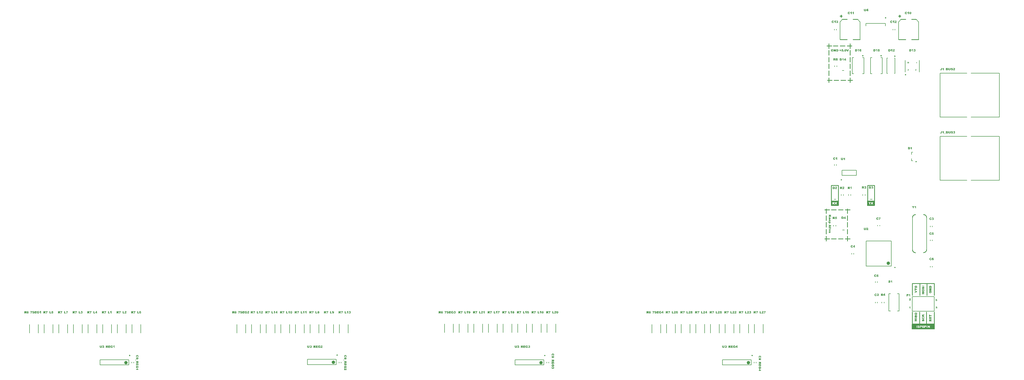
<source format=gto>
%FSLAX24Y24*%
%MOIN*%
G70*
G01*
G75*
G04 Layer_Color=65535*
%ADD10R,0.1299X0.0787*%
%ADD11R,0.0866X0.0925*%
%ADD12R,0.0610X0.0925*%
%ADD13R,0.0335X0.0335*%
%ADD14R,0.0394X0.0394*%
%ADD15O,0.0236X0.0866*%
%ADD16O,0.0236X0.0866*%
%ADD17R,0.0787X0.2362*%
%ADD18R,0.0354X0.0354*%
%ADD19R,0.0630X0.1181*%
%ADD20C,0.0394*%
%ADD21R,0.0335X0.0669*%
%ADD22R,0.0472X0.1378*%
%ADD23R,0.2185X0.2559*%
%ADD24R,0.0492X0.1201*%
%ADD25O,0.0689X0.0217*%
%ADD26O,0.0217X0.0689*%
%ADD27R,0.0630X0.0236*%
%ADD28R,0.0630X0.0236*%
%ADD29C,0.0150*%
%ADD30C,0.0250*%
%ADD31C,0.0500*%
%ADD32C,0.0100*%
%ADD33C,0.0300*%
%ADD34C,0.2500*%
%ADD35C,0.0472*%
%ADD36R,0.0591X0.0591*%
%ADD37C,0.0591*%
%ADD38C,0.0472*%
%ADD39C,0.0591*%
%ADD40R,0.0591X0.0591*%
%ADD41C,0.0630*%
%ADD42C,0.1161*%
%ADD43C,0.0500*%
%ADD44C,0.0098*%
%ADD45C,0.0236*%
%ADD46C,0.0079*%
G36*
X111569Y53775D02*
X111715D01*
Y53700D01*
X111475D01*
Y54004D01*
X111569D01*
Y53775D01*
D02*
G37*
G36*
X111214Y53947D02*
X111213Y53946D01*
X111213Y53946D01*
X111211Y53944D01*
X111209Y53942D01*
X111203Y53936D01*
X111195Y53928D01*
X111186Y53919D01*
X111178Y53908D01*
X111169Y53896D01*
X111160Y53884D01*
Y53883D01*
X111159Y53882D01*
X111158Y53880D01*
X111156Y53877D01*
X111154Y53873D01*
X111151Y53868D01*
X111148Y53863D01*
X111145Y53857D01*
X111142Y53850D01*
X111138Y53843D01*
X111131Y53828D01*
X111125Y53811D01*
X111119Y53792D01*
Y53792D01*
X111118Y53791D01*
X111117Y53788D01*
X111117Y53785D01*
X111116Y53782D01*
X111114Y53777D01*
X111113Y53772D01*
X111112Y53766D01*
X111111Y53760D01*
X111110Y53753D01*
X111107Y53737D01*
X111105Y53719D01*
X111103Y53700D01*
X111019D01*
Y53701D01*
X111019Y53704D01*
X111020Y53707D01*
X111020Y53712D01*
X111021Y53719D01*
X111023Y53726D01*
X111024Y53735D01*
X111026Y53743D01*
X111028Y53753D01*
X111030Y53763D01*
X111036Y53784D01*
X111042Y53805D01*
X111050Y53825D01*
Y53825D01*
X111051Y53827D01*
X111052Y53830D01*
X111054Y53833D01*
X111056Y53838D01*
X111059Y53843D01*
X111062Y53850D01*
X111066Y53857D01*
X111071Y53865D01*
X111076Y53873D01*
X111088Y53891D01*
X111101Y53912D01*
X111117Y53933D01*
X110967D01*
Y54004D01*
X111214D01*
Y53947D01*
D02*
G37*
G36*
X110822Y54004D02*
X110831Y54003D01*
X110842Y54002D01*
X110853Y54001D01*
X110864Y53999D01*
X110873Y53997D01*
X110874Y53996D01*
X110877Y53995D01*
X110881Y53993D01*
X110886Y53990D01*
X110892Y53987D01*
X110899Y53981D01*
X110904Y53976D01*
X110910Y53969D01*
X110911Y53967D01*
X110913Y53965D01*
X110915Y53961D01*
X110918Y53955D01*
X110920Y53948D01*
X110923Y53939D01*
X110924Y53930D01*
X110925Y53919D01*
Y53918D01*
Y53915D01*
X110924Y53911D01*
X110924Y53905D01*
X110922Y53898D01*
X110920Y53890D01*
X110917Y53883D01*
X110914Y53875D01*
X110913Y53875D01*
X110912Y53873D01*
X110909Y53869D01*
X110906Y53865D01*
X110902Y53860D01*
X110897Y53855D01*
X110890Y53850D01*
X110884Y53846D01*
X110883D01*
X110882Y53844D01*
X110879Y53843D01*
X110875Y53842D01*
X110871Y53840D01*
X110865Y53838D01*
X110858Y53836D01*
X110851Y53834D01*
X110851D01*
X110854Y53833D01*
X110857Y53832D01*
X110860Y53830D01*
X110868Y53827D01*
X110872Y53825D01*
X110875Y53823D01*
X110876Y53822D01*
X110879Y53819D01*
X110881Y53817D01*
X110883Y53814D01*
X110886Y53811D01*
X110890Y53806D01*
X110890Y53806D01*
X110892Y53805D01*
X110893Y53802D01*
X110895Y53799D01*
X110900Y53794D01*
X110902Y53791D01*
X110903Y53788D01*
X110950Y53700D01*
X110843D01*
X110792Y53792D01*
X110792Y53793D01*
X110790Y53795D01*
X110789Y53798D01*
X110786Y53802D01*
X110781Y53810D01*
X110778Y53813D01*
X110775Y53816D01*
X110775Y53816D01*
X110773Y53817D01*
X110771Y53818D01*
X110769Y53820D01*
X110765Y53821D01*
X110761Y53822D01*
X110757Y53823D01*
X110752Y53823D01*
X110744D01*
Y53700D01*
X110650D01*
Y54004D01*
X110817D01*
X110822Y54004D01*
D02*
G37*
G36*
X106822D02*
X106831Y54003D01*
X106842Y54002D01*
X106853Y54001D01*
X106864Y53999D01*
X106873Y53997D01*
X106874Y53996D01*
X106877Y53995D01*
X106881Y53993D01*
X106886Y53990D01*
X106892Y53987D01*
X106899Y53981D01*
X106904Y53976D01*
X106910Y53969D01*
X106911Y53967D01*
X106913Y53965D01*
X106915Y53961D01*
X106918Y53955D01*
X106920Y53948D01*
X106923Y53939D01*
X106924Y53930D01*
X106925Y53919D01*
Y53918D01*
Y53915D01*
X106924Y53911D01*
X106924Y53905D01*
X106922Y53898D01*
X106920Y53890D01*
X106917Y53883D01*
X106914Y53875D01*
X106913Y53875D01*
X106912Y53873D01*
X106909Y53869D01*
X106906Y53865D01*
X106902Y53860D01*
X106897Y53855D01*
X106890Y53850D01*
X106884Y53846D01*
X106883D01*
X106882Y53844D01*
X106879Y53843D01*
X106875Y53842D01*
X106871Y53840D01*
X106865Y53838D01*
X106858Y53836D01*
X106851Y53834D01*
X106851D01*
X106854Y53833D01*
X106856Y53832D01*
X106860Y53830D01*
X106868Y53827D01*
X106872Y53825D01*
X106875Y53823D01*
X106876Y53822D01*
X106879Y53819D01*
X106881Y53817D01*
X106883Y53814D01*
X106886Y53811D01*
X106890Y53806D01*
X106890Y53806D01*
X106892Y53805D01*
X106893Y53802D01*
X106895Y53799D01*
X106900Y53794D01*
X106902Y53791D01*
X106903Y53788D01*
X106950Y53700D01*
X106843D01*
X106792Y53792D01*
X106792Y53793D01*
X106790Y53795D01*
X106789Y53798D01*
X106786Y53802D01*
X106781Y53810D01*
X106778Y53813D01*
X106775Y53816D01*
X106775Y53816D01*
X106773Y53817D01*
X106771Y53818D01*
X106769Y53820D01*
X106765Y53821D01*
X106761Y53822D01*
X106757Y53823D01*
X106752Y53823D01*
X106744D01*
Y53700D01*
X106650D01*
Y54004D01*
X106817D01*
X106822Y54004D01*
D02*
G37*
G36*
X108164Y54009D02*
X108171Y54008D01*
X108179Y54008D01*
X108187Y54007D01*
X108196Y54004D01*
X108204Y54002D01*
X108205Y54001D01*
X108207Y54001D01*
X108211Y53999D01*
X108215Y53997D01*
X108226Y53990D01*
X108231Y53987D01*
X108236Y53982D01*
X108237Y53981D01*
X108238Y53980D01*
X108240Y53977D01*
X108243Y53974D01*
X108246Y53970D01*
X108249Y53966D01*
X108255Y53956D01*
X108256Y53956D01*
X108256Y53954D01*
X108258Y53951D01*
X108259Y53947D01*
X108262Y53943D01*
X108263Y53938D01*
X108265Y53932D01*
X108267Y53925D01*
Y53925D01*
X108268Y53923D01*
Y53922D01*
X108268Y53919D01*
X108269Y53916D01*
X108270Y53912D01*
X108272Y53904D01*
X108273Y53893D01*
X108275Y53881D01*
X108275Y53868D01*
X108276Y53854D01*
Y53853D01*
Y53850D01*
Y53846D01*
X108275Y53840D01*
Y53833D01*
X108275Y53826D01*
X108273Y53817D01*
X108272Y53808D01*
X108269Y53788D01*
X108264Y53768D01*
X108260Y53759D01*
X108257Y53749D01*
X108252Y53740D01*
X108248Y53733D01*
X108247Y53732D01*
X108246Y53731D01*
X108245Y53729D01*
X108242Y53727D01*
X108239Y53724D01*
X108235Y53720D01*
X108231Y53718D01*
X108225Y53714D01*
X108219Y53710D01*
X108212Y53707D01*
X108204Y53704D01*
X108195Y53701D01*
X108186Y53698D01*
X108175Y53696D01*
X108163Y53695D01*
X108151Y53695D01*
X108145D01*
X108142Y53695D01*
X108138D01*
X108129Y53696D01*
X108120Y53698D01*
X108109Y53699D01*
X108098Y53702D01*
X108089Y53706D01*
X108088Y53707D01*
X108085Y53709D01*
X108081Y53712D01*
X108076Y53716D01*
X108069Y53720D01*
X108063Y53727D01*
X108056Y53735D01*
X108050Y53743D01*
X108050Y53743D01*
X108049Y53746D01*
X108046Y53750D01*
X108044Y53755D01*
X108042Y53761D01*
X108039Y53769D01*
X108036Y53778D01*
X108034Y53788D01*
Y53789D01*
Y53790D01*
X108033Y53791D01*
X108032Y53794D01*
X108032Y53799D01*
X108031Y53808D01*
X108029Y53817D01*
X108029Y53828D01*
X108028Y53840D01*
Y53853D01*
Y53854D01*
Y53857D01*
Y53861D01*
X108028Y53867D01*
X108029Y53874D01*
X108029Y53883D01*
X108030Y53891D01*
X108032Y53901D01*
X108035Y53921D01*
X108041Y53941D01*
X108044Y53950D01*
X108049Y53959D01*
X108053Y53967D01*
X108059Y53974D01*
X108059Y53975D01*
X108060Y53976D01*
X108062Y53978D01*
X108065Y53980D01*
X108068Y53983D01*
X108072Y53985D01*
X108077Y53988D01*
X108082Y53992D01*
X108089Y53995D01*
X108096Y53998D01*
X108103Y54001D01*
X108112Y54004D01*
X108121Y54006D01*
X108131Y54008D01*
X108142Y54009D01*
X108153Y54009D01*
X108159D01*
X108164Y54009D01*
D02*
G37*
G36*
X107446Y53647D02*
X107229D01*
Y53668D01*
X107446D01*
Y53647D01*
D02*
G37*
G36*
X111873Y54009D02*
X111878D01*
X111884Y54008D01*
X111891Y54008D01*
X111897Y54007D01*
X111912Y54004D01*
X111927Y54000D01*
X111941Y53994D01*
X111948Y53990D01*
X111953Y53986D01*
X111954D01*
X111955Y53985D01*
X111958Y53982D01*
X111963Y53977D01*
X111968Y53970D01*
X111973Y53962D01*
X111978Y53952D01*
X111981Y53940D01*
X111982Y53934D01*
X111983Y53928D01*
Y53926D01*
Y53924D01*
X111982Y53920D01*
X111981Y53915D01*
X111980Y53909D01*
X111978Y53902D01*
X111975Y53896D01*
X111971Y53889D01*
X111970Y53888D01*
X111969Y53887D01*
X111967Y53884D01*
X111965Y53881D01*
X111960Y53877D01*
X111956Y53873D01*
X111950Y53868D01*
X111943Y53863D01*
X111945Y53863D01*
X111948Y53861D01*
X111952Y53859D01*
X111957Y53855D01*
X111963Y53850D01*
X111969Y53845D01*
X111975Y53839D01*
X111980Y53832D01*
X111981Y53831D01*
X111982Y53828D01*
X111984Y53824D01*
X111987Y53819D01*
X111988Y53813D01*
X111991Y53805D01*
X111992Y53798D01*
X111993Y53789D01*
Y53788D01*
Y53785D01*
X111992Y53781D01*
X111991Y53775D01*
X111990Y53768D01*
X111988Y53761D01*
X111986Y53754D01*
X111982Y53746D01*
X111981Y53746D01*
X111980Y53743D01*
X111978Y53739D01*
X111975Y53735D01*
X111971Y53730D01*
X111967Y53725D01*
X111962Y53720D01*
X111956Y53715D01*
X111956Y53715D01*
X111953Y53713D01*
X111950Y53712D01*
X111946Y53709D01*
X111941Y53707D01*
X111934Y53704D01*
X111926Y53702D01*
X111918Y53700D01*
X111917D01*
X111914Y53699D01*
X111910Y53698D01*
X111904Y53698D01*
X111897Y53696D01*
X111888Y53695D01*
X111879Y53695D01*
X111862D01*
X111858Y53695D01*
X111853D01*
X111843Y53696D01*
X111831Y53698D01*
X111818Y53699D01*
X111807Y53702D01*
X111796Y53706D01*
X111795Y53706D01*
X111792Y53708D01*
X111787Y53711D01*
X111782Y53715D01*
X111776Y53719D01*
X111769Y53725D01*
X111763Y53732D01*
X111757Y53740D01*
X111757Y53741D01*
X111756Y53744D01*
X111753Y53749D01*
X111751Y53754D01*
X111749Y53761D01*
X111746Y53770D01*
X111745Y53780D01*
X111745Y53790D01*
Y53790D01*
Y53791D01*
Y53794D01*
X111745Y53799D01*
X111746Y53805D01*
X111747Y53812D01*
X111750Y53820D01*
X111753Y53828D01*
X111757Y53835D01*
X111757Y53835D01*
X111759Y53837D01*
X111762Y53841D01*
X111766Y53845D01*
X111771Y53850D01*
X111778Y53854D01*
X111786Y53859D01*
X111795Y53863D01*
X111794Y53864D01*
X111791Y53865D01*
X111788Y53867D01*
X111784Y53870D01*
X111779Y53874D01*
X111774Y53878D01*
X111770Y53883D01*
X111766Y53887D01*
X111766Y53888D01*
X111764Y53890D01*
X111762Y53894D01*
X111760Y53899D01*
X111758Y53905D01*
X111756Y53912D01*
X111754Y53920D01*
X111754Y53928D01*
Y53929D01*
Y53930D01*
Y53932D01*
X111754Y53935D01*
X111755Y53938D01*
X111756Y53942D01*
X111759Y53950D01*
X111763Y53960D01*
X111766Y53966D01*
X111769Y53971D01*
X111773Y53976D01*
X111778Y53981D01*
X111783Y53986D01*
X111790Y53991D01*
X111790D01*
X111791Y53991D01*
X111793Y53993D01*
X111795Y53994D01*
X111797Y53995D01*
X111801Y53997D01*
X111809Y54000D01*
X111819Y54004D01*
X111832Y54007D01*
X111847Y54009D01*
X111863Y54009D01*
X111869D01*
X111873Y54009D01*
D02*
G37*
G36*
X113214Y53947D02*
X113213Y53946D01*
X113213Y53946D01*
X113211Y53944D01*
X113209Y53942D01*
X113203Y53936D01*
X113195Y53928D01*
X113186Y53919D01*
X113178Y53908D01*
X113169Y53896D01*
X113160Y53884D01*
Y53883D01*
X113159Y53882D01*
X113158Y53880D01*
X113156Y53877D01*
X113154Y53873D01*
X113151Y53868D01*
X113148Y53863D01*
X113145Y53857D01*
X113142Y53850D01*
X113138Y53843D01*
X113131Y53828D01*
X113125Y53811D01*
X113119Y53792D01*
Y53792D01*
X113118Y53791D01*
X113117Y53788D01*
X113117Y53785D01*
X113116Y53782D01*
X113114Y53777D01*
X113113Y53772D01*
X113112Y53766D01*
X113111Y53760D01*
X113110Y53753D01*
X113107Y53737D01*
X113105Y53719D01*
X113103Y53700D01*
X113019D01*
Y53701D01*
X113019Y53704D01*
X113020Y53707D01*
X113020Y53712D01*
X113021Y53719D01*
X113023Y53726D01*
X113024Y53735D01*
X113026Y53743D01*
X113028Y53753D01*
X113030Y53763D01*
X113036Y53784D01*
X113042Y53805D01*
X113050Y53825D01*
Y53825D01*
X113051Y53827D01*
X113052Y53830D01*
X113054Y53833D01*
X113056Y53838D01*
X113059Y53843D01*
X113062Y53850D01*
X113066Y53857D01*
X113071Y53865D01*
X113076Y53873D01*
X113088Y53891D01*
X113101Y53912D01*
X113117Y53933D01*
X112967D01*
Y54004D01*
X113214D01*
Y53947D01*
D02*
G37*
G36*
X112822Y54004D02*
X112831Y54003D01*
X112842Y54002D01*
X112853Y54001D01*
X112864Y53999D01*
X112873Y53997D01*
X112874Y53996D01*
X112877Y53995D01*
X112881Y53993D01*
X112886Y53990D01*
X112892Y53987D01*
X112899Y53981D01*
X112904Y53976D01*
X112910Y53969D01*
X112911Y53967D01*
X112913Y53965D01*
X112915Y53961D01*
X112918Y53955D01*
X112920Y53948D01*
X112923Y53939D01*
X112924Y53930D01*
X112925Y53919D01*
Y53918D01*
Y53915D01*
X112924Y53911D01*
X112924Y53905D01*
X112922Y53898D01*
X112920Y53890D01*
X112917Y53883D01*
X112914Y53875D01*
X112913Y53875D01*
X112912Y53873D01*
X112909Y53869D01*
X112906Y53865D01*
X112902Y53860D01*
X112897Y53855D01*
X112890Y53850D01*
X112884Y53846D01*
X112883D01*
X112882Y53844D01*
X112879Y53843D01*
X112875Y53842D01*
X112871Y53840D01*
X112865Y53838D01*
X112858Y53836D01*
X112851Y53834D01*
X112851D01*
X112854Y53833D01*
X112857Y53832D01*
X112860Y53830D01*
X112868Y53827D01*
X112872Y53825D01*
X112875Y53823D01*
X112876Y53822D01*
X112879Y53819D01*
X112881Y53817D01*
X112883Y53814D01*
X112886Y53811D01*
X112890Y53806D01*
X112890Y53806D01*
X112892Y53805D01*
X112893Y53802D01*
X112895Y53799D01*
X112900Y53794D01*
X112902Y53791D01*
X112903Y53788D01*
X112950Y53700D01*
X112843D01*
X112792Y53792D01*
X112792Y53793D01*
X112790Y53795D01*
X112789Y53798D01*
X112786Y53802D01*
X112781Y53810D01*
X112778Y53813D01*
X112775Y53816D01*
X112775Y53816D01*
X112773Y53817D01*
X112771Y53818D01*
X112769Y53820D01*
X112765Y53821D01*
X112761Y53822D01*
X112757Y53823D01*
X112752Y53823D01*
X112744D01*
Y53700D01*
X112650D01*
Y54004D01*
X112817D01*
X112822Y54004D01*
D02*
G37*
G36*
X113446Y53647D02*
X113229D01*
Y53668D01*
X113446D01*
Y53647D01*
D02*
G37*
G36*
X111446D02*
X111229D01*
Y53668D01*
X111446D01*
Y53647D01*
D02*
G37*
G36*
X113870Y54009D02*
X113874D01*
X113884Y54008D01*
X113896Y54005D01*
X113908Y54003D01*
X113920Y53999D01*
X113931Y53994D01*
X113932D01*
X113932Y53993D01*
X113936Y53991D01*
X113941Y53987D01*
X113947Y53981D01*
X113954Y53974D01*
X113962Y53966D01*
X113969Y53956D01*
X113975Y53943D01*
Y53943D01*
X113976Y53942D01*
X113977Y53940D01*
X113978Y53937D01*
X113979Y53934D01*
X113980Y53930D01*
X113982Y53925D01*
X113984Y53919D01*
X113985Y53914D01*
X113987Y53906D01*
X113988Y53899D01*
X113990Y53891D01*
X113990Y53883D01*
X113991Y53873D01*
X113992Y53853D01*
Y53852D01*
Y53850D01*
Y53846D01*
X113991Y53840D01*
X113991Y53833D01*
X113990Y53825D01*
X113989Y53816D01*
X113988Y53807D01*
X113983Y53788D01*
X113981Y53778D01*
X113977Y53768D01*
X113973Y53758D01*
X113969Y53749D01*
X113963Y53740D01*
X113957Y53733D01*
X113956Y53732D01*
X113955Y53731D01*
X113953Y53729D01*
X113950Y53727D01*
X113947Y53724D01*
X113943Y53720D01*
X113938Y53718D01*
X113932Y53714D01*
X113925Y53710D01*
X113918Y53707D01*
X113911Y53704D01*
X113902Y53701D01*
X113893Y53698D01*
X113883Y53696D01*
X113872Y53695D01*
X113861Y53695D01*
X113855D01*
X113849Y53695D01*
X113840Y53696D01*
X113831Y53696D01*
X113822Y53698D01*
X113812Y53700D01*
X113804Y53703D01*
X113802Y53704D01*
X113800Y53705D01*
X113797Y53706D01*
X113792Y53709D01*
X113786Y53712D01*
X113780Y53717D01*
X113774Y53722D01*
X113769Y53727D01*
X113769Y53728D01*
X113767Y53730D01*
X113764Y53734D01*
X113762Y53739D01*
X113758Y53744D01*
X113754Y53751D01*
X113751Y53759D01*
X113748Y53768D01*
X113832Y53779D01*
Y53778D01*
X113833Y53776D01*
X113833Y53773D01*
X113835Y53769D01*
X113838Y53761D01*
X113840Y53757D01*
X113843Y53754D01*
X113843D01*
X113845Y53753D01*
X113846Y53751D01*
X113848Y53750D01*
X113855Y53748D01*
X113858Y53747D01*
X113862Y53747D01*
X113863D01*
X113866Y53747D01*
X113869Y53748D01*
X113874Y53749D01*
X113879Y53751D01*
X113884Y53755D01*
X113889Y53760D01*
X113894Y53767D01*
X113894Y53767D01*
X113895Y53770D01*
X113897Y53774D01*
X113898Y53781D01*
X113900Y53784D01*
X113901Y53789D01*
X113901Y53794D01*
X113902Y53800D01*
X113904Y53807D01*
X113905Y53814D01*
X113905Y53822D01*
X113907Y53831D01*
X113906Y53830D01*
X113904Y53829D01*
X113901Y53826D01*
X113897Y53822D01*
X113892Y53819D01*
X113887Y53815D01*
X113881Y53811D01*
X113875Y53808D01*
X113874D01*
X113872Y53807D01*
X113869Y53806D01*
X113864Y53805D01*
X113859Y53804D01*
X113853Y53802D01*
X113846Y53802D01*
X113838Y53801D01*
X113834D01*
X113832Y53802D01*
X113828Y53802D01*
X113824Y53803D01*
X113815Y53805D01*
X113804Y53808D01*
X113793Y53813D01*
X113787Y53816D01*
X113781Y53821D01*
X113775Y53825D01*
X113770Y53830D01*
X113769Y53830D01*
X113769Y53831D01*
X113767Y53833D01*
X113766Y53835D01*
X113763Y53838D01*
X113761Y53842D01*
X113756Y53850D01*
X113750Y53861D01*
X113746Y53873D01*
X113743Y53888D01*
X113742Y53895D01*
X113742Y53904D01*
Y53904D01*
Y53905D01*
Y53906D01*
Y53909D01*
X113742Y53915D01*
X113743Y53922D01*
X113745Y53930D01*
X113747Y53940D01*
X113751Y53949D01*
X113756Y53959D01*
Y53959D01*
X113756Y53960D01*
X113758Y53963D01*
X113762Y53967D01*
X113766Y53973D01*
X113771Y53979D01*
X113778Y53985D01*
X113786Y53991D01*
X113795Y53997D01*
X113795D01*
X113796Y53997D01*
X113800Y53998D01*
X113805Y54001D01*
X113812Y54003D01*
X113821Y54005D01*
X113832Y54008D01*
X113845Y54009D01*
X113858Y54009D01*
X113866D01*
X113870Y54009D01*
D02*
G37*
G36*
X113569Y53775D02*
X113715D01*
Y53700D01*
X113475D01*
Y54004D01*
X113569D01*
Y53775D01*
D02*
G37*
G36*
X107214Y53947D02*
X107213Y53946D01*
X107213Y53946D01*
X107211Y53944D01*
X107209Y53942D01*
X107203Y53936D01*
X107195Y53928D01*
X107186Y53919D01*
X107178Y53908D01*
X107169Y53896D01*
X107160Y53884D01*
Y53883D01*
X107159Y53882D01*
X107158Y53880D01*
X107156Y53877D01*
X107154Y53873D01*
X107151Y53868D01*
X107148Y53863D01*
X107145Y53857D01*
X107142Y53850D01*
X107138Y53843D01*
X107131Y53828D01*
X107125Y53811D01*
X107119Y53792D01*
Y53792D01*
X107118Y53791D01*
X107117Y53788D01*
X107117Y53785D01*
X107116Y53782D01*
X107114Y53777D01*
X107113Y53772D01*
X107112Y53766D01*
X107111Y53760D01*
X107110Y53753D01*
X107107Y53737D01*
X107105Y53719D01*
X107103Y53700D01*
X107019D01*
Y53701D01*
X107019Y53704D01*
X107020Y53707D01*
X107020Y53712D01*
X107021Y53719D01*
X107023Y53726D01*
X107024Y53735D01*
X107026Y53743D01*
X107029Y53753D01*
X107030Y53763D01*
X107036Y53784D01*
X107042Y53805D01*
X107050Y53825D01*
Y53825D01*
X107051Y53827D01*
X107052Y53830D01*
X107054Y53833D01*
X107056Y53838D01*
X107059Y53843D01*
X107062Y53850D01*
X107066Y53857D01*
X107071Y53865D01*
X107076Y53873D01*
X107088Y53891D01*
X107101Y53912D01*
X107117Y53933D01*
X106967D01*
Y54004D01*
X107214D01*
Y53947D01*
D02*
G37*
G36*
X102822Y54004D02*
X102831Y54003D01*
X102842Y54002D01*
X102853Y54001D01*
X102864Y53999D01*
X102873Y53997D01*
X102874Y53996D01*
X102877Y53995D01*
X102881Y53993D01*
X102886Y53990D01*
X102892Y53987D01*
X102899Y53981D01*
X102904Y53976D01*
X102910Y53969D01*
X102911Y53967D01*
X102913Y53965D01*
X102915Y53961D01*
X102918Y53955D01*
X102920Y53948D01*
X102923Y53939D01*
X102924Y53930D01*
X102925Y53919D01*
Y53918D01*
Y53915D01*
X102924Y53911D01*
X102924Y53905D01*
X102922Y53898D01*
X102920Y53890D01*
X102917Y53883D01*
X102914Y53875D01*
X102913Y53875D01*
X102912Y53873D01*
X102909Y53869D01*
X102906Y53865D01*
X102902Y53860D01*
X102897Y53855D01*
X102890Y53850D01*
X102884Y53846D01*
X102883D01*
X102882Y53844D01*
X102879Y53843D01*
X102875Y53842D01*
X102871Y53840D01*
X102865Y53838D01*
X102858Y53836D01*
X102851Y53834D01*
X102851D01*
X102854Y53833D01*
X102857Y53832D01*
X102860Y53830D01*
X102868Y53827D01*
X102872Y53825D01*
X102875Y53823D01*
X102876Y53822D01*
X102879Y53819D01*
X102881Y53817D01*
X102883Y53814D01*
X102886Y53811D01*
X102890Y53806D01*
X102890Y53806D01*
X102892Y53805D01*
X102893Y53802D01*
X102895Y53799D01*
X102900Y53794D01*
X102902Y53791D01*
X102903Y53788D01*
X102950Y53700D01*
X102843D01*
X102792Y53792D01*
X102792Y53793D01*
X102790Y53795D01*
X102789Y53798D01*
X102786Y53802D01*
X102781Y53810D01*
X102778Y53813D01*
X102775Y53816D01*
X102775Y53816D01*
X102773Y53817D01*
X102771Y53818D01*
X102769Y53820D01*
X102765Y53821D01*
X102761Y53822D01*
X102757Y53823D01*
X102752Y53823D01*
X102744D01*
Y53700D01*
X102650D01*
Y54004D01*
X102817D01*
X102822Y54004D01*
D02*
G37*
G36*
X103446Y53647D02*
X103229D01*
Y53668D01*
X103446D01*
Y53647D01*
D02*
G37*
G36*
X106246Y53822D02*
X106284D01*
Y53757D01*
X106246D01*
Y53700D01*
X106173D01*
Y53757D01*
X106019D01*
Y53826D01*
X106173Y54009D01*
X106246D01*
Y53822D01*
D02*
G37*
G36*
X103936Y53700D02*
X103850D01*
Y53902D01*
X103849Y53902D01*
X103847Y53900D01*
X103843Y53897D01*
X103838Y53893D01*
X103831Y53889D01*
X103825Y53885D01*
X103810Y53877D01*
X103809Y53876D01*
X103807Y53875D01*
X103802Y53873D01*
X103797Y53871D01*
X103790Y53868D01*
X103781Y53865D01*
X103772Y53862D01*
X103762Y53859D01*
Y53928D01*
X103762D01*
X103763Y53928D01*
X103766Y53929D01*
X103769Y53930D01*
X103772Y53931D01*
X103776Y53933D01*
X103786Y53937D01*
X103797Y53942D01*
X103808Y53947D01*
X103818Y53953D01*
X103828Y53960D01*
X103829Y53962D01*
X103832Y53964D01*
X103836Y53968D01*
X103842Y53974D01*
X103848Y53981D01*
X103854Y53990D01*
X103860Y53999D01*
X103866Y54009D01*
X103936D01*
Y53700D01*
D02*
G37*
G36*
X103569Y53775D02*
X103715D01*
Y53700D01*
X103475D01*
Y54004D01*
X103569D01*
Y53775D01*
D02*
G37*
G36*
X103214Y53947D02*
X103213Y53946D01*
X103213Y53946D01*
X103211Y53944D01*
X103209Y53942D01*
X103203Y53936D01*
X103195Y53928D01*
X103186Y53919D01*
X103178Y53908D01*
X103169Y53896D01*
X103160Y53884D01*
Y53883D01*
X103159Y53882D01*
X103158Y53880D01*
X103156Y53877D01*
X103154Y53873D01*
X103151Y53868D01*
X103148Y53863D01*
X103145Y53857D01*
X103142Y53850D01*
X103138Y53843D01*
X103131Y53828D01*
X103125Y53811D01*
X103119Y53792D01*
Y53792D01*
X103118Y53791D01*
X103117Y53788D01*
X103117Y53785D01*
X103116Y53782D01*
X103114Y53777D01*
X103113Y53772D01*
X103112Y53766D01*
X103111Y53760D01*
X103110Y53753D01*
X103107Y53737D01*
X103105Y53719D01*
X103103Y53700D01*
X103019D01*
Y53701D01*
X103019Y53704D01*
X103020Y53707D01*
X103020Y53712D01*
X103021Y53719D01*
X103023Y53726D01*
X103024Y53735D01*
X103026Y53743D01*
X103028Y53753D01*
X103030Y53763D01*
X103036Y53784D01*
X103042Y53805D01*
X103050Y53825D01*
Y53825D01*
X103051Y53827D01*
X103052Y53830D01*
X103054Y53833D01*
X103056Y53838D01*
X103059Y53843D01*
X103062Y53850D01*
X103066Y53857D01*
X103071Y53865D01*
X103076Y53873D01*
X103088Y53891D01*
X103101Y53912D01*
X103117Y53933D01*
X102967D01*
Y54004D01*
X103214D01*
Y53947D01*
D02*
G37*
G36*
X105936Y53700D02*
X105850D01*
Y53902D01*
X105849Y53902D01*
X105847Y53900D01*
X105843Y53897D01*
X105838Y53893D01*
X105831Y53889D01*
X105825Y53885D01*
X105810Y53877D01*
X105809Y53876D01*
X105807Y53875D01*
X105802Y53873D01*
X105797Y53871D01*
X105790Y53868D01*
X105781Y53865D01*
X105772Y53862D01*
X105761Y53859D01*
Y53928D01*
X105762D01*
X105763Y53928D01*
X105766Y53929D01*
X105769Y53930D01*
X105772Y53931D01*
X105776Y53933D01*
X105786Y53937D01*
X105797Y53942D01*
X105808Y53947D01*
X105818Y53953D01*
X105828Y53960D01*
X105829Y53962D01*
X105832Y53964D01*
X105836Y53968D01*
X105842Y53974D01*
X105848Y53981D01*
X105854Y53990D01*
X105860Y53999D01*
X105866Y54009D01*
X105936D01*
Y53700D01*
D02*
G37*
G36*
X105446Y53647D02*
X105229D01*
Y53668D01*
X105446D01*
Y53647D01*
D02*
G37*
G36*
X107936Y53700D02*
X107850D01*
Y53902D01*
X107849Y53902D01*
X107847Y53900D01*
X107843Y53897D01*
X107838Y53893D01*
X107831Y53889D01*
X107825Y53885D01*
X107810Y53877D01*
X107809Y53876D01*
X107807Y53875D01*
X107802Y53873D01*
X107797Y53871D01*
X107790Y53868D01*
X107781Y53865D01*
X107772Y53862D01*
X107761Y53859D01*
Y53928D01*
X107762D01*
X107763Y53928D01*
X107766Y53929D01*
X107769Y53930D01*
X107772Y53931D01*
X107776Y53933D01*
X107786Y53937D01*
X107797Y53942D01*
X107808Y53947D01*
X107818Y53953D01*
X107828Y53960D01*
X107829Y53962D01*
X107832Y53964D01*
X107836Y53968D01*
X107842Y53974D01*
X107848Y53981D01*
X107854Y53990D01*
X107860Y53999D01*
X107866Y54009D01*
X107936D01*
Y53700D01*
D02*
G37*
G36*
X107569Y53775D02*
X107715D01*
Y53700D01*
X107475D01*
Y54004D01*
X107569D01*
Y53775D01*
D02*
G37*
G36*
X105569D02*
X105715D01*
Y53700D01*
X105475D01*
Y54004D01*
X105569D01*
Y53775D01*
D02*
G37*
G36*
X105214Y53947D02*
X105213Y53946D01*
X105213Y53946D01*
X105211Y53944D01*
X105209Y53942D01*
X105203Y53936D01*
X105195Y53928D01*
X105186Y53919D01*
X105178Y53908D01*
X105169Y53896D01*
X105160Y53884D01*
Y53883D01*
X105159Y53882D01*
X105158Y53880D01*
X105156Y53877D01*
X105154Y53873D01*
X105151Y53868D01*
X105148Y53863D01*
X105145Y53857D01*
X105142Y53850D01*
X105138Y53843D01*
X105131Y53828D01*
X105125Y53811D01*
X105119Y53792D01*
Y53792D01*
X105118Y53791D01*
X105117Y53788D01*
X105117Y53785D01*
X105116Y53782D01*
X105114Y53777D01*
X105113Y53772D01*
X105112Y53766D01*
X105111Y53760D01*
X105110Y53753D01*
X105107Y53737D01*
X105105Y53719D01*
X105103Y53700D01*
X105019D01*
Y53701D01*
X105019Y53704D01*
X105020Y53707D01*
X105020Y53712D01*
X105021Y53719D01*
X105023Y53726D01*
X105024Y53735D01*
X105026Y53743D01*
X105028Y53753D01*
X105030Y53763D01*
X105036Y53784D01*
X105042Y53805D01*
X105050Y53825D01*
Y53825D01*
X105051Y53827D01*
X105052Y53830D01*
X105054Y53833D01*
X105056Y53838D01*
X105059Y53843D01*
X105062Y53850D01*
X105066Y53857D01*
X105071Y53865D01*
X105076Y53873D01*
X105088Y53891D01*
X105101Y53912D01*
X105117Y53933D01*
X104967D01*
Y54004D01*
X105214D01*
Y53947D01*
D02*
G37*
G36*
X104822Y54004D02*
X104831Y54003D01*
X104842Y54002D01*
X104853Y54001D01*
X104864Y53999D01*
X104873Y53997D01*
X104874Y53996D01*
X104877Y53995D01*
X104881Y53993D01*
X104886Y53990D01*
X104892Y53987D01*
X104899Y53981D01*
X104904Y53976D01*
X104910Y53969D01*
X104911Y53967D01*
X104913Y53965D01*
X104915Y53961D01*
X104918Y53955D01*
X104920Y53948D01*
X104923Y53939D01*
X104924Y53930D01*
X104925Y53919D01*
Y53918D01*
Y53915D01*
X104924Y53911D01*
X104924Y53905D01*
X104922Y53898D01*
X104920Y53890D01*
X104917Y53883D01*
X104914Y53875D01*
X104913Y53875D01*
X104912Y53873D01*
X104909Y53869D01*
X104906Y53865D01*
X104902Y53860D01*
X104897Y53855D01*
X104890Y53850D01*
X104884Y53846D01*
X104883D01*
X104882Y53844D01*
X104879Y53843D01*
X104875Y53842D01*
X104871Y53840D01*
X104865Y53838D01*
X104858Y53836D01*
X104851Y53834D01*
X104851D01*
X104854Y53833D01*
X104857Y53832D01*
X104860Y53830D01*
X104868Y53827D01*
X104872Y53825D01*
X104875Y53823D01*
X104876Y53822D01*
X104879Y53819D01*
X104881Y53817D01*
X104883Y53814D01*
X104886Y53811D01*
X104890Y53806D01*
X104890Y53806D01*
X104892Y53805D01*
X104893Y53802D01*
X104895Y53799D01*
X104900Y53794D01*
X104902Y53791D01*
X104903Y53788D01*
X104950Y53700D01*
X104843D01*
X104792Y53792D01*
X104792Y53793D01*
X104790Y53795D01*
X104789Y53798D01*
X104786Y53802D01*
X104781Y53810D01*
X104778Y53813D01*
X104775Y53816D01*
X104775Y53816D01*
X104773Y53817D01*
X104771Y53818D01*
X104769Y53820D01*
X104765Y53821D01*
X104761Y53822D01*
X104757Y53823D01*
X104752Y53823D01*
X104744D01*
Y53700D01*
X104650D01*
Y54004D01*
X104817D01*
X104822Y54004D01*
D02*
G37*
G36*
X116158Y54009D02*
X116162D01*
X116168Y54008D01*
X116181Y54007D01*
X116195Y54004D01*
X116209Y54000D01*
X116222Y53995D01*
X116228Y53991D01*
X116234Y53987D01*
X116234D01*
X116235Y53986D01*
X116238Y53983D01*
X116242Y53978D01*
X116247Y53972D01*
X116252Y53964D01*
X116256Y53954D01*
X116259Y53943D01*
X116260Y53938D01*
Y53931D01*
Y53930D01*
Y53928D01*
X116260Y53924D01*
X116259Y53919D01*
X116258Y53914D01*
X116256Y53908D01*
X116253Y53901D01*
X116249Y53895D01*
X116249Y53895D01*
X116248Y53892D01*
X116245Y53890D01*
X116241Y53886D01*
X116237Y53881D01*
X116231Y53877D01*
X116225Y53872D01*
X116217Y53867D01*
X116218D01*
X116220Y53867D01*
X116223Y53866D01*
X116227Y53864D01*
X116236Y53861D01*
X116240Y53860D01*
X116244Y53857D01*
X116245Y53857D01*
X116246Y53856D01*
X116249Y53854D01*
X116253Y53851D01*
X116256Y53847D01*
X116260Y53843D01*
X116264Y53838D01*
X116268Y53833D01*
X116268Y53832D01*
X116269Y53830D01*
X116270Y53827D01*
X116272Y53822D01*
X116273Y53817D01*
X116275Y53811D01*
X116276Y53804D01*
X116276Y53796D01*
Y53795D01*
Y53791D01*
X116276Y53787D01*
X116275Y53780D01*
X116273Y53772D01*
X116270Y53763D01*
X116267Y53754D01*
X116262Y53745D01*
X116262Y53744D01*
X116260Y53741D01*
X116256Y53737D01*
X116252Y53732D01*
X116246Y53725D01*
X116239Y53719D01*
X116231Y53713D01*
X116222Y53708D01*
X116221Y53707D01*
X116217Y53706D01*
X116211Y53704D01*
X116204Y53701D01*
X116194Y53699D01*
X116182Y53696D01*
X116169Y53695D01*
X116153Y53695D01*
X116146D01*
X116143Y53695D01*
X116139D01*
X116129Y53696D01*
X116119Y53697D01*
X116108Y53699D01*
X116098Y53701D01*
X116088Y53704D01*
X116087Y53705D01*
X116084Y53706D01*
X116080Y53708D01*
X116074Y53712D01*
X116068Y53715D01*
X116061Y53720D01*
X116055Y53726D01*
X116049Y53733D01*
X116048Y53734D01*
X116046Y53736D01*
X116043Y53740D01*
X116040Y53746D01*
X116036Y53753D01*
X116032Y53760D01*
X116029Y53770D01*
X116025Y53780D01*
X116110Y53791D01*
Y53790D01*
X116111Y53787D01*
X116112Y53782D01*
X116113Y53777D01*
X116118Y53766D01*
X116121Y53760D01*
X116125Y53756D01*
X116125Y53755D01*
X116127Y53754D01*
X116129Y53753D01*
X116132Y53751D01*
X116136Y53749D01*
X116141Y53748D01*
X116146Y53747D01*
X116152Y53746D01*
X116155D01*
X116158Y53747D01*
X116162Y53748D01*
X116166Y53749D01*
X116171Y53751D01*
X116176Y53754D01*
X116180Y53759D01*
X116180Y53759D01*
X116182Y53761D01*
X116183Y53764D01*
X116186Y53767D01*
X116188Y53772D01*
X116190Y53778D01*
X116191Y53784D01*
X116191Y53792D01*
Y53793D01*
Y53795D01*
X116191Y53799D01*
X116190Y53804D01*
X116189Y53809D01*
X116187Y53815D01*
X116184Y53820D01*
X116180Y53825D01*
X116180Y53825D01*
X116179Y53826D01*
X116176Y53828D01*
X116173Y53830D01*
X116168Y53833D01*
X116163Y53835D01*
X116157Y53836D01*
X116151Y53836D01*
X116146D01*
X116144Y53836D01*
X116139Y53835D01*
X116135Y53834D01*
X116129Y53833D01*
X116124Y53831D01*
X116128Y53891D01*
X116132D01*
X116135Y53891D01*
X116142D01*
X116145Y53891D01*
X116148Y53892D01*
X116153Y53893D01*
X116158Y53895D01*
X116162Y53898D01*
X116166Y53901D01*
X116167Y53902D01*
X116168Y53903D01*
X116170Y53905D01*
X116172Y53908D01*
X116174Y53912D01*
X116176Y53916D01*
X116177Y53921D01*
X116177Y53926D01*
Y53926D01*
Y53928D01*
X116177Y53930D01*
X116176Y53934D01*
X116175Y53938D01*
X116174Y53941D01*
X116172Y53945D01*
X116169Y53948D01*
X116168Y53949D01*
X116167Y53949D01*
X116165Y53951D01*
X116163Y53953D01*
X116159Y53954D01*
X116156Y53956D01*
X116151Y53956D01*
X116146Y53957D01*
X116144D01*
X116141Y53956D01*
X116138Y53956D01*
X116134Y53954D01*
X116129Y53953D01*
X116125Y53950D01*
X116122Y53947D01*
X116121Y53947D01*
X116120Y53946D01*
X116119Y53943D01*
X116117Y53940D01*
X116115Y53936D01*
X116112Y53930D01*
X116111Y53924D01*
X116110Y53916D01*
X116030Y53930D01*
Y53931D01*
X116031Y53932D01*
X116031Y53934D01*
X116032Y53937D01*
X116035Y53943D01*
X116038Y53952D01*
X116043Y53962D01*
X116050Y53971D01*
X116058Y53981D01*
X116067Y53989D01*
X116068D01*
X116069Y53990D01*
X116070Y53991D01*
X116073Y53993D01*
X116076Y53994D01*
X116079Y53995D01*
X116083Y53997D01*
X116089Y54000D01*
X116094Y54001D01*
X116100Y54003D01*
X116106Y54005D01*
X116114Y54007D01*
X116129Y54009D01*
X116148Y54009D01*
X116153D01*
X116158Y54009D01*
D02*
G37*
G36*
X143796Y53647D02*
X143579D01*
Y53668D01*
X143796D01*
Y53647D01*
D02*
G37*
G36*
X142521Y54009D02*
X142529Y54008D01*
X142538Y54007D01*
X142548Y54006D01*
X142557Y54004D01*
X142565Y54001D01*
X142567Y54000D01*
X142569Y53999D01*
X142573Y53997D01*
X142578Y53995D01*
X142583Y53991D01*
X142589Y53987D01*
X142595Y53982D01*
X142600Y53976D01*
X142601Y53976D01*
X142602Y53973D01*
X142605Y53970D01*
X142608Y53965D01*
X142612Y53959D01*
X142615Y53952D01*
X142619Y53944D01*
X142622Y53935D01*
X142537Y53925D01*
Y53926D01*
X142537Y53928D01*
X142536Y53931D01*
X142534Y53935D01*
X142531Y53943D01*
X142529Y53947D01*
X142526Y53950D01*
X142525Y53950D01*
X142525Y53951D01*
X142523Y53952D01*
X142520Y53954D01*
X142515Y53956D01*
X142511Y53957D01*
X142507Y53957D01*
X142506D01*
X142503Y53957D01*
X142500Y53956D01*
X142495Y53955D01*
X142490Y53952D01*
X142485Y53949D01*
X142479Y53943D01*
X142475Y53936D01*
X142474Y53936D01*
X142474Y53933D01*
X142472Y53929D01*
X142470Y53923D01*
X142470Y53919D01*
X142468Y53914D01*
X142467Y53909D01*
X142467Y53904D01*
X142465Y53897D01*
X142465Y53890D01*
X142464Y53881D01*
X142463Y53873D01*
X142464Y53873D01*
X142465Y53875D01*
X142468Y53878D01*
X142472Y53881D01*
X142477Y53885D01*
X142482Y53888D01*
X142488Y53892D01*
X142494Y53895D01*
X142494Y53896D01*
X142496Y53897D01*
X142500Y53898D01*
X142505Y53899D01*
X142510Y53901D01*
X142516Y53902D01*
X142523Y53902D01*
X142531Y53903D01*
X142535D01*
X142538Y53902D01*
X142541D01*
X142545Y53901D01*
X142555Y53899D01*
X142565Y53896D01*
X142577Y53891D01*
X142582Y53887D01*
X142588Y53884D01*
X142594Y53879D01*
X142599Y53874D01*
X142600Y53873D01*
X142601Y53873D01*
X142602Y53871D01*
X142604Y53868D01*
X142606Y53866D01*
X142609Y53862D01*
X142614Y53854D01*
X142619Y53843D01*
X142623Y53830D01*
X142627Y53816D01*
X142627Y53808D01*
X142628Y53800D01*
Y53799D01*
Y53799D01*
Y53797D01*
Y53795D01*
X142627Y53789D01*
X142626Y53782D01*
X142625Y53773D01*
X142622Y53764D01*
X142618Y53754D01*
X142613Y53744D01*
X142613Y53743D01*
X142611Y53740D01*
X142608Y53736D01*
X142603Y53730D01*
X142598Y53725D01*
X142591Y53718D01*
X142583Y53712D01*
X142574Y53707D01*
X142573Y53706D01*
X142570Y53705D01*
X142564Y53703D01*
X142557Y53701D01*
X142548Y53699D01*
X142537Y53696D01*
X142525Y53695D01*
X142511Y53695D01*
X142503D01*
X142500Y53695D01*
X142495D01*
X142485Y53696D01*
X142473Y53698D01*
X142461Y53701D01*
X142449Y53705D01*
X142438Y53710D01*
X142437D01*
X142437Y53711D01*
X142433Y53713D01*
X142429Y53717D01*
X142422Y53722D01*
X142415Y53729D01*
X142408Y53737D01*
X142400Y53748D01*
X142394Y53760D01*
Y53760D01*
X142393Y53761D01*
X142392Y53763D01*
X142392Y53766D01*
X142391Y53769D01*
X142389Y53773D01*
X142388Y53778D01*
X142386Y53784D01*
X142384Y53790D01*
X142383Y53797D01*
X142382Y53804D01*
X142380Y53812D01*
X142379Y53821D01*
X142378Y53830D01*
X142378Y53850D01*
Y53852D01*
Y53854D01*
Y53858D01*
X142378Y53864D01*
X142379Y53871D01*
X142379Y53878D01*
X142381Y53887D01*
X142382Y53897D01*
X142386Y53916D01*
X142389Y53926D01*
X142392Y53936D01*
X142396Y53946D01*
X142401Y53955D01*
X142406Y53963D01*
X142412Y53971D01*
X142413Y53971D01*
X142414Y53973D01*
X142416Y53974D01*
X142419Y53977D01*
X142422Y53980D01*
X142426Y53983D01*
X142431Y53987D01*
X142437Y53990D01*
X142444Y53994D01*
X142451Y53997D01*
X142458Y54001D01*
X142467Y54004D01*
X142477Y54006D01*
X142486Y54008D01*
X142497Y54009D01*
X142508Y54009D01*
X142514D01*
X142521Y54009D01*
D02*
G37*
G36*
X142286Y53700D02*
X142200D01*
Y53902D01*
X142199Y53902D01*
X142197Y53900D01*
X142193Y53897D01*
X142188Y53893D01*
X142181Y53889D01*
X142175Y53885D01*
X142160Y53877D01*
X142159Y53876D01*
X142157Y53875D01*
X142152Y53873D01*
X142147Y53871D01*
X142140Y53868D01*
X142131Y53865D01*
X142122Y53862D01*
X142112Y53859D01*
Y53928D01*
X142112D01*
X142113Y53928D01*
X142116Y53929D01*
X142119Y53930D01*
X142122Y53931D01*
X142126Y53933D01*
X142136Y53937D01*
X142147Y53942D01*
X142158Y53947D01*
X142168Y53953D01*
X142178Y53960D01*
X142179Y53962D01*
X142182Y53964D01*
X142186Y53968D01*
X142192Y53974D01*
X142198Y53981D01*
X142204Y53990D01*
X142210Y53999D01*
X142216Y54009D01*
X142286D01*
Y53700D01*
D02*
G37*
G36*
X143564Y53947D02*
X143563Y53946D01*
X143563Y53946D01*
X143561Y53944D01*
X143559Y53942D01*
X143553Y53936D01*
X143545Y53928D01*
X143536Y53919D01*
X143528Y53908D01*
X143519Y53896D01*
X143510Y53884D01*
Y53883D01*
X143509Y53882D01*
X143508Y53880D01*
X143506Y53877D01*
X143504Y53873D01*
X143501Y53868D01*
X143498Y53863D01*
X143495Y53857D01*
X143492Y53850D01*
X143488Y53843D01*
X143481Y53828D01*
X143475Y53811D01*
X143469Y53792D01*
Y53792D01*
X143468Y53791D01*
X143467Y53788D01*
X143467Y53785D01*
X143466Y53782D01*
X143464Y53777D01*
X143463Y53772D01*
X143462Y53766D01*
X143461Y53760D01*
X143460Y53753D01*
X143457Y53737D01*
X143455Y53719D01*
X143453Y53700D01*
X143369D01*
Y53701D01*
X143369Y53704D01*
X143370Y53707D01*
X143370Y53712D01*
X143371Y53719D01*
X143373Y53726D01*
X143374Y53735D01*
X143376Y53743D01*
X143378Y53753D01*
X143380Y53763D01*
X143386Y53784D01*
X143392Y53805D01*
X143400Y53825D01*
Y53825D01*
X143401Y53827D01*
X143402Y53830D01*
X143404Y53833D01*
X143406Y53838D01*
X143409Y53843D01*
X143412Y53850D01*
X143416Y53857D01*
X143421Y53865D01*
X143426Y53873D01*
X143438Y53891D01*
X143451Y53912D01*
X143467Y53933D01*
X143317D01*
Y54004D01*
X143564D01*
Y53947D01*
D02*
G37*
G36*
X143172Y54004D02*
X143181Y54003D01*
X143192Y54002D01*
X143203Y54001D01*
X143214Y53999D01*
X143223Y53997D01*
X143224Y53996D01*
X143227Y53995D01*
X143231Y53993D01*
X143236Y53990D01*
X143242Y53987D01*
X143249Y53981D01*
X143254Y53976D01*
X143260Y53969D01*
X143261Y53967D01*
X143263Y53965D01*
X143265Y53961D01*
X143268Y53955D01*
X143270Y53948D01*
X143273Y53939D01*
X143274Y53930D01*
X143275Y53919D01*
Y53918D01*
Y53915D01*
X143274Y53911D01*
X143274Y53905D01*
X143272Y53898D01*
X143270Y53890D01*
X143267Y53883D01*
X143264Y53875D01*
X143263Y53875D01*
X143262Y53873D01*
X143259Y53869D01*
X143256Y53865D01*
X143252Y53860D01*
X143247Y53855D01*
X143240Y53850D01*
X143234Y53846D01*
X143233D01*
X143232Y53844D01*
X143229Y53843D01*
X143225Y53842D01*
X143221Y53840D01*
X143215Y53838D01*
X143208Y53836D01*
X143201Y53834D01*
X143201D01*
X143204Y53833D01*
X143207Y53832D01*
X143210Y53830D01*
X143218Y53827D01*
X143222Y53825D01*
X143225Y53823D01*
X143226Y53822D01*
X143229Y53819D01*
X143231Y53817D01*
X143233Y53814D01*
X143236Y53811D01*
X143240Y53806D01*
X143240Y53806D01*
X143242Y53805D01*
X143243Y53802D01*
X143245Y53799D01*
X143250Y53794D01*
X143252Y53791D01*
X143253Y53788D01*
X143300Y53700D01*
X143193D01*
X143142Y53792D01*
X143142Y53793D01*
X143140Y53795D01*
X143139Y53798D01*
X143136Y53802D01*
X143131Y53810D01*
X143128Y53813D01*
X143125Y53816D01*
X143125Y53816D01*
X143123Y53817D01*
X143121Y53818D01*
X143119Y53820D01*
X143115Y53821D01*
X143111Y53822D01*
X143107Y53823D01*
X143102Y53823D01*
X143094D01*
Y53700D01*
X143000D01*
Y54004D01*
X143167D01*
X143172Y54004D01*
D02*
G37*
G36*
X144514Y54009D02*
X144521Y54008D01*
X144529Y54008D01*
X144537Y54007D01*
X144546Y54004D01*
X144554Y54002D01*
X144555Y54001D01*
X144557Y54001D01*
X144561Y53999D01*
X144565Y53997D01*
X144576Y53990D01*
X144581Y53987D01*
X144586Y53982D01*
X144587Y53981D01*
X144588Y53980D01*
X144590Y53977D01*
X144593Y53974D01*
X144596Y53970D01*
X144599Y53966D01*
X144605Y53956D01*
X144606Y53956D01*
X144606Y53954D01*
X144608Y53951D01*
X144609Y53947D01*
X144612Y53943D01*
X144613Y53938D01*
X144615Y53932D01*
X144617Y53925D01*
Y53925D01*
X144618Y53923D01*
Y53922D01*
X144618Y53919D01*
X144619Y53916D01*
X144620Y53912D01*
X144622Y53904D01*
X144623Y53893D01*
X144625Y53881D01*
X144625Y53868D01*
X144626Y53854D01*
Y53853D01*
Y53850D01*
Y53846D01*
X144625Y53840D01*
Y53833D01*
X144625Y53826D01*
X144623Y53817D01*
X144622Y53808D01*
X144619Y53788D01*
X144614Y53768D01*
X144611Y53759D01*
X144607Y53749D01*
X144602Y53740D01*
X144598Y53733D01*
X144597Y53732D01*
X144596Y53731D01*
X144595Y53729D01*
X144592Y53727D01*
X144589Y53724D01*
X144585Y53720D01*
X144581Y53718D01*
X144575Y53714D01*
X144569Y53710D01*
X144562Y53707D01*
X144554Y53704D01*
X144545Y53701D01*
X144536Y53698D01*
X144525Y53696D01*
X144513Y53695D01*
X144501Y53695D01*
X144495D01*
X144492Y53695D01*
X144488D01*
X144479Y53696D01*
X144470Y53698D01*
X144459Y53699D01*
X144448Y53702D01*
X144439Y53706D01*
X144438Y53707D01*
X144435Y53709D01*
X144431Y53712D01*
X144426Y53716D01*
X144419Y53720D01*
X144413Y53727D01*
X144406Y53735D01*
X144400Y53743D01*
X144400Y53743D01*
X144399Y53746D01*
X144396Y53750D01*
X144394Y53755D01*
X144392Y53761D01*
X144389Y53769D01*
X144386Y53778D01*
X144384Y53788D01*
Y53789D01*
Y53790D01*
X144383Y53791D01*
X144382Y53794D01*
X144382Y53799D01*
X144381Y53808D01*
X144379Y53817D01*
X144379Y53828D01*
X144378Y53840D01*
Y53853D01*
Y53854D01*
Y53857D01*
Y53861D01*
X144378Y53867D01*
X144379Y53874D01*
X144379Y53883D01*
X144380Y53891D01*
X144382Y53901D01*
X144385Y53921D01*
X144391Y53941D01*
X144394Y53950D01*
X144399Y53959D01*
X144403Y53967D01*
X144409Y53974D01*
X144409Y53975D01*
X144410Y53976D01*
X144412Y53978D01*
X144415Y53980D01*
X144418Y53983D01*
X144422Y53985D01*
X144427Y53988D01*
X144432Y53992D01*
X144439Y53995D01*
X144446Y53998D01*
X144453Y54001D01*
X144462Y54004D01*
X144471Y54006D01*
X144481Y54008D01*
X144492Y54009D01*
X144503Y54009D01*
X144509D01*
X144514Y54009D01*
D02*
G37*
G36*
X141919Y53775D02*
X142065D01*
Y53700D01*
X141825D01*
Y54004D01*
X141919D01*
Y53775D01*
D02*
G37*
G36*
X138286Y53700D02*
X138200D01*
Y53902D01*
X138199Y53902D01*
X138197Y53900D01*
X138193Y53897D01*
X138188Y53893D01*
X138181Y53889D01*
X138175Y53885D01*
X138160Y53877D01*
X138159Y53876D01*
X138157Y53875D01*
X138152Y53873D01*
X138147Y53871D01*
X138140Y53868D01*
X138131Y53865D01*
X138122Y53862D01*
X138111Y53859D01*
Y53928D01*
X138112D01*
X138113Y53928D01*
X138116Y53929D01*
X138119Y53930D01*
X138122Y53931D01*
X138126Y53933D01*
X138136Y53937D01*
X138147Y53942D01*
X138158Y53947D01*
X138168Y53953D01*
X138178Y53960D01*
X138179Y53962D01*
X138182Y53964D01*
X138186Y53968D01*
X138192Y53974D01*
X138198Y53981D01*
X138204Y53990D01*
X138210Y53999D01*
X138216Y54009D01*
X138286D01*
Y53700D01*
D02*
G37*
G36*
X137919Y53775D02*
X138065D01*
Y53700D01*
X137825D01*
Y54004D01*
X137919D01*
Y53775D01*
D02*
G37*
G36*
X137564Y53947D02*
X137563Y53946D01*
X137563Y53946D01*
X137561Y53944D01*
X137559Y53942D01*
X137553Y53936D01*
X137545Y53928D01*
X137536Y53919D01*
X137528Y53908D01*
X137519Y53896D01*
X137510Y53884D01*
Y53883D01*
X137509Y53882D01*
X137508Y53880D01*
X137506Y53877D01*
X137504Y53873D01*
X137501Y53868D01*
X137498Y53863D01*
X137495Y53857D01*
X137492Y53850D01*
X137488Y53843D01*
X137481Y53828D01*
X137475Y53811D01*
X137469Y53792D01*
Y53792D01*
X137468Y53791D01*
X137467Y53788D01*
X137467Y53785D01*
X137466Y53782D01*
X137464Y53777D01*
X137463Y53772D01*
X137462Y53766D01*
X137461Y53760D01*
X137460Y53753D01*
X137457Y53737D01*
X137455Y53719D01*
X137453Y53700D01*
X137369D01*
Y53701D01*
X137369Y53704D01*
X137370Y53707D01*
X137370Y53712D01*
X137371Y53719D01*
X137373Y53726D01*
X137374Y53735D01*
X137376Y53743D01*
X137379Y53753D01*
X137380Y53763D01*
X137386Y53784D01*
X137392Y53805D01*
X137400Y53825D01*
Y53825D01*
X137401Y53827D01*
X137402Y53830D01*
X137404Y53833D01*
X137406Y53838D01*
X137409Y53843D01*
X137412Y53850D01*
X137416Y53857D01*
X137421Y53865D01*
X137426Y53873D01*
X137438Y53891D01*
X137451Y53912D01*
X137467Y53933D01*
X137317D01*
Y54004D01*
X137564D01*
Y53947D01*
D02*
G37*
G36*
X141564D02*
X141563Y53946D01*
X141563Y53946D01*
X141561Y53944D01*
X141559Y53942D01*
X141553Y53936D01*
X141545Y53928D01*
X141536Y53919D01*
X141528Y53908D01*
X141519Y53896D01*
X141510Y53884D01*
Y53883D01*
X141509Y53882D01*
X141508Y53880D01*
X141506Y53877D01*
X141504Y53873D01*
X141501Y53868D01*
X141498Y53863D01*
X141495Y53857D01*
X141492Y53850D01*
X141488Y53843D01*
X141481Y53828D01*
X141475Y53811D01*
X141469Y53792D01*
Y53792D01*
X141468Y53791D01*
X141467Y53788D01*
X141467Y53785D01*
X141466Y53782D01*
X141464Y53777D01*
X141463Y53772D01*
X141462Y53766D01*
X141461Y53760D01*
X141460Y53753D01*
X141457Y53737D01*
X141455Y53719D01*
X141453Y53700D01*
X141369D01*
Y53701D01*
X141369Y53704D01*
X141370Y53707D01*
X141370Y53712D01*
X141371Y53719D01*
X141373Y53726D01*
X141374Y53735D01*
X141376Y53743D01*
X141378Y53753D01*
X141380Y53763D01*
X141386Y53784D01*
X141392Y53805D01*
X141400Y53825D01*
Y53825D01*
X141401Y53827D01*
X141402Y53830D01*
X141404Y53833D01*
X141406Y53838D01*
X141409Y53843D01*
X141412Y53850D01*
X141416Y53857D01*
X141421Y53865D01*
X141426Y53873D01*
X141438Y53891D01*
X141451Y53912D01*
X141467Y53933D01*
X141317D01*
Y54004D01*
X141564D01*
Y53947D01*
D02*
G37*
G36*
X141172Y54004D02*
X141181Y54003D01*
X141192Y54002D01*
X141203Y54001D01*
X141214Y53999D01*
X141223Y53997D01*
X141224Y53996D01*
X141227Y53995D01*
X141231Y53993D01*
X141236Y53990D01*
X141242Y53987D01*
X141249Y53981D01*
X141254Y53976D01*
X141260Y53969D01*
X141261Y53967D01*
X141263Y53965D01*
X141265Y53961D01*
X141268Y53955D01*
X141270Y53948D01*
X141273Y53939D01*
X141274Y53930D01*
X141275Y53919D01*
Y53918D01*
Y53915D01*
X141274Y53911D01*
X141274Y53905D01*
X141272Y53898D01*
X141270Y53890D01*
X141267Y53883D01*
X141264Y53875D01*
X141263Y53875D01*
X141262Y53873D01*
X141259Y53869D01*
X141256Y53865D01*
X141252Y53860D01*
X141247Y53855D01*
X141240Y53850D01*
X141234Y53846D01*
X141233D01*
X141232Y53844D01*
X141229Y53843D01*
X141225Y53842D01*
X141221Y53840D01*
X141215Y53838D01*
X141208Y53836D01*
X141201Y53834D01*
X141201D01*
X141204Y53833D01*
X141207Y53832D01*
X141210Y53830D01*
X141218Y53827D01*
X141222Y53825D01*
X141225Y53823D01*
X141226Y53822D01*
X141229Y53819D01*
X141231Y53817D01*
X141233Y53814D01*
X141236Y53811D01*
X141240Y53806D01*
X141240Y53806D01*
X141242Y53805D01*
X141243Y53802D01*
X141245Y53799D01*
X141250Y53794D01*
X141252Y53791D01*
X141253Y53788D01*
X141300Y53700D01*
X141193D01*
X141142Y53792D01*
X141142Y53793D01*
X141140Y53795D01*
X141139Y53798D01*
X141136Y53802D01*
X141131Y53810D01*
X141128Y53813D01*
X141125Y53816D01*
X141125Y53816D01*
X141123Y53817D01*
X141121Y53818D01*
X141119Y53820D01*
X141115Y53821D01*
X141111Y53822D01*
X141107Y53823D01*
X141102Y53823D01*
X141094D01*
Y53700D01*
X141000D01*
Y54004D01*
X141167D01*
X141172Y54004D01*
D02*
G37*
G36*
X141796Y53647D02*
X141579D01*
Y53668D01*
X141796D01*
Y53647D01*
D02*
G37*
G36*
X143919Y53775D02*
X144065D01*
Y53700D01*
X143825D01*
Y54004D01*
X143919D01*
Y53775D01*
D02*
G37*
G36*
X114822Y54004D02*
X114831Y54003D01*
X114842Y54002D01*
X114853Y54001D01*
X114864Y53999D01*
X114873Y53997D01*
X114874Y53996D01*
X114877Y53995D01*
X114881Y53993D01*
X114886Y53990D01*
X114892Y53987D01*
X114899Y53981D01*
X114904Y53976D01*
X114910Y53969D01*
X114911Y53967D01*
X114913Y53965D01*
X114915Y53961D01*
X114918Y53955D01*
X114920Y53948D01*
X114923Y53939D01*
X114924Y53930D01*
X114925Y53919D01*
Y53918D01*
Y53915D01*
X114924Y53911D01*
X114924Y53905D01*
X114922Y53898D01*
X114920Y53890D01*
X114917Y53883D01*
X114914Y53875D01*
X114913Y53875D01*
X114912Y53873D01*
X114909Y53869D01*
X114906Y53865D01*
X114902Y53860D01*
X114897Y53855D01*
X114890Y53850D01*
X114884Y53846D01*
X114883D01*
X114882Y53844D01*
X114879Y53843D01*
X114875Y53842D01*
X114871Y53840D01*
X114865Y53838D01*
X114858Y53836D01*
X114851Y53834D01*
X114851D01*
X114854Y53833D01*
X114857Y53832D01*
X114860Y53830D01*
X114868Y53827D01*
X114872Y53825D01*
X114875Y53823D01*
X114876Y53822D01*
X114879Y53819D01*
X114881Y53817D01*
X114883Y53814D01*
X114886Y53811D01*
X114890Y53806D01*
X114890Y53806D01*
X114892Y53805D01*
X114893Y53802D01*
X114895Y53799D01*
X114900Y53794D01*
X114902Y53791D01*
X114903Y53788D01*
X114950Y53700D01*
X114843D01*
X114792Y53792D01*
X114792Y53793D01*
X114790Y53795D01*
X114789Y53798D01*
X114786Y53802D01*
X114781Y53810D01*
X114778Y53813D01*
X114775Y53816D01*
X114775Y53816D01*
X114773Y53817D01*
X114771Y53818D01*
X114769Y53820D01*
X114765Y53821D01*
X114761Y53822D01*
X114757Y53823D01*
X114752Y53823D01*
X114744D01*
Y53700D01*
X114650D01*
Y54004D01*
X114817D01*
X114822Y54004D01*
D02*
G37*
G36*
X115446Y53647D02*
X115229D01*
Y53668D01*
X115446D01*
Y53647D01*
D02*
G37*
G36*
X115565Y47999D02*
X115571Y47999D01*
X115578Y47998D01*
X115587Y47996D01*
X115595Y47995D01*
X115614Y47990D01*
X115624Y47987D01*
X115633Y47983D01*
X115643Y47978D01*
X115652Y47973D01*
X115660Y47967D01*
X115669Y47960D01*
X115669Y47960D01*
X115670Y47958D01*
X115672Y47956D01*
X115675Y47953D01*
X115678Y47949D01*
X115681Y47944D01*
X115685Y47937D01*
X115689Y47931D01*
X115693Y47923D01*
X115697Y47915D01*
X115700Y47905D01*
X115703Y47895D01*
X115706Y47884D01*
X115708Y47872D01*
X115709Y47860D01*
X115709Y47847D01*
Y47846D01*
Y47844D01*
Y47841D01*
X115709Y47837D01*
Y47832D01*
X115708Y47827D01*
X115708Y47820D01*
X115707Y47813D01*
X115704Y47799D01*
X115700Y47784D01*
X115694Y47770D01*
X115690Y47762D01*
X115686Y47756D01*
Y47755D01*
X115685Y47755D01*
X115684Y47753D01*
X115682Y47751D01*
X115676Y47745D01*
X115669Y47737D01*
X115659Y47730D01*
X115646Y47722D01*
X115632Y47714D01*
X115615Y47707D01*
X115597Y47790D01*
X115597D01*
X115599Y47791D01*
X115601Y47792D01*
X115604Y47793D01*
X115611Y47796D01*
X115614Y47798D01*
X115616Y47799D01*
X115617Y47800D01*
X115618Y47801D01*
X115621Y47802D01*
X115623Y47805D01*
X115628Y47811D01*
X115633Y47819D01*
Y47820D01*
X115635Y47821D01*
X115635Y47823D01*
X115636Y47826D01*
X115638Y47830D01*
X115638Y47834D01*
X115639Y47844D01*
Y47845D01*
Y47846D01*
Y47847D01*
X115639Y47850D01*
X115638Y47856D01*
X115636Y47863D01*
X115633Y47870D01*
X115628Y47878D01*
X115622Y47886D01*
X115618Y47889D01*
X115614Y47893D01*
X115612Y47894D01*
X115610Y47895D01*
X115605Y47897D01*
X115599Y47899D01*
X115590Y47902D01*
X115580Y47904D01*
X115568Y47905D01*
X115553Y47906D01*
X115545D01*
X115541Y47905D01*
X115536D01*
X115526Y47904D01*
X115514Y47902D01*
X115503Y47899D01*
X115492Y47896D01*
X115488Y47894D01*
X115484Y47891D01*
X115484Y47890D01*
X115481Y47888D01*
X115478Y47884D01*
X115475Y47879D01*
X115471Y47873D01*
X115468Y47866D01*
X115466Y47857D01*
X115466Y47847D01*
Y47847D01*
Y47846D01*
Y47843D01*
X115466Y47838D01*
X115467Y47832D01*
X115469Y47826D01*
X115472Y47819D01*
X115475Y47813D01*
X115480Y47807D01*
X115481Y47806D01*
X115483Y47805D01*
X115487Y47802D01*
X115491Y47799D01*
X115498Y47796D01*
X115505Y47792D01*
X115514Y47789D01*
X115525Y47786D01*
X115499Y47704D01*
X115499D01*
X115498Y47705D01*
X115496Y47705D01*
X115494Y47706D01*
X115487Y47708D01*
X115480Y47710D01*
X115470Y47715D01*
X115460Y47719D01*
X115451Y47724D01*
X115442Y47731D01*
X115440Y47731D01*
X115437Y47734D01*
X115433Y47738D01*
X115429Y47743D01*
X115423Y47749D01*
X115417Y47757D01*
X115411Y47765D01*
X115406Y47775D01*
X115406Y47776D01*
X115405Y47779D01*
X115403Y47785D01*
X115401Y47793D01*
X115398Y47803D01*
X115396Y47814D01*
X115395Y47827D01*
X115395Y47842D01*
Y47843D01*
Y47844D01*
Y47847D01*
Y47850D01*
X115395Y47854D01*
Y47860D01*
X115396Y47871D01*
X115398Y47884D01*
X115401Y47897D01*
X115404Y47910D01*
X115409Y47923D01*
Y47924D01*
X115409Y47925D01*
X115411Y47926D01*
X115412Y47929D01*
X115415Y47934D01*
X115420Y47941D01*
X115427Y47950D01*
X115436Y47959D01*
X115447Y47968D01*
X115460Y47977D01*
X115460D01*
X115461Y47978D01*
X115463Y47980D01*
X115466Y47981D01*
X115470Y47982D01*
X115474Y47984D01*
X115479Y47987D01*
X115485Y47988D01*
X115491Y47991D01*
X115498Y47993D01*
X115506Y47995D01*
X115514Y47996D01*
X115532Y47999D01*
X115553Y48000D01*
X115560D01*
X115565Y47999D01*
D02*
G37*
G36*
X115936Y53700D02*
X115850D01*
Y53902D01*
X115849Y53902D01*
X115847Y53900D01*
X115843Y53897D01*
X115838Y53893D01*
X115831Y53889D01*
X115825Y53885D01*
X115810Y53877D01*
X115809Y53876D01*
X115807Y53875D01*
X115802Y53873D01*
X115797Y53871D01*
X115790Y53868D01*
X115781Y53865D01*
X115772Y53862D01*
X115761Y53859D01*
Y53928D01*
X115762D01*
X115763Y53928D01*
X115766Y53929D01*
X115769Y53930D01*
X115772Y53931D01*
X115776Y53933D01*
X115786Y53937D01*
X115797Y53942D01*
X115808Y53947D01*
X115818Y53953D01*
X115828Y53960D01*
X115829Y53962D01*
X115832Y53964D01*
X115836Y53968D01*
X115842Y53974D01*
X115848Y53981D01*
X115854Y53990D01*
X115860Y53999D01*
X115866Y54009D01*
X115936D01*
Y53700D01*
D02*
G37*
G36*
X115569Y53775D02*
X115715D01*
Y53700D01*
X115475D01*
Y54004D01*
X115569D01*
Y53775D01*
D02*
G37*
G36*
X115214Y53947D02*
X115213Y53946D01*
X115213Y53946D01*
X115211Y53944D01*
X115209Y53942D01*
X115203Y53936D01*
X115195Y53928D01*
X115186Y53919D01*
X115178Y53908D01*
X115169Y53896D01*
X115160Y53884D01*
Y53883D01*
X115159Y53882D01*
X115158Y53880D01*
X115156Y53877D01*
X115154Y53873D01*
X115151Y53868D01*
X115148Y53863D01*
X115145Y53857D01*
X115142Y53850D01*
X115138Y53843D01*
X115131Y53828D01*
X115125Y53811D01*
X115119Y53792D01*
Y53792D01*
X115118Y53791D01*
X115117Y53788D01*
X115117Y53785D01*
X115116Y53782D01*
X115114Y53777D01*
X115113Y53772D01*
X115112Y53766D01*
X115111Y53760D01*
X115110Y53753D01*
X115107Y53737D01*
X115105Y53719D01*
X115103Y53700D01*
X115019D01*
Y53701D01*
X115019Y53704D01*
X115020Y53707D01*
X115020Y53712D01*
X115021Y53719D01*
X115023Y53726D01*
X115024Y53735D01*
X115026Y53743D01*
X115028Y53753D01*
X115030Y53763D01*
X115036Y53784D01*
X115042Y53805D01*
X115050Y53825D01*
Y53825D01*
X115051Y53827D01*
X115052Y53830D01*
X115054Y53833D01*
X115056Y53838D01*
X115059Y53843D01*
X115062Y53850D01*
X115066Y53857D01*
X115071Y53865D01*
X115076Y53873D01*
X115088Y53891D01*
X115101Y53912D01*
X115117Y53933D01*
X114967D01*
Y54004D01*
X115214D01*
Y53947D01*
D02*
G37*
G36*
X115615Y47674D02*
X115622Y47673D01*
X115630Y47671D01*
X115640Y47669D01*
X115649Y47665D01*
X115659Y47661D01*
X115659D01*
X115660Y47660D01*
X115663Y47658D01*
X115667Y47655D01*
X115673Y47651D01*
X115679Y47645D01*
X115685Y47638D01*
X115691Y47630D01*
X115697Y47621D01*
Y47621D01*
X115697Y47620D01*
X115698Y47617D01*
X115701Y47612D01*
X115703Y47604D01*
X115705Y47595D01*
X115708Y47584D01*
X115709Y47572D01*
X115709Y47558D01*
Y47558D01*
Y47557D01*
Y47554D01*
Y47551D01*
X115709Y47547D01*
Y47543D01*
X115708Y47532D01*
X115705Y47520D01*
X115703Y47508D01*
X115699Y47496D01*
X115694Y47485D01*
Y47485D01*
X115693Y47484D01*
X115691Y47481D01*
X115687Y47476D01*
X115681Y47469D01*
X115674Y47462D01*
X115666Y47455D01*
X115656Y47448D01*
X115643Y47441D01*
X115643D01*
X115642Y47441D01*
X115640Y47440D01*
X115637Y47438D01*
X115634Y47437D01*
X115630Y47436D01*
X115625Y47434D01*
X115619Y47433D01*
X115614Y47431D01*
X115606Y47430D01*
X115599Y47428D01*
X115591Y47427D01*
X115583Y47426D01*
X115573Y47425D01*
X115553Y47424D01*
X115546D01*
X115540Y47425D01*
X115533Y47426D01*
X115525Y47426D01*
X115516Y47427D01*
X115507Y47428D01*
X115488Y47433D01*
X115478Y47435D01*
X115468Y47439D01*
X115458Y47443D01*
X115449Y47448D01*
X115440Y47453D01*
X115433Y47459D01*
X115432Y47460D01*
X115431Y47461D01*
X115429Y47463D01*
X115427Y47466D01*
X115424Y47469D01*
X115420Y47474D01*
X115418Y47479D01*
X115414Y47485D01*
X115410Y47491D01*
X115407Y47498D01*
X115404Y47506D01*
X115401Y47514D01*
X115398Y47524D01*
X115396Y47534D01*
X115395Y47544D01*
X115395Y47555D01*
Y47556D01*
Y47557D01*
Y47559D01*
Y47561D01*
X115395Y47568D01*
X115396Y47576D01*
X115396Y47585D01*
X115398Y47595D01*
X115400Y47604D01*
X115403Y47613D01*
X115404Y47614D01*
X115405Y47616D01*
X115406Y47620D01*
X115409Y47624D01*
X115412Y47630D01*
X115417Y47636D01*
X115422Y47642D01*
X115427Y47647D01*
X115428Y47648D01*
X115430Y47650D01*
X115434Y47652D01*
X115439Y47655D01*
X115444Y47658D01*
X115451Y47662D01*
X115459Y47665D01*
X115468Y47668D01*
X115479Y47584D01*
X115478D01*
X115476Y47583D01*
X115473Y47583D01*
X115469Y47582D01*
X115461Y47578D01*
X115457Y47576D01*
X115454Y47574D01*
Y47573D01*
X115453Y47572D01*
X115451Y47571D01*
X115450Y47568D01*
X115448Y47562D01*
X115447Y47558D01*
X115447Y47554D01*
Y47553D01*
X115447Y47551D01*
X115448Y47547D01*
X115449Y47543D01*
X115451Y47537D01*
X115455Y47532D01*
X115460Y47527D01*
X115467Y47523D01*
X115467Y47522D01*
X115470Y47521D01*
X115474Y47520D01*
X115481Y47518D01*
X115484Y47517D01*
X115489Y47516D01*
X115494Y47515D01*
X115500Y47514D01*
X115507Y47513D01*
X115514Y47512D01*
X115522Y47511D01*
X115531Y47510D01*
X115530Y47510D01*
X115529Y47512D01*
X115526Y47516D01*
X115522Y47519D01*
X115519Y47524D01*
X115515Y47530D01*
X115511Y47536D01*
X115508Y47541D01*
Y47542D01*
X115507Y47544D01*
X115506Y47547D01*
X115505Y47552D01*
X115504Y47557D01*
X115502Y47564D01*
X115502Y47571D01*
X115501Y47578D01*
Y47579D01*
Y47580D01*
Y47582D01*
X115502Y47585D01*
X115502Y47588D01*
X115503Y47592D01*
X115505Y47602D01*
X115508Y47613D01*
X115513Y47624D01*
X115516Y47630D01*
X115521Y47636D01*
X115525Y47641D01*
X115530Y47647D01*
X115530Y47647D01*
X115531Y47648D01*
X115533Y47649D01*
X115535Y47651D01*
X115538Y47653D01*
X115542Y47655D01*
X115550Y47661D01*
X115561Y47666D01*
X115573Y47670D01*
X115588Y47674D01*
X115595Y47674D01*
X115604Y47675D01*
X115609D01*
X115615Y47674D01*
D02*
G37*
G36*
X115560Y46537D02*
X115565D01*
X115570Y46536D01*
X115576Y46536D01*
X115581Y46535D01*
X115595Y46532D01*
X115609Y46529D01*
X115625Y46524D01*
X115639Y46517D01*
X115639D01*
X115640Y46516D01*
X115642Y46515D01*
X115645Y46513D01*
X115652Y46508D01*
X115660Y46502D01*
X115669Y46493D01*
X115678Y46483D01*
X115687Y46471D01*
X115694Y46457D01*
Y46456D01*
X115695Y46456D01*
X115695Y46453D01*
X115697Y46451D01*
X115698Y46448D01*
X115699Y46444D01*
X115701Y46440D01*
X115702Y46435D01*
X115703Y46429D01*
X115705Y46423D01*
X115707Y46409D01*
X115709Y46392D01*
X115709Y46374D01*
Y46373D01*
Y46371D01*
Y46369D01*
Y46366D01*
Y46361D01*
X115709Y46356D01*
X115708Y46346D01*
X115707Y46333D01*
X115705Y46320D01*
X115703Y46309D01*
X115702Y46304D01*
X115700Y46298D01*
Y46298D01*
X115700Y46297D01*
X115698Y46294D01*
X115696Y46289D01*
X115693Y46284D01*
X115689Y46277D01*
X115684Y46270D01*
X115678Y46263D01*
X115671Y46257D01*
X115671Y46256D01*
X115668Y46254D01*
X115664Y46251D01*
X115659Y46247D01*
X115652Y46243D01*
X115643Y46239D01*
X115633Y46235D01*
X115623Y46232D01*
X115607Y46322D01*
X115608D01*
X115610Y46323D01*
X115613Y46325D01*
X115617Y46327D01*
X115621Y46329D01*
X115625Y46333D01*
X115630Y46337D01*
X115633Y46342D01*
X115634Y46342D01*
X115635Y46344D01*
X115636Y46347D01*
X115638Y46351D01*
X115640Y46356D01*
X115642Y46362D01*
X115642Y46368D01*
X115643Y46376D01*
Y46377D01*
Y46377D01*
Y46379D01*
X115642Y46381D01*
X115642Y46387D01*
X115640Y46394D01*
X115638Y46402D01*
X115633Y46410D01*
X115628Y46418D01*
X115621Y46425D01*
X115620Y46426D01*
X115617Y46428D01*
X115612Y46431D01*
X115605Y46434D01*
X115595Y46437D01*
X115583Y46440D01*
X115569Y46443D01*
X115561Y46443D01*
X115548D01*
X115545Y46443D01*
X115540D01*
X115536Y46442D01*
X115526Y46441D01*
X115514Y46439D01*
X115502Y46436D01*
X115492Y46431D01*
X115487Y46428D01*
X115482Y46425D01*
X115481Y46424D01*
X115479Y46422D01*
X115476Y46418D01*
X115472Y46412D01*
X115468Y46404D01*
X115465Y46395D01*
X115463Y46385D01*
X115461Y46373D01*
Y46373D01*
Y46370D01*
Y46367D01*
X115462Y46363D01*
X115463Y46359D01*
X115463Y46354D01*
X115466Y46343D01*
Y46343D01*
X115467Y46341D01*
X115468Y46337D01*
X115469Y46333D01*
X115471Y46329D01*
X115474Y46323D01*
X115477Y46317D01*
X115481Y46310D01*
X115511D01*
Y46373D01*
X115574D01*
Y46227D01*
X115443D01*
X115443Y46228D01*
X115442Y46229D01*
X115440Y46232D01*
X115439Y46234D01*
X115436Y46238D01*
X115434Y46243D01*
X115428Y46253D01*
X115422Y46264D01*
X115415Y46277D01*
X115409Y46289D01*
X115405Y46302D01*
Y46302D01*
X115404Y46303D01*
X115404Y46305D01*
X115403Y46308D01*
X115402Y46311D01*
X115402Y46314D01*
X115400Y46323D01*
X115398Y46335D01*
X115396Y46347D01*
X115395Y46362D01*
X115395Y46378D01*
Y46378D01*
Y46380D01*
Y46383D01*
X115395Y46387D01*
Y46391D01*
X115396Y46397D01*
X115396Y46402D01*
X115397Y46409D01*
X115399Y46423D01*
X115402Y46437D01*
X115407Y46453D01*
X115413Y46466D01*
Y46467D01*
X115414Y46468D01*
X115415Y46470D01*
X115416Y46472D01*
X115420Y46478D01*
X115427Y46485D01*
X115435Y46494D01*
X115444Y46502D01*
X115455Y46511D01*
X115468Y46519D01*
X115468D01*
X115470Y46519D01*
X115471Y46521D01*
X115474Y46522D01*
X115478Y46523D01*
X115482Y46525D01*
X115487Y46526D01*
X115492Y46528D01*
X115505Y46532D01*
X115519Y46535D01*
X115535Y46537D01*
X115552Y46537D01*
X115557D01*
X115560Y46537D01*
D02*
G37*
G36*
X115404Y46191D02*
X115406Y46191D01*
X115410Y46190D01*
X115413Y46189D01*
X115423Y46187D01*
X115433Y46184D01*
X115446Y46179D01*
X115458Y46173D01*
X115470Y46165D01*
X115471D01*
X115472Y46164D01*
X115474Y46163D01*
X115476Y46161D01*
X115480Y46158D01*
X115483Y46156D01*
X115488Y46151D01*
X115492Y46147D01*
X115498Y46141D01*
X115504Y46136D01*
X115511Y46129D01*
X115518Y46121D01*
X115525Y46113D01*
X115532Y46104D01*
X115540Y46094D01*
X115549Y46083D01*
X115549Y46082D01*
X115550Y46081D01*
X115552Y46079D01*
X115553Y46077D01*
X115558Y46071D01*
X115564Y46063D01*
X115571Y46055D01*
X115578Y46047D01*
X115584Y46040D01*
X115587Y46037D01*
X115590Y46035D01*
X115591Y46034D01*
X115592Y46033D01*
X115595Y46031D01*
X115599Y46030D01*
X115603Y46028D01*
X115608Y46026D01*
X115613Y46025D01*
X115618Y46024D01*
X115620D01*
X115623Y46025D01*
X115626Y46026D01*
X115630Y46027D01*
X115633Y46029D01*
X115638Y46031D01*
X115642Y46035D01*
X115642Y46036D01*
X115643Y46037D01*
X115645Y46039D01*
X115647Y46042D01*
X115649Y46046D01*
X115650Y46050D01*
X115651Y46055D01*
X115652Y46061D01*
Y46061D01*
Y46064D01*
X115651Y46067D01*
X115650Y46070D01*
X115649Y46074D01*
X115647Y46079D01*
X115645Y46083D01*
X115641Y46087D01*
X115640Y46088D01*
X115639Y46089D01*
X115636Y46091D01*
X115633Y46092D01*
X115628Y46095D01*
X115622Y46097D01*
X115614Y46099D01*
X115605Y46101D01*
X115612Y46185D01*
X115614D01*
X115615Y46185D01*
X115618Y46184D01*
X115624Y46183D01*
X115632Y46181D01*
X115641Y46179D01*
X115650Y46176D01*
X115659Y46172D01*
X115667Y46168D01*
X115669Y46167D01*
X115671Y46165D01*
X115674Y46163D01*
X115679Y46158D01*
X115684Y46153D01*
X115689Y46146D01*
X115694Y46139D01*
X115698Y46130D01*
X115699Y46129D01*
X115700Y46126D01*
X115702Y46120D01*
X115704Y46113D01*
X115706Y46103D01*
X115708Y46092D01*
X115709Y46078D01*
X115709Y46063D01*
Y46062D01*
Y46061D01*
Y46059D01*
Y46055D01*
X115709Y46052D01*
Y46048D01*
X115708Y46038D01*
X115707Y46027D01*
X115705Y46015D01*
X115702Y46004D01*
X115699Y45994D01*
Y45993D01*
X115698Y45993D01*
X115697Y45990D01*
X115695Y45985D01*
X115691Y45979D01*
X115687Y45974D01*
X115682Y45967D01*
X115676Y45961D01*
X115668Y45955D01*
X115667Y45954D01*
X115664Y45953D01*
X115660Y45950D01*
X115654Y45947D01*
X115647Y45945D01*
X115639Y45943D01*
X115630Y45941D01*
X115621Y45940D01*
X115616D01*
X115611Y45941D01*
X115604Y45942D01*
X115595Y45944D01*
X115587Y45947D01*
X115577Y45951D01*
X115567Y45957D01*
X115566Y45957D01*
X115563Y45960D01*
X115558Y45964D01*
X115551Y45970D01*
X115543Y45978D01*
X115533Y45989D01*
X115528Y45995D01*
X115523Y46001D01*
X115518Y46009D01*
X115512Y46016D01*
X115511Y46017D01*
X115509Y46020D01*
X115506Y46024D01*
X115502Y46030D01*
X115494Y46041D01*
X115490Y46046D01*
X115487Y46050D01*
X115487Y46051D01*
X115486Y46052D01*
X115484Y46054D01*
X115482Y46056D01*
X115477Y46062D01*
X115469Y46071D01*
Y45938D01*
X115400D01*
Y46192D01*
X115402D01*
X115404Y46191D01*
D02*
G37*
G36*
X144228Y54009D02*
X144232D01*
X144242Y54008D01*
X144253Y54007D01*
X144265Y54005D01*
X144276Y54002D01*
X144286Y53999D01*
X144286D01*
X144287Y53998D01*
X144290Y53997D01*
X144295Y53995D01*
X144300Y53991D01*
X144306Y53987D01*
X144313Y53982D01*
X144319Y53976D01*
X144325Y53968D01*
X144326Y53967D01*
X144327Y53964D01*
X144330Y53960D01*
X144333Y53954D01*
X144335Y53947D01*
X144337Y53939D01*
X144339Y53930D01*
X144340Y53921D01*
Y53920D01*
Y53919D01*
Y53916D01*
X144339Y53911D01*
X144338Y53904D01*
X144336Y53895D01*
X144333Y53887D01*
X144329Y53877D01*
X144323Y53867D01*
X144323Y53866D01*
X144320Y53863D01*
X144316Y53858D01*
X144310Y53851D01*
X144302Y53843D01*
X144291Y53833D01*
X144285Y53828D01*
X144279Y53823D01*
X144271Y53818D01*
X144264Y53812D01*
X144262Y53811D01*
X144260Y53809D01*
X144255Y53806D01*
X144250Y53802D01*
X144238Y53794D01*
X144234Y53790D01*
X144230Y53787D01*
X144229Y53787D01*
X144228Y53786D01*
X144226Y53784D01*
X144224Y53782D01*
X144217Y53777D01*
X144209Y53769D01*
X144342D01*
Y53700D01*
X144088D01*
Y53701D01*
Y53702D01*
X144089Y53704D01*
X144089Y53706D01*
X144090Y53710D01*
X144090Y53713D01*
X144093Y53723D01*
X144096Y53733D01*
X144101Y53746D01*
X144107Y53758D01*
X144114Y53770D01*
Y53771D01*
X144116Y53772D01*
X144117Y53774D01*
X144119Y53776D01*
X144121Y53780D01*
X144124Y53783D01*
X144128Y53788D01*
X144133Y53792D01*
X144138Y53798D01*
X144144Y53804D01*
X144151Y53811D01*
X144159Y53818D01*
X144167Y53825D01*
X144176Y53832D01*
X144186Y53840D01*
X144197Y53849D01*
X144197Y53849D01*
X144199Y53850D01*
X144200Y53852D01*
X144203Y53853D01*
X144209Y53858D01*
X144217Y53864D01*
X144225Y53871D01*
X144233Y53878D01*
X144240Y53884D01*
X144243Y53887D01*
X144245Y53890D01*
X144245Y53891D01*
X144247Y53892D01*
X144248Y53895D01*
X144250Y53899D01*
X144252Y53903D01*
X144254Y53908D01*
X144255Y53913D01*
X144255Y53918D01*
Y53918D01*
Y53920D01*
X144255Y53923D01*
X144254Y53926D01*
X144253Y53930D01*
X144251Y53933D01*
X144248Y53938D01*
X144245Y53942D01*
X144244Y53942D01*
X144243Y53943D01*
X144241Y53945D01*
X144238Y53947D01*
X144234Y53949D01*
X144230Y53950D01*
X144225Y53951D01*
X144219Y53952D01*
X144216D01*
X144213Y53951D01*
X144210Y53950D01*
X144206Y53949D01*
X144201Y53947D01*
X144197Y53945D01*
X144193Y53941D01*
X144192Y53940D01*
X144191Y53939D01*
X144189Y53936D01*
X144188Y53933D01*
X144185Y53928D01*
X144183Y53922D01*
X144181Y53914D01*
X144179Y53905D01*
X144095Y53912D01*
Y53912D01*
Y53914D01*
X144095Y53915D01*
X144096Y53918D01*
X144097Y53924D01*
X144099Y53932D01*
X144101Y53941D01*
X144104Y53950D01*
X144107Y53959D01*
X144112Y53967D01*
X144113Y53969D01*
X144114Y53971D01*
X144117Y53974D01*
X144122Y53979D01*
X144127Y53984D01*
X144134Y53989D01*
X144141Y53994D01*
X144150Y53998D01*
X144151Y53999D01*
X144154Y54000D01*
X144159Y54002D01*
X144167Y54004D01*
X144177Y54006D01*
X144188Y54008D01*
X144202Y54009D01*
X144217Y54009D01*
X144224D01*
X144228Y54009D01*
D02*
G37*
G36*
X115368Y47192D02*
X115347D01*
Y47409D01*
X115368D01*
Y47192D01*
D02*
G37*
G36*
X115704Y47005D02*
Y47004D01*
Y47003D01*
Y47001D01*
Y46998D01*
Y46994D01*
X115704Y46990D01*
X115703Y46980D01*
X115702Y46970D01*
X115701Y46959D01*
X115699Y46948D01*
X115697Y46939D01*
X115696Y46938D01*
X115695Y46935D01*
X115693Y46931D01*
X115690Y46925D01*
X115687Y46919D01*
X115681Y46913D01*
X115676Y46907D01*
X115669Y46901D01*
X115667Y46901D01*
X115665Y46899D01*
X115661Y46897D01*
X115655Y46894D01*
X115648Y46891D01*
X115639Y46889D01*
X115630Y46887D01*
X115619Y46887D01*
X115615D01*
X115611Y46887D01*
X115605Y46888D01*
X115598Y46890D01*
X115590Y46891D01*
X115583Y46894D01*
X115576Y46898D01*
X115575Y46898D01*
X115573Y46900D01*
X115569Y46903D01*
X115565Y46905D01*
X115560Y46910D01*
X115555Y46915D01*
X115550Y46921D01*
X115546Y46928D01*
Y46928D01*
X115545Y46930D01*
X115543Y46933D01*
X115542Y46936D01*
X115540Y46941D01*
X115538Y46947D01*
X115536Y46953D01*
X115534Y46961D01*
Y46960D01*
X115533Y46958D01*
X115532Y46955D01*
X115530Y46952D01*
X115527Y46943D01*
X115525Y46940D01*
X115523Y46936D01*
X115522Y46935D01*
X115519Y46932D01*
X115517Y46931D01*
X115514Y46928D01*
X115511Y46925D01*
X115506Y46922D01*
X115506Y46921D01*
X115505Y46920D01*
X115502Y46918D01*
X115499Y46917D01*
X115494Y46912D01*
X115491Y46910D01*
X115488Y46908D01*
X115400Y46862D01*
Y46969D01*
X115492Y47020D01*
X115493Y47020D01*
X115495Y47021D01*
X115498Y47023D01*
X115502Y47025D01*
X115510Y47031D01*
X115513Y47034D01*
X115516Y47036D01*
X115516Y47037D01*
X115517Y47038D01*
X115518Y47041D01*
X115520Y47043D01*
X115521Y47046D01*
X115522Y47051D01*
X115523Y47055D01*
X115523Y47059D01*
Y47068D01*
X115400D01*
Y47162D01*
X115704D01*
Y47005D01*
D02*
G37*
G36*
Y46581D02*
X115639D01*
Y46738D01*
X115591D01*
Y46592D01*
X115529D01*
Y46738D01*
X115469D01*
Y46576D01*
X115400D01*
Y46832D01*
X115704D01*
Y46581D01*
D02*
G37*
G36*
X139170Y49309D02*
X139174D01*
X139180Y49308D01*
X139193Y49307D01*
X139207Y49304D01*
X139221Y49300D01*
X139235Y49295D01*
X139241Y49291D01*
X139246Y49287D01*
X139246D01*
X139247Y49286D01*
X139250Y49283D01*
X139255Y49278D01*
X139259Y49272D01*
X139264Y49264D01*
X139269Y49254D01*
X139272Y49243D01*
X139273Y49238D01*
Y49231D01*
Y49230D01*
Y49228D01*
X139272Y49224D01*
X139272Y49219D01*
X139270Y49214D01*
X139268Y49208D01*
X139265Y49201D01*
X139262Y49195D01*
X139261Y49195D01*
X139260Y49192D01*
X139257Y49190D01*
X139253Y49186D01*
X139249Y49181D01*
X139243Y49177D01*
X139237Y49172D01*
X139229Y49167D01*
X139230D01*
X139232Y49167D01*
X139235Y49166D01*
X139239Y49164D01*
X139248Y49161D01*
X139252Y49160D01*
X139256Y49157D01*
X139257Y49157D01*
X139259Y49156D01*
X139262Y49154D01*
X139265Y49151D01*
X139269Y49147D01*
X139273Y49143D01*
X139276Y49138D01*
X139280Y49133D01*
X139280Y49132D01*
X139281Y49130D01*
X139283Y49127D01*
X139284Y49122D01*
X139286Y49117D01*
X139287Y49111D01*
X139288Y49104D01*
X139289Y49096D01*
Y49095D01*
Y49091D01*
X139288Y49087D01*
X139287Y49080D01*
X139285Y49072D01*
X139283Y49063D01*
X139279Y49054D01*
X139274Y49045D01*
X139274Y49044D01*
X139272Y49041D01*
X139269Y49037D01*
X139264Y49032D01*
X139259Y49025D01*
X139252Y49019D01*
X139243Y49013D01*
X139234Y49008D01*
X139233Y49007D01*
X139229Y49006D01*
X139224Y49004D01*
X139216Y49001D01*
X139206Y48999D01*
X139194Y48996D01*
X139181Y48995D01*
X139166Y48995D01*
X139159D01*
X139155Y48995D01*
X139151D01*
X139142Y48996D01*
X139131Y48997D01*
X139121Y48999D01*
X139110Y49001D01*
X139100Y49004D01*
X139099Y49005D01*
X139096Y49006D01*
X139092Y49008D01*
X139086Y49012D01*
X139080Y49015D01*
X139073Y49020D01*
X139067Y49026D01*
X139061Y49033D01*
X139060Y49034D01*
X139059Y49036D01*
X139056Y49040D01*
X139052Y49046D01*
X139049Y49053D01*
X139045Y49060D01*
X139041Y49070D01*
X139038Y49080D01*
X139122Y49091D01*
Y49090D01*
X139123Y49087D01*
X139124Y49082D01*
X139125Y49077D01*
X139130Y49066D01*
X139133Y49060D01*
X139137Y49056D01*
X139138Y49055D01*
X139139Y49054D01*
X139141Y49053D01*
X139145Y49051D01*
X139148Y49049D01*
X139153Y49048D01*
X139158Y49047D01*
X139164Y49046D01*
X139167D01*
X139170Y49047D01*
X139174Y49048D01*
X139178Y49049D01*
X139183Y49051D01*
X139188Y49054D01*
X139192Y49058D01*
X139193Y49059D01*
X139194Y49061D01*
X139195Y49064D01*
X139198Y49067D01*
X139200Y49072D01*
X139202Y49078D01*
X139203Y49084D01*
X139204Y49092D01*
Y49093D01*
Y49095D01*
X139203Y49099D01*
X139203Y49104D01*
X139201Y49109D01*
X139199Y49115D01*
X139196Y49120D01*
X139193Y49125D01*
X139192Y49125D01*
X139191Y49126D01*
X139188Y49128D01*
X139185Y49130D01*
X139180Y49133D01*
X139176Y49135D01*
X139169Y49136D01*
X139163Y49136D01*
X139159D01*
X139156Y49136D01*
X139152Y49135D01*
X139147Y49134D01*
X139142Y49133D01*
X139136Y49131D01*
X139140Y49191D01*
X139144D01*
X139148Y49191D01*
X139154D01*
X139157Y49191D01*
X139160Y49192D01*
X139165Y49193D01*
X139170Y49195D01*
X139174Y49198D01*
X139179Y49201D01*
X139179Y49202D01*
X139180Y49203D01*
X139182Y49205D01*
X139184Y49208D01*
X139186Y49212D01*
X139188Y49216D01*
X139189Y49221D01*
X139190Y49226D01*
Y49226D01*
Y49228D01*
X139189Y49230D01*
X139188Y49234D01*
X139187Y49238D01*
X139186Y49241D01*
X139184Y49245D01*
X139181Y49248D01*
X139180Y49249D01*
X139179Y49249D01*
X139177Y49251D01*
X139175Y49253D01*
X139172Y49254D01*
X139168Y49256D01*
X139163Y49256D01*
X139158Y49257D01*
X139156D01*
X139153Y49256D01*
X139150Y49256D01*
X139146Y49254D01*
X139142Y49253D01*
X139138Y49250D01*
X139134Y49247D01*
X139133Y49247D01*
X139132Y49246D01*
X139131Y49243D01*
X139129Y49240D01*
X139127Y49236D01*
X139125Y49230D01*
X139123Y49224D01*
X139122Y49216D01*
X139042Y49230D01*
Y49231D01*
X139043Y49232D01*
X139043Y49234D01*
X139044Y49237D01*
X139047Y49243D01*
X139050Y49252D01*
X139056Y49261D01*
X139062Y49271D01*
X139070Y49281D01*
X139080Y49289D01*
X139080D01*
X139081Y49290D01*
X139083Y49291D01*
X139085Y49292D01*
X139088Y49294D01*
X139091Y49295D01*
X139095Y49297D01*
X139101Y49300D01*
X139106Y49301D01*
X139112Y49303D01*
X139118Y49305D01*
X139126Y49307D01*
X139142Y49309D01*
X139160Y49309D01*
X139166D01*
X139170Y49309D01*
D02*
G37*
G36*
X138991Y49123D02*
Y49122D01*
Y49118D01*
X138991Y49113D01*
X138990Y49106D01*
X138989Y49099D01*
X138988Y49090D01*
X138985Y49081D01*
X138983Y49072D01*
X138982Y49071D01*
X138981Y49068D01*
X138979Y49063D01*
X138976Y49058D01*
X138973Y49051D01*
X138968Y49044D01*
X138963Y49037D01*
X138956Y49030D01*
X138956Y49029D01*
X138953Y49027D01*
X138949Y49024D01*
X138945Y49020D01*
X138939Y49016D01*
X138933Y49012D01*
X138926Y49008D01*
X138919Y49005D01*
X138918D01*
X138918Y49004D01*
X138916Y49004D01*
X138914Y49003D01*
X138908Y49002D01*
X138900Y49000D01*
X138891Y48998D01*
X138880Y48996D01*
X138867Y48995D01*
X138853Y48995D01*
X138844D01*
X138839Y48995D01*
X138832D01*
X138823Y48996D01*
X138814Y48996D01*
X138805Y48998D01*
X138804D01*
X138801Y48998D01*
X138795Y48999D01*
X138790Y49001D01*
X138782Y49002D01*
X138775Y49004D01*
X138768Y49007D01*
X138761Y49010D01*
X138760Y49011D01*
X138758Y49012D01*
X138754Y49014D01*
X138750Y49017D01*
X138745Y49020D01*
X138740Y49025D01*
X138735Y49030D01*
X138729Y49036D01*
X138728Y49037D01*
X138726Y49039D01*
X138724Y49043D01*
X138720Y49047D01*
X138718Y49052D01*
X138714Y49058D01*
X138711Y49065D01*
X138708Y49071D01*
Y49072D01*
X138708Y49073D01*
X138707Y49076D01*
X138706Y49082D01*
X138704Y49088D01*
X138702Y49097D01*
X138701Y49105D01*
X138701Y49114D01*
X138700Y49123D01*
Y49304D01*
X138794D01*
Y49118D01*
Y49117D01*
Y49114D01*
X138794Y49109D01*
X138795Y49104D01*
X138797Y49098D01*
X138799Y49091D01*
X138802Y49085D01*
X138807Y49079D01*
X138808Y49078D01*
X138809Y49077D01*
X138813Y49075D01*
X138817Y49073D01*
X138823Y49070D01*
X138829Y49068D01*
X138837Y49066D01*
X138846Y49066D01*
X138850D01*
X138854Y49066D01*
X138860Y49067D01*
X138866Y49069D01*
X138872Y49071D01*
X138878Y49074D01*
X138884Y49079D01*
X138884Y49080D01*
X138886Y49081D01*
X138888Y49085D01*
X138891Y49089D01*
X138893Y49095D01*
X138895Y49101D01*
X138897Y49109D01*
X138898Y49118D01*
Y49304D01*
X138991D01*
Y49123D01*
D02*
G37*
G36*
X140131Y49239D02*
X139974D01*
Y49191D01*
X140120D01*
Y49129D01*
X139974D01*
Y49069D01*
X140136D01*
Y49000D01*
X139879D01*
Y49304D01*
X140131D01*
Y49239D01*
D02*
G37*
G36*
X188363Y58937D02*
X188227D01*
X188219Y58891D01*
X188220Y58892D01*
X188222Y58892D01*
X188225Y58894D01*
X188228Y58895D01*
X188233Y58897D01*
X188238Y58898D01*
X188248Y58901D01*
X188248D01*
X188250Y58902D01*
X188253Y58902D01*
X188256Y58903D01*
X188260Y58904D01*
X188265Y58904D01*
X188275Y58905D01*
X188279D01*
X188283Y58904D01*
X188286D01*
X188291Y58904D01*
X188301Y58901D01*
X188313Y58898D01*
X188325Y58893D01*
X188338Y58886D01*
X188343Y58881D01*
X188349Y58877D01*
X188349Y58876D01*
X188350Y58875D01*
X188352Y58874D01*
X188353Y58872D01*
X188358Y58866D01*
X188363Y58858D01*
X188369Y58847D01*
X188373Y58836D01*
X188376Y58822D01*
X188377Y58815D01*
X188377Y58807D01*
Y58806D01*
Y58806D01*
Y58804D01*
Y58802D01*
X188377Y58797D01*
X188376Y58789D01*
X188374Y58780D01*
X188371Y58771D01*
X188367Y58761D01*
X188363Y58750D01*
X188362Y58749D01*
X188360Y58746D01*
X188357Y58741D01*
X188352Y58735D01*
X188346Y58728D01*
X188339Y58722D01*
X188331Y58715D01*
X188321Y58709D01*
X188321D01*
X188320Y58708D01*
X188318Y58708D01*
X188317Y58706D01*
X188311Y58704D01*
X188303Y58702D01*
X188293Y58699D01*
X188281Y58697D01*
X188267Y58695D01*
X188252Y58695D01*
X188247D01*
X188242Y58695D01*
X188235D01*
X188226Y58696D01*
X188218Y58697D01*
X188209Y58698D01*
X188201Y58700D01*
X188200D01*
X188197Y58701D01*
X188193Y58702D01*
X188188Y58704D01*
X188182Y58707D01*
X188176Y58709D01*
X188170Y58713D01*
X188164Y58717D01*
X188163Y58718D01*
X188162Y58719D01*
X188159Y58722D01*
X188156Y58725D01*
X188152Y58729D01*
X188147Y58733D01*
X188140Y58743D01*
X188139Y58743D01*
X188138Y58746D01*
X188136Y58749D01*
X188135Y58753D01*
X188132Y58758D01*
X188129Y58764D01*
X188127Y58771D01*
X188125Y58778D01*
X188210Y58788D01*
Y58787D01*
X188211Y58785D01*
X188212Y58781D01*
X188213Y58777D01*
X188215Y58771D01*
X188217Y58766D01*
X188221Y58761D01*
X188224Y58757D01*
X188225Y58756D01*
X188226Y58755D01*
X188229Y58753D01*
X188232Y58751D01*
X188236Y58750D01*
X188241Y58748D01*
X188246Y58747D01*
X188252Y58746D01*
X188255D01*
X188258Y58747D01*
X188262Y58748D01*
X188266Y58750D01*
X188272Y58752D01*
X188276Y58755D01*
X188281Y58760D01*
X188281Y58760D01*
X188283Y58762D01*
X188284Y58766D01*
X188287Y58770D01*
X188289Y58775D01*
X188291Y58782D01*
X188292Y58790D01*
X188293Y58799D01*
Y58800D01*
Y58801D01*
Y58804D01*
X188292Y58809D01*
X188291Y58815D01*
X188290Y58822D01*
X188288Y58828D01*
X188285Y58835D01*
X188281Y58840D01*
X188280Y58840D01*
X188279Y58842D01*
X188276Y58844D01*
X188273Y58846D01*
X188268Y58849D01*
X188263Y58851D01*
X188257Y58852D01*
X188250Y58853D01*
X188248D01*
X188245Y58852D01*
X188242D01*
X188235Y58850D01*
X188231Y58849D01*
X188226Y58846D01*
X188225D01*
X188225Y58846D01*
X188223Y58844D01*
X188221Y58843D01*
X188218Y58840D01*
X188215Y58838D01*
X188211Y58835D01*
X188208Y58830D01*
X188136Y58841D01*
X188163Y59004D01*
X188363D01*
Y58937D01*
D02*
G37*
G36*
X140356Y49309D02*
X140366Y49308D01*
X140378Y49307D01*
X140391Y49305D01*
X140403Y49303D01*
X140408Y49302D01*
X140413Y49300D01*
X140414D01*
X140415Y49300D01*
X140418Y49298D01*
X140422Y49296D01*
X140428Y49293D01*
X140435Y49289D01*
X140442Y49284D01*
X140449Y49278D01*
X140455Y49271D01*
X140456Y49271D01*
X140458Y49268D01*
X140461Y49264D01*
X140464Y49259D01*
X140468Y49252D01*
X140473Y49243D01*
X140477Y49233D01*
X140480Y49223D01*
X140389Y49207D01*
Y49208D01*
X140388Y49210D01*
X140387Y49213D01*
X140385Y49217D01*
X140382Y49221D01*
X140379Y49225D01*
X140375Y49230D01*
X140370Y49233D01*
X140370Y49234D01*
X140368Y49235D01*
X140365Y49236D01*
X140361Y49238D01*
X140356Y49240D01*
X140350Y49242D01*
X140343Y49242D01*
X140336Y49243D01*
X140333D01*
X140330Y49242D01*
X140325Y49242D01*
X140318Y49240D01*
X140310Y49238D01*
X140302Y49233D01*
X140294Y49228D01*
X140287Y49221D01*
X140286Y49220D01*
X140284Y49217D01*
X140281Y49212D01*
X140278Y49205D01*
X140274Y49195D01*
X140271Y49183D01*
X140269Y49169D01*
X140268Y49161D01*
Y49153D01*
Y49152D01*
Y49150D01*
Y49148D01*
X140269Y49144D01*
Y49140D01*
X140270Y49136D01*
X140271Y49126D01*
X140273Y49114D01*
X140276Y49102D01*
X140281Y49092D01*
X140284Y49087D01*
X140287Y49082D01*
X140288Y49081D01*
X140290Y49079D01*
X140294Y49076D01*
X140300Y49072D01*
X140308Y49068D01*
X140316Y49065D01*
X140327Y49063D01*
X140339Y49061D01*
X140344D01*
X140349Y49062D01*
X140353Y49063D01*
X140358Y49063D01*
X140368Y49066D01*
X140369D01*
X140371Y49067D01*
X140374Y49068D01*
X140378Y49069D01*
X140383Y49071D01*
X140389Y49074D01*
X140395Y49077D01*
X140402Y49081D01*
Y49111D01*
X140339D01*
Y49174D01*
X140484D01*
Y49043D01*
X140484Y49043D01*
X140482Y49042D01*
X140480Y49040D01*
X140477Y49039D01*
X140474Y49036D01*
X140469Y49034D01*
X140459Y49028D01*
X140447Y49022D01*
X140435Y49015D01*
X140422Y49009D01*
X140410Y49005D01*
X140409D01*
X140409Y49004D01*
X140406Y49004D01*
X140404Y49003D01*
X140401Y49002D01*
X140398Y49002D01*
X140388Y49000D01*
X140377Y48998D01*
X140364Y48996D01*
X140350Y48995D01*
X140334Y48995D01*
X140329D01*
X140325Y48995D01*
X140320D01*
X140315Y48996D01*
X140309Y48996D01*
X140303Y48997D01*
X140289Y48999D01*
X140274Y49002D01*
X140259Y49007D01*
X140246Y49013D01*
X140245D01*
X140244Y49014D01*
X140242Y49015D01*
X140240Y49016D01*
X140234Y49020D01*
X140226Y49027D01*
X140218Y49035D01*
X140209Y49044D01*
X140201Y49055D01*
X140193Y49068D01*
Y49068D01*
X140192Y49070D01*
X140191Y49071D01*
X140190Y49074D01*
X140189Y49078D01*
X140187Y49082D01*
X140185Y49087D01*
X140184Y49092D01*
X140180Y49105D01*
X140177Y49119D01*
X140175Y49135D01*
X140174Y49152D01*
Y49153D01*
Y49154D01*
Y49157D01*
X140175Y49160D01*
Y49165D01*
X140175Y49170D01*
X140176Y49176D01*
X140177Y49181D01*
X140179Y49195D01*
X140183Y49209D01*
X140188Y49225D01*
X140195Y49239D01*
Y49239D01*
X140196Y49240D01*
X140197Y49242D01*
X140199Y49245D01*
X140203Y49252D01*
X140210Y49260D01*
X140219Y49269D01*
X140229Y49278D01*
X140241Y49287D01*
X140255Y49294D01*
X140256D01*
X140256Y49295D01*
X140258Y49295D01*
X140261Y49297D01*
X140264Y49298D01*
X140267Y49299D01*
X140272Y49301D01*
X140277Y49302D01*
X140282Y49303D01*
X140289Y49305D01*
X140303Y49307D01*
X140319Y49309D01*
X140338Y49309D01*
X140350D01*
X140356Y49309D01*
D02*
G37*
G36*
X140656D02*
X140661D01*
X140667Y49308D01*
X140680Y49307D01*
X140694Y49304D01*
X140708Y49300D01*
X140721Y49295D01*
X140727Y49291D01*
X140732Y49287D01*
X140733D01*
X140733Y49286D01*
X140736Y49283D01*
X140741Y49278D01*
X140746Y49272D01*
X140750Y49264D01*
X140755Y49254D01*
X140758Y49243D01*
X140759Y49238D01*
Y49231D01*
Y49230D01*
Y49228D01*
X140759Y49224D01*
X140758Y49219D01*
X140756Y49214D01*
X140755Y49208D01*
X140752Y49201D01*
X140748Y49195D01*
X140747Y49195D01*
X140746Y49192D01*
X140743Y49190D01*
X140740Y49186D01*
X140736Y49181D01*
X140730Y49177D01*
X140724Y49172D01*
X140716Y49167D01*
X140716D01*
X140719Y49167D01*
X140722Y49166D01*
X140726Y49164D01*
X140735Y49161D01*
X140739Y49160D01*
X140743Y49157D01*
X140743Y49157D01*
X140745Y49156D01*
X140748Y49154D01*
X140752Y49151D01*
X140755Y49147D01*
X140759Y49143D01*
X140763Y49138D01*
X140766Y49133D01*
X140767Y49132D01*
X140767Y49130D01*
X140769Y49127D01*
X140771Y49122D01*
X140772Y49117D01*
X140774Y49111D01*
X140774Y49104D01*
X140775Y49096D01*
Y49095D01*
Y49091D01*
X140774Y49087D01*
X140773Y49080D01*
X140771Y49072D01*
X140769Y49063D01*
X140766Y49054D01*
X140761Y49045D01*
X140760Y49044D01*
X140759Y49041D01*
X140755Y49037D01*
X140750Y49032D01*
X140745Y49025D01*
X140738Y49019D01*
X140730Y49013D01*
X140721Y49008D01*
X140719Y49007D01*
X140716Y49006D01*
X140710Y49004D01*
X140702Y49001D01*
X140693Y48999D01*
X140681Y48996D01*
X140667Y48995D01*
X140652Y48995D01*
X140645D01*
X140642Y48995D01*
X140638D01*
X140628Y48996D01*
X140618Y48997D01*
X140607Y48999D01*
X140597Y49001D01*
X140587Y49004D01*
X140585Y49005D01*
X140583Y49006D01*
X140578Y49008D01*
X140573Y49012D01*
X140567Y49015D01*
X140560Y49020D01*
X140553Y49026D01*
X140547Y49033D01*
X140547Y49034D01*
X140545Y49036D01*
X140542Y49040D01*
X140539Y49046D01*
X140535Y49053D01*
X140531Y49060D01*
X140528Y49070D01*
X140524Y49080D01*
X140608Y49091D01*
Y49090D01*
X140609Y49087D01*
X140611Y49082D01*
X140612Y49077D01*
X140616Y49066D01*
X140620Y49060D01*
X140623Y49056D01*
X140624Y49055D01*
X140625Y49054D01*
X140628Y49053D01*
X140631Y49051D01*
X140635Y49049D01*
X140639Y49048D01*
X140645Y49047D01*
X140650Y49046D01*
X140653D01*
X140656Y49047D01*
X140660Y49048D01*
X140664Y49049D01*
X140670Y49051D01*
X140674Y49054D01*
X140678Y49058D01*
X140679Y49059D01*
X140680Y49061D01*
X140682Y49064D01*
X140684Y49067D01*
X140687Y49072D01*
X140688Y49078D01*
X140690Y49084D01*
X140690Y49092D01*
Y49093D01*
Y49095D01*
X140690Y49099D01*
X140689Y49104D01*
X140687Y49109D01*
X140685Y49115D01*
X140683Y49120D01*
X140679Y49125D01*
X140678Y49125D01*
X140677Y49126D01*
X140674Y49128D01*
X140671Y49130D01*
X140667Y49133D01*
X140662Y49135D01*
X140656Y49136D01*
X140649Y49136D01*
X140645D01*
X140642Y49136D01*
X140638Y49135D01*
X140633Y49134D01*
X140628Y49133D01*
X140622Y49131D01*
X140626Y49191D01*
X140631D01*
X140634Y49191D01*
X140640D01*
X140643Y49191D01*
X140647Y49192D01*
X140652Y49193D01*
X140656Y49195D01*
X140661Y49198D01*
X140665Y49201D01*
X140666Y49202D01*
X140667Y49203D01*
X140669Y49205D01*
X140671Y49208D01*
X140673Y49212D01*
X140674Y49216D01*
X140676Y49221D01*
X140676Y49226D01*
Y49226D01*
Y49228D01*
X140676Y49230D01*
X140675Y49234D01*
X140674Y49238D01*
X140673Y49241D01*
X140670Y49245D01*
X140667Y49248D01*
X140667Y49249D01*
X140666Y49249D01*
X140664Y49251D01*
X140661Y49253D01*
X140658Y49254D01*
X140654Y49256D01*
X140650Y49256D01*
X140645Y49257D01*
X140642D01*
X140639Y49256D01*
X140636Y49256D01*
X140632Y49254D01*
X140628Y49253D01*
X140624Y49250D01*
X140621Y49247D01*
X140620Y49247D01*
X140619Y49246D01*
X140618Y49243D01*
X140615Y49240D01*
X140614Y49236D01*
X140611Y49230D01*
X140609Y49224D01*
X140608Y49216D01*
X140529Y49230D01*
Y49231D01*
X140529Y49232D01*
X140530Y49234D01*
X140530Y49237D01*
X140533Y49243D01*
X140537Y49252D01*
X140542Y49261D01*
X140549Y49271D01*
X140557Y49281D01*
X140566Y49289D01*
X140567D01*
X140567Y49290D01*
X140569Y49291D01*
X140571Y49292D01*
X140574Y49294D01*
X140578Y49295D01*
X140582Y49297D01*
X140587Y49300D01*
X140592Y49301D01*
X140598Y49303D01*
X140605Y49305D01*
X140612Y49307D01*
X140628Y49309D01*
X140646Y49309D01*
X140652D01*
X140656Y49309D01*
D02*
G37*
G36*
X139722Y49304D02*
X139731Y49303D01*
X139742Y49302D01*
X139753Y49301D01*
X139764Y49299D01*
X139773Y49297D01*
X139774Y49296D01*
X139777Y49295D01*
X139781Y49293D01*
X139786Y49290D01*
X139792Y49287D01*
X139799Y49281D01*
X139804Y49276D01*
X139810Y49269D01*
X139811Y49267D01*
X139813Y49265D01*
X139815Y49261D01*
X139818Y49255D01*
X139820Y49248D01*
X139823Y49239D01*
X139824Y49230D01*
X139825Y49219D01*
Y49218D01*
Y49215D01*
X139824Y49211D01*
X139824Y49205D01*
X139822Y49198D01*
X139820Y49190D01*
X139817Y49183D01*
X139814Y49176D01*
X139813Y49175D01*
X139812Y49173D01*
X139809Y49169D01*
X139806Y49165D01*
X139802Y49160D01*
X139797Y49155D01*
X139790Y49150D01*
X139784Y49146D01*
X139783D01*
X139782Y49144D01*
X139779Y49143D01*
X139775Y49142D01*
X139771Y49140D01*
X139765Y49138D01*
X139758Y49136D01*
X139751Y49134D01*
X139751D01*
X139754Y49133D01*
X139757Y49132D01*
X139760Y49130D01*
X139768Y49127D01*
X139772Y49125D01*
X139775Y49123D01*
X139776Y49122D01*
X139779Y49119D01*
X139781Y49117D01*
X139783Y49114D01*
X139786Y49111D01*
X139790Y49106D01*
X139790Y49106D01*
X139792Y49105D01*
X139793Y49102D01*
X139795Y49099D01*
X139800Y49094D01*
X139802Y49091D01*
X139803Y49088D01*
X139850Y49000D01*
X139743D01*
X139692Y49092D01*
X139692Y49093D01*
X139690Y49095D01*
X139689Y49098D01*
X139686Y49102D01*
X139681Y49110D01*
X139678Y49113D01*
X139675Y49116D01*
X139675Y49116D01*
X139673Y49117D01*
X139671Y49118D01*
X139669Y49120D01*
X139665Y49121D01*
X139661Y49122D01*
X139657Y49123D01*
X139652Y49123D01*
X139644D01*
Y49000D01*
X139550D01*
Y49304D01*
X139717D01*
X139722Y49304D01*
D02*
G37*
G36*
X131919Y53775D02*
X132065D01*
Y53700D01*
X131825D01*
Y54004D01*
X131919D01*
Y53775D01*
D02*
G37*
G36*
X131564Y53947D02*
X131563Y53946D01*
X131563Y53946D01*
X131561Y53944D01*
X131559Y53942D01*
X131553Y53936D01*
X131545Y53928D01*
X131536Y53919D01*
X131528Y53908D01*
X131519Y53896D01*
X131510Y53884D01*
Y53883D01*
X131509Y53882D01*
X131508Y53880D01*
X131506Y53877D01*
X131504Y53873D01*
X131501Y53868D01*
X131498Y53863D01*
X131495Y53857D01*
X131492Y53850D01*
X131488Y53843D01*
X131481Y53828D01*
X131475Y53811D01*
X131469Y53792D01*
Y53792D01*
X131468Y53791D01*
X131467Y53788D01*
X131467Y53785D01*
X131466Y53782D01*
X131464Y53777D01*
X131463Y53772D01*
X131462Y53766D01*
X131461Y53760D01*
X131460Y53753D01*
X131457Y53737D01*
X131455Y53719D01*
X131453Y53700D01*
X131369D01*
Y53701D01*
X131369Y53704D01*
X131370Y53707D01*
X131370Y53712D01*
X131371Y53719D01*
X131373Y53726D01*
X131374Y53735D01*
X131376Y53743D01*
X131378Y53753D01*
X131380Y53763D01*
X131386Y53784D01*
X131392Y53805D01*
X131400Y53825D01*
Y53825D01*
X131401Y53827D01*
X131402Y53830D01*
X131404Y53833D01*
X131406Y53838D01*
X131409Y53843D01*
X131412Y53850D01*
X131416Y53857D01*
X131421Y53865D01*
X131426Y53873D01*
X131438Y53891D01*
X131451Y53912D01*
X131467Y53933D01*
X131317D01*
Y54004D01*
X131564D01*
Y53947D01*
D02*
G37*
G36*
X131172Y54004D02*
X131181Y54003D01*
X131192Y54002D01*
X131203Y54001D01*
X131214Y53999D01*
X131223Y53997D01*
X131224Y53996D01*
X131227Y53995D01*
X131231Y53993D01*
X131236Y53990D01*
X131242Y53987D01*
X131249Y53981D01*
X131254Y53976D01*
X131260Y53969D01*
X131261Y53967D01*
X131263Y53965D01*
X131265Y53961D01*
X131268Y53955D01*
X131270Y53948D01*
X131273Y53939D01*
X131274Y53930D01*
X131275Y53919D01*
Y53918D01*
Y53915D01*
X131274Y53911D01*
X131274Y53905D01*
X131272Y53898D01*
X131270Y53890D01*
X131267Y53883D01*
X131264Y53875D01*
X131263Y53875D01*
X131262Y53873D01*
X131259Y53869D01*
X131256Y53865D01*
X131252Y53860D01*
X131247Y53855D01*
X131240Y53850D01*
X131234Y53846D01*
X131233D01*
X131232Y53844D01*
X131229Y53843D01*
X131225Y53842D01*
X131221Y53840D01*
X131215Y53838D01*
X131208Y53836D01*
X131201Y53834D01*
X131201D01*
X131204Y53833D01*
X131207Y53832D01*
X131210Y53830D01*
X131218Y53827D01*
X131222Y53825D01*
X131225Y53823D01*
X131226Y53822D01*
X131229Y53819D01*
X131231Y53817D01*
X131233Y53814D01*
X131236Y53811D01*
X131240Y53806D01*
X131240Y53806D01*
X131242Y53805D01*
X131243Y53802D01*
X131245Y53799D01*
X131250Y53794D01*
X131252Y53791D01*
X131253Y53788D01*
X131300Y53700D01*
X131193D01*
X131142Y53792D01*
X131142Y53793D01*
X131140Y53795D01*
X131139Y53798D01*
X131136Y53802D01*
X131131Y53810D01*
X131128Y53813D01*
X131125Y53816D01*
X131125Y53816D01*
X131123Y53817D01*
X131121Y53818D01*
X131119Y53820D01*
X131115Y53821D01*
X131111Y53822D01*
X131107Y53823D01*
X131102Y53823D01*
X131094D01*
Y53700D01*
X131000D01*
Y54004D01*
X131167D01*
X131172Y54004D01*
D02*
G37*
G36*
X139520Y48947D02*
X139303D01*
Y48968D01*
X139520D01*
Y48947D01*
D02*
G37*
G36*
X132503Y54009D02*
X132507D01*
X132517Y54008D01*
X132529Y54005D01*
X132541Y54003D01*
X132553Y53999D01*
X132564Y53994D01*
X132565D01*
X132565Y53993D01*
X132569Y53991D01*
X132574Y53987D01*
X132580Y53981D01*
X132587Y53974D01*
X132595Y53966D01*
X132602Y53956D01*
X132608Y53943D01*
Y53943D01*
X132609Y53942D01*
X132610Y53940D01*
X132611Y53937D01*
X132612Y53934D01*
X132613Y53930D01*
X132615Y53925D01*
X132617Y53919D01*
X132618Y53914D01*
X132620Y53906D01*
X132621Y53899D01*
X132623Y53891D01*
X132623Y53883D01*
X132625Y53873D01*
X132625Y53853D01*
Y53852D01*
Y53850D01*
Y53846D01*
X132625Y53840D01*
X132624Y53833D01*
X132623Y53825D01*
X132622Y53816D01*
X132621Y53807D01*
X132616Y53788D01*
X132614Y53778D01*
X132611Y53768D01*
X132606Y53758D01*
X132602Y53749D01*
X132596Y53740D01*
X132590Y53733D01*
X132589Y53732D01*
X132588Y53731D01*
X132587Y53729D01*
X132584Y53727D01*
X132580Y53724D01*
X132576Y53720D01*
X132571Y53718D01*
X132565Y53714D01*
X132558Y53710D01*
X132551Y53707D01*
X132544Y53704D01*
X132535Y53701D01*
X132526Y53698D01*
X132516Y53696D01*
X132505Y53695D01*
X132494Y53695D01*
X132488D01*
X132482Y53695D01*
X132474Y53696D01*
X132464Y53696D01*
X132455Y53698D01*
X132446Y53700D01*
X132437Y53703D01*
X132436Y53704D01*
X132433Y53705D01*
X132430Y53706D01*
X132425Y53709D01*
X132419Y53712D01*
X132413Y53717D01*
X132408Y53722D01*
X132402Y53727D01*
X132402Y53728D01*
X132400Y53730D01*
X132398Y53734D01*
X132395Y53739D01*
X132391Y53744D01*
X132388Y53751D01*
X132384Y53759D01*
X132381Y53768D01*
X132465Y53779D01*
Y53778D01*
X132466Y53776D01*
X132467Y53773D01*
X132468Y53769D01*
X132471Y53761D01*
X132474Y53757D01*
X132476Y53754D01*
X132477D01*
X132478Y53753D01*
X132479Y53751D01*
X132481Y53750D01*
X132488Y53748D01*
X132491Y53747D01*
X132495Y53747D01*
X132496D01*
X132499Y53747D01*
X132502Y53748D01*
X132507Y53749D01*
X132512Y53751D01*
X132517Y53755D01*
X132522Y53760D01*
X132527Y53767D01*
X132527Y53767D01*
X132528Y53770D01*
X132530Y53774D01*
X132532Y53781D01*
X132533Y53784D01*
X132534Y53789D01*
X132534Y53794D01*
X132536Y53800D01*
X132537Y53807D01*
X132538Y53814D01*
X132539Y53822D01*
X132540Y53831D01*
X132539Y53830D01*
X132537Y53829D01*
X132534Y53826D01*
X132530Y53822D01*
X132525Y53819D01*
X132520Y53815D01*
X132514Y53811D01*
X132508Y53808D01*
X132508D01*
X132505Y53807D01*
X132502Y53806D01*
X132498Y53805D01*
X132492Y53804D01*
X132486Y53802D01*
X132479Y53802D01*
X132471Y53801D01*
X132467D01*
X132465Y53802D01*
X132461Y53802D01*
X132457Y53803D01*
X132448Y53805D01*
X132437Y53808D01*
X132426Y53813D01*
X132420Y53816D01*
X132414Y53821D01*
X132408Y53825D01*
X132403Y53830D01*
X132402Y53830D01*
X132402Y53831D01*
X132400Y53833D01*
X132399Y53835D01*
X132396Y53838D01*
X132394Y53842D01*
X132389Y53850D01*
X132384Y53861D01*
X132379Y53873D01*
X132376Y53888D01*
X132375Y53895D01*
X132375Y53904D01*
Y53904D01*
Y53905D01*
Y53906D01*
Y53909D01*
X132375Y53915D01*
X132376Y53922D01*
X132378Y53930D01*
X132381Y53940D01*
X132384Y53949D01*
X132389Y53959D01*
Y53959D01*
X132389Y53960D01*
X132391Y53963D01*
X132395Y53967D01*
X132399Y53973D01*
X132405Y53979D01*
X132411Y53985D01*
X132419Y53991D01*
X132428Y53997D01*
X132429D01*
X132429Y53997D01*
X132433Y53998D01*
X132438Y54001D01*
X132446Y54003D01*
X132454Y54005D01*
X132465Y54008D01*
X132478Y54009D01*
X132491Y54009D01*
X132499D01*
X132503Y54009D01*
D02*
G37*
G36*
X132286Y53700D02*
X132200D01*
Y53902D01*
X132199Y53902D01*
X132197Y53900D01*
X132193Y53897D01*
X132188Y53893D01*
X132181Y53889D01*
X132175Y53885D01*
X132160Y53877D01*
X132159Y53876D01*
X132157Y53875D01*
X132152Y53873D01*
X132147Y53871D01*
X132140Y53868D01*
X132131Y53865D01*
X132122Y53862D01*
X132112Y53859D01*
Y53928D01*
X132112D01*
X132113Y53928D01*
X132116Y53929D01*
X132119Y53930D01*
X132122Y53931D01*
X132126Y53933D01*
X132136Y53937D01*
X132147Y53942D01*
X132158Y53947D01*
X132168Y53953D01*
X132178Y53960D01*
X132179Y53962D01*
X132182Y53964D01*
X132186Y53968D01*
X132192Y53974D01*
X132198Y53981D01*
X132204Y53990D01*
X132210Y53999D01*
X132216Y54009D01*
X132286D01*
Y53700D01*
D02*
G37*
G36*
X187963Y59009D02*
X187968D01*
X187973Y59008D01*
X187980Y59008D01*
X187987Y59007D01*
X188001Y59004D01*
X188016Y59000D01*
X188030Y58994D01*
X188038Y58990D01*
X188044Y58986D01*
X188045D01*
X188045Y58985D01*
X188047Y58984D01*
X188049Y58982D01*
X188055Y58976D01*
X188063Y58969D01*
X188070Y58959D01*
X188078Y58946D01*
X188086Y58932D01*
X188093Y58915D01*
X188010Y58897D01*
Y58897D01*
X188009Y58899D01*
X188008Y58901D01*
X188007Y58904D01*
X188004Y58911D01*
X188002Y58914D01*
X188001Y58916D01*
X188000Y58917D01*
X187999Y58918D01*
X187998Y58921D01*
X187995Y58923D01*
X187989Y58928D01*
X187981Y58933D01*
X187980D01*
X187979Y58935D01*
X187977Y58935D01*
X187974Y58936D01*
X187970Y58938D01*
X187966Y58938D01*
X187956Y58939D01*
X187953D01*
X187950Y58939D01*
X187944Y58938D01*
X187937Y58936D01*
X187930Y58933D01*
X187922Y58928D01*
X187914Y58922D01*
X187911Y58918D01*
X187907Y58914D01*
X187906Y58912D01*
X187905Y58910D01*
X187903Y58905D01*
X187901Y58899D01*
X187898Y58890D01*
X187896Y58880D01*
X187895Y58868D01*
X187894Y58853D01*
Y58853D01*
Y58851D01*
Y58849D01*
Y58845D01*
X187895Y58841D01*
Y58836D01*
X187896Y58826D01*
X187898Y58814D01*
X187901Y58803D01*
X187904Y58792D01*
X187906Y58788D01*
X187909Y58784D01*
X187910Y58784D01*
X187912Y58781D01*
X187916Y58778D01*
X187921Y58775D01*
X187927Y58771D01*
X187934Y58768D01*
X187943Y58766D01*
X187953Y58766D01*
X187957D01*
X187962Y58766D01*
X187968Y58767D01*
X187974Y58769D01*
X187981Y58772D01*
X187987Y58775D01*
X187993Y58780D01*
X187994Y58781D01*
X187995Y58783D01*
X187998Y58787D01*
X188001Y58791D01*
X188004Y58798D01*
X188008Y58805D01*
X188011Y58814D01*
X188014Y58825D01*
X188096Y58799D01*
Y58799D01*
X188095Y58798D01*
X188095Y58796D01*
X188094Y58794D01*
X188092Y58787D01*
X188090Y58780D01*
X188085Y58770D01*
X188081Y58760D01*
X188076Y58751D01*
X188069Y58742D01*
X188069Y58740D01*
X188066Y58737D01*
X188062Y58733D01*
X188057Y58729D01*
X188051Y58723D01*
X188043Y58717D01*
X188035Y58711D01*
X188025Y58706D01*
X188024Y58706D01*
X188021Y58705D01*
X188015Y58703D01*
X188007Y58701D01*
X187997Y58698D01*
X187986Y58696D01*
X187973Y58695D01*
X187958Y58695D01*
X187950D01*
X187946Y58695D01*
X187940D01*
X187929Y58696D01*
X187916Y58698D01*
X187903Y58701D01*
X187889Y58704D01*
X187877Y58709D01*
X187876D01*
X187875Y58709D01*
X187874Y58711D01*
X187871Y58712D01*
X187866Y58715D01*
X187859Y58720D01*
X187850Y58727D01*
X187841Y58736D01*
X187832Y58747D01*
X187823Y58760D01*
Y58760D01*
X187822Y58761D01*
X187820Y58763D01*
X187819Y58766D01*
X187818Y58770D01*
X187816Y58774D01*
X187813Y58779D01*
X187812Y58785D01*
X187809Y58791D01*
X187807Y58798D01*
X187805Y58806D01*
X187804Y58814D01*
X187801Y58832D01*
X187800Y58853D01*
Y58853D01*
Y58856D01*
Y58860D01*
X187801Y58865D01*
X187801Y58871D01*
X187802Y58878D01*
X187804Y58887D01*
X187805Y58895D01*
X187810Y58914D01*
X187813Y58924D01*
X187817Y58933D01*
X187822Y58943D01*
X187827Y58952D01*
X187833Y58960D01*
X187840Y58969D01*
X187840Y58969D01*
X187842Y58970D01*
X187844Y58972D01*
X187847Y58975D01*
X187851Y58978D01*
X187856Y58981D01*
X187863Y58985D01*
X187869Y58989D01*
X187877Y58993D01*
X187885Y58997D01*
X187895Y59000D01*
X187905Y59003D01*
X187916Y59006D01*
X187928Y59008D01*
X187940Y59009D01*
X187953Y59009D01*
X187959D01*
X187963Y59009D01*
D02*
G37*
G36*
X169522Y54004D02*
X169531Y54003D01*
X169542Y54002D01*
X169553Y54001D01*
X169564Y53999D01*
X169573Y53997D01*
X169574Y53996D01*
X169577Y53995D01*
X169581Y53993D01*
X169586Y53990D01*
X169592Y53987D01*
X169599Y53981D01*
X169604Y53976D01*
X169610Y53969D01*
X169611Y53967D01*
X169613Y53965D01*
X169615Y53961D01*
X169618Y53955D01*
X169620Y53948D01*
X169623Y53939D01*
X169624Y53930D01*
X169625Y53919D01*
Y53918D01*
Y53915D01*
X169624Y53911D01*
X169624Y53905D01*
X169622Y53898D01*
X169620Y53890D01*
X169617Y53883D01*
X169614Y53875D01*
X169613Y53875D01*
X169612Y53873D01*
X169609Y53869D01*
X169606Y53865D01*
X169602Y53860D01*
X169597Y53855D01*
X169590Y53850D01*
X169584Y53846D01*
X169583D01*
X169582Y53844D01*
X169579Y53843D01*
X169575Y53842D01*
X169571Y53840D01*
X169565Y53838D01*
X169558Y53836D01*
X169551Y53834D01*
X169551D01*
X169554Y53833D01*
X169557Y53832D01*
X169560Y53830D01*
X169568Y53827D01*
X169572Y53825D01*
X169575Y53823D01*
X169576Y53822D01*
X169579Y53819D01*
X169581Y53817D01*
X169583Y53814D01*
X169586Y53811D01*
X169590Y53806D01*
X169590Y53806D01*
X169592Y53805D01*
X169593Y53802D01*
X169595Y53799D01*
X169600Y53794D01*
X169602Y53791D01*
X169603Y53788D01*
X169650Y53700D01*
X169543D01*
X169492Y53792D01*
X169492Y53793D01*
X169490Y53795D01*
X169489Y53798D01*
X169486Y53802D01*
X169481Y53810D01*
X169478Y53813D01*
X169475Y53816D01*
X169475Y53816D01*
X169473Y53817D01*
X169471Y53818D01*
X169469Y53820D01*
X169465Y53821D01*
X169461Y53822D01*
X169457Y53823D01*
X169452Y53823D01*
X169444D01*
Y53700D01*
X169350D01*
Y54004D01*
X169517D01*
X169522Y54004D01*
D02*
G37*
G36*
X170146Y53647D02*
X169929D01*
Y53668D01*
X170146D01*
Y53647D01*
D02*
G37*
G36*
X172976Y53947D02*
X172975Y53946D01*
X172975Y53946D01*
X172973Y53944D01*
X172970Y53942D01*
X172965Y53936D01*
X172957Y53928D01*
X172948Y53919D01*
X172939Y53908D01*
X172931Y53896D01*
X172922Y53884D01*
Y53883D01*
X172921Y53882D01*
X172920Y53880D01*
X172918Y53877D01*
X172915Y53873D01*
X172913Y53868D01*
X172910Y53863D01*
X172907Y53857D01*
X172904Y53850D01*
X172900Y53843D01*
X172893Y53828D01*
X172887Y53811D01*
X172880Y53792D01*
Y53792D01*
X172880Y53791D01*
X172879Y53788D01*
X172879Y53785D01*
X172877Y53782D01*
X172876Y53777D01*
X172875Y53772D01*
X172874Y53766D01*
X172873Y53760D01*
X172872Y53753D01*
X172869Y53737D01*
X172866Y53719D01*
X172865Y53700D01*
X172780D01*
Y53701D01*
X172781Y53704D01*
X172781Y53707D01*
X172782Y53712D01*
X172783Y53719D01*
X172784Y53726D01*
X172786Y53735D01*
X172788Y53743D01*
X172790Y53753D01*
X172792Y53763D01*
X172798Y53784D01*
X172804Y53805D01*
X172811Y53825D01*
Y53825D01*
X172812Y53827D01*
X172814Y53830D01*
X172815Y53833D01*
X172818Y53838D01*
X172821Y53843D01*
X172824Y53850D01*
X172828Y53857D01*
X172832Y53865D01*
X172838Y53873D01*
X172849Y53891D01*
X172863Y53912D01*
X172879Y53933D01*
X172729D01*
Y54004D01*
X172976D01*
Y53947D01*
D02*
G37*
G36*
X170578Y54009D02*
X170582D01*
X170592Y54008D01*
X170603Y54007D01*
X170615Y54005D01*
X170626Y54002D01*
X170636Y53999D01*
X170636D01*
X170637Y53998D01*
X170640Y53997D01*
X170645Y53995D01*
X170650Y53991D01*
X170656Y53987D01*
X170663Y53982D01*
X170669Y53976D01*
X170675Y53968D01*
X170676Y53967D01*
X170677Y53964D01*
X170680Y53960D01*
X170683Y53954D01*
X170685Y53947D01*
X170687Y53939D01*
X170689Y53930D01*
X170690Y53921D01*
Y53920D01*
Y53919D01*
Y53916D01*
X170689Y53911D01*
X170688Y53904D01*
X170686Y53895D01*
X170683Y53887D01*
X170679Y53877D01*
X170673Y53867D01*
X170673Y53866D01*
X170670Y53863D01*
X170666Y53858D01*
X170660Y53851D01*
X170652Y53843D01*
X170641Y53833D01*
X170635Y53828D01*
X170629Y53823D01*
X170621Y53818D01*
X170614Y53812D01*
X170612Y53811D01*
X170609Y53809D01*
X170605Y53806D01*
X170600Y53802D01*
X170588Y53794D01*
X170584Y53790D01*
X170580Y53787D01*
X170579Y53787D01*
X170578Y53786D01*
X170576Y53784D01*
X170574Y53782D01*
X170567Y53777D01*
X170559Y53769D01*
X170692D01*
Y53700D01*
X170438D01*
Y53701D01*
Y53702D01*
X170439Y53704D01*
X170439Y53706D01*
X170440Y53710D01*
X170440Y53713D01*
X170443Y53723D01*
X170446Y53733D01*
X170451Y53746D01*
X170457Y53758D01*
X170464Y53770D01*
Y53771D01*
X170466Y53772D01*
X170467Y53774D01*
X170469Y53776D01*
X170471Y53780D01*
X170474Y53783D01*
X170478Y53788D01*
X170483Y53792D01*
X170488Y53798D01*
X170494Y53804D01*
X170501Y53811D01*
X170509Y53818D01*
X170517Y53825D01*
X170526Y53832D01*
X170536Y53840D01*
X170547Y53849D01*
X170548Y53849D01*
X170549Y53850D01*
X170550Y53852D01*
X170553Y53853D01*
X170559Y53858D01*
X170567Y53864D01*
X170575Y53871D01*
X170583Y53878D01*
X170590Y53884D01*
X170593Y53887D01*
X170595Y53890D01*
X170595Y53891D01*
X170597Y53892D01*
X170598Y53895D01*
X170600Y53899D01*
X170602Y53903D01*
X170604Y53908D01*
X170605Y53913D01*
X170605Y53918D01*
Y53918D01*
Y53920D01*
X170605Y53923D01*
X170604Y53926D01*
X170603Y53930D01*
X170601Y53933D01*
X170598Y53938D01*
X170595Y53942D01*
X170594Y53942D01*
X170593Y53943D01*
X170591Y53945D01*
X170588Y53947D01*
X170584Y53949D01*
X170580Y53950D01*
X170575Y53951D01*
X170569Y53952D01*
X170566D01*
X170563Y53951D01*
X170560Y53950D01*
X170556Y53949D01*
X170551Y53947D01*
X170547Y53945D01*
X170543Y53941D01*
X170542Y53940D01*
X170541Y53939D01*
X170539Y53936D01*
X170538Y53933D01*
X170535Y53928D01*
X170533Y53922D01*
X170531Y53914D01*
X170529Y53905D01*
X170445Y53912D01*
Y53912D01*
Y53914D01*
X170445Y53915D01*
X170446Y53918D01*
X170447Y53924D01*
X170449Y53932D01*
X170451Y53941D01*
X170454Y53950D01*
X170457Y53959D01*
X170462Y53967D01*
X170463Y53969D01*
X170464Y53971D01*
X170467Y53974D01*
X170472Y53979D01*
X170477Y53984D01*
X170484Y53989D01*
X170491Y53994D01*
X170500Y53998D01*
X170501Y53999D01*
X170504Y54000D01*
X170509Y54002D01*
X170517Y54004D01*
X170527Y54006D01*
X170538Y54008D01*
X170552Y54009D01*
X170567Y54009D01*
X170574D01*
X170578Y54009D01*
D02*
G37*
G36*
X170269Y53775D02*
X170415D01*
Y53700D01*
X170175D01*
Y54004D01*
X170269D01*
Y53775D01*
D02*
G37*
G36*
X169914Y53947D02*
X169913Y53946D01*
X169913Y53946D01*
X169911Y53944D01*
X169909Y53942D01*
X169903Y53936D01*
X169895Y53928D01*
X169886Y53919D01*
X169878Y53908D01*
X169869Y53896D01*
X169860Y53884D01*
Y53883D01*
X169859Y53882D01*
X169858Y53880D01*
X169856Y53877D01*
X169854Y53873D01*
X169851Y53868D01*
X169848Y53863D01*
X169845Y53857D01*
X169842Y53850D01*
X169838Y53843D01*
X169831Y53828D01*
X169825Y53811D01*
X169819Y53792D01*
Y53792D01*
X169818Y53791D01*
X169817Y53788D01*
X169817Y53785D01*
X169816Y53782D01*
X169814Y53777D01*
X169813Y53772D01*
X169812Y53766D01*
X169811Y53760D01*
X169810Y53753D01*
X169807Y53737D01*
X169805Y53719D01*
X169803Y53700D01*
X169719D01*
Y53701D01*
X169719Y53704D01*
X169720Y53707D01*
X169720Y53712D01*
X169721Y53719D01*
X169723Y53726D01*
X169724Y53735D01*
X169726Y53743D01*
X169729Y53753D01*
X169730Y53763D01*
X169736Y53784D01*
X169742Y53805D01*
X169750Y53825D01*
Y53825D01*
X169751Y53827D01*
X169752Y53830D01*
X169754Y53833D01*
X169756Y53838D01*
X169759Y53843D01*
X169762Y53850D01*
X169766Y53857D01*
X169771Y53865D01*
X169776Y53873D01*
X169788Y53891D01*
X169801Y53912D01*
X169817Y53933D01*
X169667D01*
Y54004D01*
X169914D01*
Y53947D01*
D02*
G37*
G36*
X172578Y54009D02*
X172582D01*
X172592Y54008D01*
X172603Y54007D01*
X172615Y54005D01*
X172626Y54002D01*
X172636Y53999D01*
X172636D01*
X172637Y53998D01*
X172640Y53997D01*
X172645Y53995D01*
X172650Y53991D01*
X172656Y53987D01*
X172663Y53982D01*
X172669Y53976D01*
X172675Y53968D01*
X172676Y53967D01*
X172677Y53964D01*
X172680Y53960D01*
X172683Y53954D01*
X172685Y53947D01*
X172687Y53939D01*
X172689Y53930D01*
X172690Y53921D01*
Y53920D01*
Y53919D01*
Y53916D01*
X172689Y53911D01*
X172688Y53904D01*
X172686Y53895D01*
X172683Y53887D01*
X172679Y53877D01*
X172673Y53867D01*
X172673Y53866D01*
X172670Y53863D01*
X172666Y53858D01*
X172660Y53851D01*
X172652Y53843D01*
X172641Y53833D01*
X172635Y53828D01*
X172629Y53823D01*
X172621Y53818D01*
X172614Y53812D01*
X172612Y53811D01*
X172610Y53809D01*
X172605Y53806D01*
X172600Y53802D01*
X172588Y53794D01*
X172584Y53790D01*
X172580Y53787D01*
X172579Y53787D01*
X172578Y53786D01*
X172576Y53784D01*
X172574Y53782D01*
X172567Y53777D01*
X172559Y53769D01*
X172692D01*
Y53700D01*
X172438D01*
Y53701D01*
Y53702D01*
X172439Y53704D01*
X172439Y53706D01*
X172440Y53710D01*
X172440Y53713D01*
X172443Y53723D01*
X172446Y53733D01*
X172451Y53746D01*
X172457Y53758D01*
X172464Y53770D01*
Y53771D01*
X172466Y53772D01*
X172467Y53774D01*
X172469Y53776D01*
X172471Y53780D01*
X172474Y53783D01*
X172478Y53788D01*
X172483Y53792D01*
X172488Y53798D01*
X172494Y53804D01*
X172501Y53811D01*
X172509Y53818D01*
X172517Y53825D01*
X172526Y53832D01*
X172536Y53840D01*
X172547Y53849D01*
X172547Y53849D01*
X172549Y53850D01*
X172550Y53852D01*
X172553Y53853D01*
X172559Y53858D01*
X172567Y53864D01*
X172575Y53871D01*
X172583Y53878D01*
X172590Y53884D01*
X172593Y53887D01*
X172595Y53890D01*
X172595Y53891D01*
X172597Y53892D01*
X172598Y53895D01*
X172600Y53899D01*
X172602Y53903D01*
X172604Y53908D01*
X172605Y53913D01*
X172605Y53918D01*
Y53918D01*
Y53920D01*
X172605Y53923D01*
X172604Y53926D01*
X172603Y53930D01*
X172601Y53933D01*
X172598Y53938D01*
X172595Y53942D01*
X172594Y53942D01*
X172593Y53943D01*
X172591Y53945D01*
X172588Y53947D01*
X172584Y53949D01*
X172580Y53950D01*
X172575Y53951D01*
X172569Y53952D01*
X172566D01*
X172563Y53951D01*
X172560Y53950D01*
X172556Y53949D01*
X172551Y53947D01*
X172547Y53945D01*
X172543Y53941D01*
X172542Y53940D01*
X172541Y53939D01*
X172539Y53936D01*
X172538Y53933D01*
X172535Y53928D01*
X172533Y53922D01*
X172531Y53914D01*
X172529Y53905D01*
X172445Y53912D01*
Y53912D01*
Y53914D01*
X172445Y53915D01*
X172446Y53918D01*
X172447Y53924D01*
X172449Y53932D01*
X172451Y53941D01*
X172454Y53950D01*
X172457Y53959D01*
X172462Y53967D01*
X172463Y53969D01*
X172464Y53971D01*
X172467Y53974D01*
X172472Y53979D01*
X172477Y53984D01*
X172484Y53989D01*
X172491Y53994D01*
X172500Y53998D01*
X172501Y53999D01*
X172504Y54000D01*
X172509Y54002D01*
X172517Y54004D01*
X172527Y54006D01*
X172538Y54008D01*
X172552Y54009D01*
X172567Y54009D01*
X172574D01*
X172578Y54009D01*
D02*
G37*
G36*
X172146Y53647D02*
X171929D01*
Y53668D01*
X172146D01*
Y53647D01*
D02*
G37*
G36*
X188263Y66809D02*
X188268D01*
X188273Y66808D01*
X188280Y66808D01*
X188287Y66807D01*
X188301Y66804D01*
X188316Y66800D01*
X188330Y66794D01*
X188338Y66790D01*
X188344Y66786D01*
X188345D01*
X188345Y66785D01*
X188347Y66784D01*
X188349Y66782D01*
X188355Y66776D01*
X188363Y66769D01*
X188370Y66759D01*
X188378Y66746D01*
X188386Y66732D01*
X188393Y66715D01*
X188310Y66697D01*
Y66697D01*
X188309Y66699D01*
X188308Y66701D01*
X188307Y66704D01*
X188304Y66711D01*
X188302Y66714D01*
X188301Y66716D01*
X188300Y66717D01*
X188299Y66718D01*
X188298Y66721D01*
X188295Y66723D01*
X188289Y66728D01*
X188281Y66733D01*
X188280D01*
X188279Y66735D01*
X188277Y66735D01*
X188274Y66736D01*
X188270Y66738D01*
X188266Y66738D01*
X188256Y66739D01*
X188253D01*
X188250Y66739D01*
X188244Y66738D01*
X188237Y66736D01*
X188230Y66733D01*
X188222Y66728D01*
X188214Y66722D01*
X188211Y66718D01*
X188207Y66714D01*
X188206Y66712D01*
X188205Y66710D01*
X188203Y66705D01*
X188201Y66699D01*
X188198Y66690D01*
X188196Y66680D01*
X188195Y66668D01*
X188194Y66653D01*
Y66653D01*
Y66651D01*
Y66649D01*
Y66645D01*
X188195Y66641D01*
Y66636D01*
X188196Y66626D01*
X188198Y66614D01*
X188201Y66603D01*
X188204Y66592D01*
X188206Y66588D01*
X188209Y66584D01*
X188210Y66584D01*
X188212Y66581D01*
X188216Y66578D01*
X188221Y66575D01*
X188227Y66571D01*
X188234Y66568D01*
X188243Y66566D01*
X188253Y66566D01*
X188257D01*
X188262Y66566D01*
X188268Y66567D01*
X188274Y66569D01*
X188281Y66572D01*
X188287Y66575D01*
X188293Y66580D01*
X188294Y66581D01*
X188295Y66583D01*
X188298Y66587D01*
X188301Y66591D01*
X188304Y66598D01*
X188308Y66605D01*
X188311Y66614D01*
X188314Y66625D01*
X188396Y66599D01*
Y66599D01*
X188395Y66598D01*
X188395Y66596D01*
X188394Y66594D01*
X188393Y66587D01*
X188390Y66580D01*
X188385Y66570D01*
X188381Y66560D01*
X188376Y66551D01*
X188369Y66542D01*
X188369Y66540D01*
X188366Y66537D01*
X188362Y66533D01*
X188357Y66529D01*
X188351Y66523D01*
X188343Y66517D01*
X188335Y66511D01*
X188325Y66506D01*
X188324Y66506D01*
X188321Y66505D01*
X188315Y66503D01*
X188307Y66501D01*
X188297Y66498D01*
X188286Y66496D01*
X188273Y66495D01*
X188258Y66495D01*
X188250D01*
X188246Y66495D01*
X188240D01*
X188229Y66496D01*
X188216Y66498D01*
X188203Y66501D01*
X188190Y66504D01*
X188177Y66509D01*
X188176D01*
X188175Y66509D01*
X188174Y66511D01*
X188171Y66512D01*
X188166Y66515D01*
X188158Y66520D01*
X188150Y66527D01*
X188141Y66536D01*
X188132Y66547D01*
X188123Y66560D01*
Y66560D01*
X188122Y66561D01*
X188120Y66563D01*
X188119Y66566D01*
X188118Y66570D01*
X188116Y66574D01*
X188113Y66579D01*
X188112Y66585D01*
X188109Y66591D01*
X188107Y66598D01*
X188105Y66606D01*
X188104Y66614D01*
X188101Y66632D01*
X188100Y66653D01*
Y66653D01*
Y66656D01*
Y66660D01*
X188101Y66665D01*
X188101Y66671D01*
X188102Y66678D01*
X188104Y66687D01*
X188105Y66695D01*
X188110Y66714D01*
X188113Y66724D01*
X188117Y66733D01*
X188122Y66743D01*
X188127Y66752D01*
X188133Y66760D01*
X188140Y66769D01*
X188140Y66769D01*
X188142Y66770D01*
X188144Y66772D01*
X188147Y66775D01*
X188151Y66778D01*
X188156Y66781D01*
X188163Y66785D01*
X188169Y66789D01*
X188177Y66793D01*
X188185Y66797D01*
X188195Y66800D01*
X188205Y66803D01*
X188216Y66806D01*
X188228Y66808D01*
X188240Y66809D01*
X188253Y66809D01*
X188259D01*
X188263Y66809D01*
D02*
G37*
G36*
X188676Y66747D02*
X188676Y66746D01*
X188675Y66746D01*
X188673Y66744D01*
X188671Y66742D01*
X188665Y66736D01*
X188657Y66728D01*
X188649Y66719D01*
X188640Y66708D01*
X188631Y66696D01*
X188622Y66684D01*
Y66683D01*
X188621Y66682D01*
X188620Y66680D01*
X188618Y66677D01*
X188616Y66673D01*
X188613Y66668D01*
X188611Y66663D01*
X188607Y66657D01*
X188604Y66650D01*
X188601Y66643D01*
X188594Y66628D01*
X188587Y66611D01*
X188581Y66592D01*
Y66592D01*
X188580Y66591D01*
X188580Y66588D01*
X188579Y66585D01*
X188578Y66582D01*
X188577Y66577D01*
X188576Y66572D01*
X188574Y66566D01*
X188573Y66560D01*
X188572Y66553D01*
X188569Y66537D01*
X188567Y66519D01*
X188565Y66500D01*
X188481D01*
Y66501D01*
X188481Y66504D01*
X188482Y66507D01*
X188483Y66512D01*
X188484Y66519D01*
X188485Y66526D01*
X188487Y66535D01*
X188488Y66543D01*
X188491Y66553D01*
X188493Y66563D01*
X188498Y66584D01*
X188504Y66605D01*
X188512Y66625D01*
Y66625D01*
X188513Y66627D01*
X188514Y66630D01*
X188516Y66633D01*
X188518Y66638D01*
X188521Y66643D01*
X188525Y66650D01*
X188528Y66657D01*
X188533Y66665D01*
X188538Y66673D01*
X188550Y66691D01*
X188563Y66712D01*
X188580Y66733D01*
X188429D01*
Y66804D01*
X188676D01*
Y66747D01*
D02*
G37*
G36*
X172269Y53775D02*
X172415D01*
Y53700D01*
X172175D01*
Y54004D01*
X172269D01*
Y53775D01*
D02*
G37*
G36*
X171914Y53947D02*
X171913Y53946D01*
X171913Y53946D01*
X171911Y53944D01*
X171909Y53942D01*
X171903Y53936D01*
X171895Y53928D01*
X171886Y53919D01*
X171878Y53908D01*
X171869Y53896D01*
X171860Y53884D01*
Y53883D01*
X171859Y53882D01*
X171858Y53880D01*
X171856Y53877D01*
X171854Y53873D01*
X171851Y53868D01*
X171848Y53863D01*
X171845Y53857D01*
X171842Y53850D01*
X171838Y53843D01*
X171831Y53828D01*
X171825Y53811D01*
X171819Y53792D01*
Y53792D01*
X171818Y53791D01*
X171817Y53788D01*
X171817Y53785D01*
X171816Y53782D01*
X171814Y53777D01*
X171813Y53772D01*
X171812Y53766D01*
X171811Y53760D01*
X171810Y53753D01*
X171807Y53737D01*
X171805Y53719D01*
X171803Y53700D01*
X171719D01*
Y53701D01*
X171719Y53704D01*
X171720Y53707D01*
X171720Y53712D01*
X171721Y53719D01*
X171723Y53726D01*
X171724Y53735D01*
X171726Y53743D01*
X171728Y53753D01*
X171730Y53763D01*
X171736Y53784D01*
X171742Y53805D01*
X171750Y53825D01*
Y53825D01*
X171751Y53827D01*
X171752Y53830D01*
X171754Y53833D01*
X171756Y53838D01*
X171759Y53843D01*
X171762Y53850D01*
X171766Y53857D01*
X171771Y53865D01*
X171776Y53873D01*
X171788Y53891D01*
X171801Y53912D01*
X171817Y53933D01*
X171667D01*
Y54004D01*
X171914D01*
Y53947D01*
D02*
G37*
G36*
X171522Y54004D02*
X171531Y54003D01*
X171542Y54002D01*
X171553Y54001D01*
X171564Y53999D01*
X171573Y53997D01*
X171574Y53996D01*
X171577Y53995D01*
X171581Y53993D01*
X171586Y53990D01*
X171592Y53987D01*
X171599Y53981D01*
X171604Y53976D01*
X171610Y53969D01*
X171611Y53967D01*
X171613Y53965D01*
X171615Y53961D01*
X171618Y53955D01*
X171620Y53948D01*
X171623Y53939D01*
X171624Y53930D01*
X171625Y53919D01*
Y53918D01*
Y53915D01*
X171624Y53911D01*
X171624Y53905D01*
X171622Y53898D01*
X171620Y53890D01*
X171617Y53883D01*
X171614Y53875D01*
X171613Y53875D01*
X171612Y53873D01*
X171609Y53869D01*
X171606Y53865D01*
X171602Y53860D01*
X171597Y53855D01*
X171590Y53850D01*
X171584Y53846D01*
X171583D01*
X171582Y53844D01*
X171579Y53843D01*
X171575Y53842D01*
X171571Y53840D01*
X171565Y53838D01*
X171558Y53836D01*
X171551Y53834D01*
X171551D01*
X171554Y53833D01*
X171556Y53832D01*
X171560Y53830D01*
X171568Y53827D01*
X171572Y53825D01*
X171575Y53823D01*
X171576Y53822D01*
X171579Y53819D01*
X171581Y53817D01*
X171583Y53814D01*
X171586Y53811D01*
X171590Y53806D01*
X171590Y53806D01*
X171592Y53805D01*
X171593Y53802D01*
X171595Y53799D01*
X171600Y53794D01*
X171602Y53791D01*
X171603Y53788D01*
X171650Y53700D01*
X171543D01*
X171492Y53792D01*
X171492Y53793D01*
X171490Y53795D01*
X171489Y53798D01*
X171486Y53802D01*
X171481Y53810D01*
X171478Y53813D01*
X171475Y53816D01*
X171475Y53816D01*
X171473Y53817D01*
X171471Y53818D01*
X171469Y53820D01*
X171465Y53821D01*
X171461Y53822D01*
X171457Y53823D01*
X171452Y53823D01*
X171444D01*
Y53700D01*
X171350D01*
Y54004D01*
X171517D01*
X171522Y54004D01*
D02*
G37*
G36*
X131796Y53647D02*
X131579D01*
Y53668D01*
X131796D01*
Y53647D01*
D02*
G37*
G36*
X143910Y46737D02*
X143915D01*
X143920Y46736D01*
X143926Y46736D01*
X143931Y46735D01*
X143945Y46732D01*
X143959Y46729D01*
X143975Y46724D01*
X143989Y46717D01*
X143989D01*
X143990Y46716D01*
X143992Y46715D01*
X143995Y46713D01*
X144002Y46708D01*
X144010Y46702D01*
X144019Y46693D01*
X144028Y46683D01*
X144037Y46671D01*
X144044Y46657D01*
Y46656D01*
X144045Y46656D01*
X144045Y46653D01*
X144047Y46651D01*
X144048Y46648D01*
X144049Y46644D01*
X144051Y46640D01*
X144052Y46635D01*
X144053Y46629D01*
X144055Y46623D01*
X144057Y46609D01*
X144059Y46592D01*
X144059Y46574D01*
Y46573D01*
Y46571D01*
Y46569D01*
Y46566D01*
Y46561D01*
X144059Y46556D01*
X144058Y46546D01*
X144057Y46533D01*
X144055Y46520D01*
X144053Y46509D01*
X144052Y46504D01*
X144050Y46498D01*
Y46498D01*
X144050Y46497D01*
X144048Y46494D01*
X144046Y46489D01*
X144043Y46484D01*
X144039Y46477D01*
X144034Y46470D01*
X144028Y46463D01*
X144021Y46457D01*
X144021Y46456D01*
X144018Y46454D01*
X144014Y46451D01*
X144009Y46447D01*
X144002Y46443D01*
X143993Y46439D01*
X143983Y46435D01*
X143973Y46432D01*
X143957Y46522D01*
X143958D01*
X143960Y46523D01*
X143963Y46525D01*
X143967Y46527D01*
X143971Y46529D01*
X143975Y46533D01*
X143980Y46537D01*
X143983Y46542D01*
X143984Y46542D01*
X143985Y46544D01*
X143986Y46547D01*
X143988Y46551D01*
X143990Y46556D01*
X143992Y46562D01*
X143992Y46568D01*
X143993Y46576D01*
Y46577D01*
Y46577D01*
Y46579D01*
X143992Y46581D01*
X143992Y46587D01*
X143990Y46594D01*
X143988Y46602D01*
X143983Y46610D01*
X143978Y46618D01*
X143971Y46625D01*
X143970Y46626D01*
X143967Y46628D01*
X143962Y46631D01*
X143955Y46634D01*
X143945Y46637D01*
X143933Y46640D01*
X143919Y46643D01*
X143911Y46643D01*
X143898D01*
X143895Y46643D01*
X143890D01*
X143886Y46642D01*
X143876Y46641D01*
X143864Y46639D01*
X143852Y46636D01*
X143842Y46631D01*
X143837Y46628D01*
X143832Y46625D01*
X143831Y46624D01*
X143829Y46622D01*
X143826Y46618D01*
X143822Y46612D01*
X143818Y46604D01*
X143815Y46595D01*
X143813Y46585D01*
X143811Y46573D01*
Y46573D01*
Y46570D01*
Y46567D01*
X143812Y46563D01*
X143813Y46559D01*
X143813Y46554D01*
X143816Y46543D01*
Y46543D01*
X143817Y46541D01*
X143818Y46537D01*
X143819Y46533D01*
X143821Y46529D01*
X143824Y46523D01*
X143827Y46517D01*
X143831Y46510D01*
X143861D01*
Y46573D01*
X143924D01*
Y46427D01*
X143793D01*
X143793Y46428D01*
X143792Y46429D01*
X143790Y46432D01*
X143789Y46434D01*
X143786Y46438D01*
X143784Y46443D01*
X143778Y46453D01*
X143772Y46464D01*
X143765Y46477D01*
X143759Y46489D01*
X143755Y46502D01*
Y46502D01*
X143754Y46503D01*
X143754Y46505D01*
X143753Y46508D01*
X143752Y46511D01*
X143752Y46514D01*
X143750Y46523D01*
X143748Y46535D01*
X143746Y46547D01*
X143745Y46562D01*
X143745Y46578D01*
Y46578D01*
Y46580D01*
Y46583D01*
X143745Y46587D01*
Y46591D01*
X143746Y46597D01*
X143746Y46602D01*
X143747Y46609D01*
X143749Y46623D01*
X143752Y46637D01*
X143757Y46653D01*
X143763Y46666D01*
Y46667D01*
X143764Y46668D01*
X143765Y46670D01*
X143766Y46672D01*
X143770Y46678D01*
X143777Y46685D01*
X143785Y46694D01*
X143794Y46702D01*
X143805Y46711D01*
X143818Y46719D01*
X143818D01*
X143820Y46719D01*
X143821Y46721D01*
X143824Y46722D01*
X143828Y46723D01*
X143832Y46725D01*
X143837Y46726D01*
X143842Y46728D01*
X143855Y46732D01*
X143869Y46735D01*
X143885Y46737D01*
X143902Y46737D01*
X143907D01*
X143910Y46737D01*
D02*
G37*
G36*
X143841Y46303D02*
X143840D01*
X143837Y46302D01*
X143832Y46301D01*
X143827Y46300D01*
X143816Y46295D01*
X143810Y46292D01*
X143806Y46288D01*
X143805Y46288D01*
X143804Y46286D01*
X143803Y46284D01*
X143801Y46281D01*
X143799Y46277D01*
X143798Y46272D01*
X143797Y46267D01*
X143796Y46261D01*
Y46261D01*
Y46258D01*
X143797Y46255D01*
X143798Y46251D01*
X143799Y46247D01*
X143801Y46242D01*
X143804Y46237D01*
X143808Y46233D01*
X143809Y46233D01*
X143811Y46231D01*
X143814Y46230D01*
X143817Y46227D01*
X143822Y46225D01*
X143828Y46223D01*
X143834Y46222D01*
X143842Y46222D01*
X143845D01*
X143849Y46222D01*
X143854Y46223D01*
X143859Y46224D01*
X143865Y46226D01*
X143870Y46229D01*
X143875Y46233D01*
X143875Y46233D01*
X143876Y46234D01*
X143878Y46237D01*
X143880Y46240D01*
X143883Y46245D01*
X143885Y46250D01*
X143886Y46256D01*
X143886Y46262D01*
Y46263D01*
Y46264D01*
Y46267D01*
X143886Y46269D01*
X143885Y46274D01*
X143884Y46278D01*
X143883Y46284D01*
X143881Y46289D01*
X143941Y46285D01*
Y46285D01*
Y46284D01*
Y46281D01*
X143941Y46278D01*
Y46274D01*
Y46274D01*
Y46271D01*
X143941Y46268D01*
X143942Y46265D01*
X143943Y46260D01*
X143945Y46255D01*
X143948Y46251D01*
X143951Y46247D01*
X143952Y46246D01*
X143953Y46245D01*
X143955Y46243D01*
X143958Y46241D01*
X143962Y46239D01*
X143966Y46237D01*
X143971Y46236D01*
X143976Y46236D01*
X143978D01*
X143980Y46236D01*
X143984Y46237D01*
X143988Y46238D01*
X143991Y46239D01*
X143995Y46241D01*
X143998Y46244D01*
X143999Y46245D01*
X143999Y46246D01*
X144001Y46248D01*
X144003Y46250D01*
X144004Y46254D01*
X144006Y46257D01*
X144006Y46262D01*
X144007Y46267D01*
Y46268D01*
Y46269D01*
X144006Y46272D01*
X144006Y46275D01*
X144004Y46279D01*
X144003Y46284D01*
X144000Y46288D01*
X143997Y46291D01*
X143997Y46292D01*
X143996Y46293D01*
X143993Y46294D01*
X143990Y46296D01*
X143986Y46298D01*
X143980Y46301D01*
X143974Y46302D01*
X143966Y46303D01*
X143980Y46383D01*
X143981D01*
X143982Y46382D01*
X143984Y46382D01*
X143987Y46381D01*
X143993Y46378D01*
X144002Y46375D01*
X144011Y46370D01*
X144021Y46363D01*
X144031Y46355D01*
X144039Y46346D01*
Y46345D01*
X144040Y46344D01*
X144041Y46343D01*
X144043Y46340D01*
X144044Y46337D01*
X144045Y46334D01*
X144047Y46330D01*
X144050Y46324D01*
X144051Y46319D01*
X144053Y46313D01*
X144055Y46307D01*
X144057Y46299D01*
X144059Y46284D01*
X144059Y46265D01*
Y46265D01*
Y46262D01*
Y46260D01*
X144059Y46255D01*
Y46251D01*
X144058Y46245D01*
X144057Y46232D01*
X144054Y46218D01*
X144050Y46204D01*
X144045Y46191D01*
X144041Y46185D01*
X144037Y46179D01*
Y46179D01*
X144036Y46178D01*
X144033Y46175D01*
X144028Y46171D01*
X144022Y46166D01*
X144014Y46161D01*
X144004Y46157D01*
X143993Y46154D01*
X143988Y46153D01*
X143978D01*
X143974Y46153D01*
X143969Y46154D01*
X143964Y46155D01*
X143958Y46157D01*
X143951Y46160D01*
X143945Y46164D01*
X143945Y46164D01*
X143942Y46165D01*
X143940Y46168D01*
X143936Y46172D01*
X143931Y46176D01*
X143927Y46182D01*
X143922Y46188D01*
X143917Y46196D01*
Y46195D01*
X143917Y46193D01*
X143916Y46190D01*
X143914Y46186D01*
X143911Y46177D01*
X143910Y46173D01*
X143907Y46169D01*
X143907Y46168D01*
X143906Y46167D01*
X143904Y46164D01*
X143901Y46160D01*
X143897Y46157D01*
X143893Y46153D01*
X143888Y46149D01*
X143883Y46145D01*
X143882Y46145D01*
X143880Y46144D01*
X143877Y46143D01*
X143872Y46141D01*
X143867Y46140D01*
X143861Y46138D01*
X143854Y46137D01*
X143846Y46137D01*
X143841D01*
X143837Y46137D01*
X143830Y46138D01*
X143822Y46140D01*
X143813Y46143D01*
X143804Y46146D01*
X143795Y46151D01*
X143794Y46151D01*
X143791Y46153D01*
X143787Y46157D01*
X143782Y46161D01*
X143775Y46167D01*
X143769Y46174D01*
X143763Y46182D01*
X143758Y46191D01*
X143757Y46192D01*
X143756Y46196D01*
X143754Y46202D01*
X143751Y46209D01*
X143749Y46219D01*
X143746Y46231D01*
X143745Y46244D01*
X143745Y46260D01*
Y46260D01*
Y46261D01*
Y46264D01*
Y46267D01*
X143745Y46270D01*
Y46274D01*
X143746Y46284D01*
X143747Y46294D01*
X143749Y46305D01*
X143751Y46315D01*
X143754Y46325D01*
X143755Y46326D01*
X143756Y46329D01*
X143758Y46333D01*
X143762Y46339D01*
X143765Y46345D01*
X143770Y46352D01*
X143776Y46358D01*
X143783Y46364D01*
X143784Y46365D01*
X143786Y46367D01*
X143790Y46370D01*
X143796Y46373D01*
X143803Y46377D01*
X143810Y46381D01*
X143820Y46384D01*
X143830Y46388D01*
X143841Y46303D01*
D02*
G37*
G36*
X112006Y49309D02*
X112016Y49308D01*
X112028Y49307D01*
X112041Y49305D01*
X112053Y49303D01*
X112058Y49302D01*
X112063Y49300D01*
X112064D01*
X112065Y49300D01*
X112068Y49298D01*
X112072Y49296D01*
X112078Y49293D01*
X112085Y49289D01*
X112092Y49284D01*
X112099Y49278D01*
X112105Y49271D01*
X112106Y49271D01*
X112108Y49268D01*
X112111Y49264D01*
X112114Y49259D01*
X112118Y49252D01*
X112123Y49243D01*
X112127Y49233D01*
X112130Y49223D01*
X112039Y49207D01*
Y49208D01*
X112038Y49210D01*
X112037Y49213D01*
X112035Y49217D01*
X112032Y49221D01*
X112029Y49225D01*
X112025Y49230D01*
X112020Y49233D01*
X112020Y49234D01*
X112018Y49235D01*
X112015Y49236D01*
X112011Y49238D01*
X112006Y49240D01*
X112000Y49242D01*
X111993Y49242D01*
X111986Y49243D01*
X111983D01*
X111980Y49242D01*
X111975Y49242D01*
X111968Y49240D01*
X111960Y49238D01*
X111952Y49233D01*
X111944Y49228D01*
X111937Y49221D01*
X111936Y49220D01*
X111934Y49217D01*
X111931Y49212D01*
X111928Y49205D01*
X111924Y49195D01*
X111921Y49183D01*
X111919Y49169D01*
X111918Y49161D01*
Y49153D01*
Y49152D01*
Y49150D01*
Y49148D01*
X111919Y49144D01*
Y49140D01*
X111920Y49136D01*
X111921Y49126D01*
X111923Y49114D01*
X111926Y49102D01*
X111931Y49092D01*
X111934Y49087D01*
X111937Y49082D01*
X111938Y49081D01*
X111940Y49079D01*
X111944Y49076D01*
X111950Y49072D01*
X111958Y49068D01*
X111966Y49065D01*
X111977Y49063D01*
X111989Y49061D01*
X111994D01*
X111999Y49062D01*
X112003Y49063D01*
X112008Y49063D01*
X112018Y49066D01*
X112019D01*
X112021Y49067D01*
X112024Y49068D01*
X112028Y49069D01*
X112033Y49071D01*
X112039Y49074D01*
X112045Y49077D01*
X112052Y49081D01*
Y49111D01*
X111989D01*
Y49174D01*
X112134D01*
Y49043D01*
X112134Y49043D01*
X112132Y49042D01*
X112130Y49040D01*
X112127Y49039D01*
X112124Y49036D01*
X112119Y49034D01*
X112109Y49028D01*
X112097Y49022D01*
X112085Y49015D01*
X112072Y49009D01*
X112060Y49005D01*
X112059D01*
X112059Y49004D01*
X112056Y49004D01*
X112054Y49003D01*
X112051Y49002D01*
X112048Y49002D01*
X112038Y49000D01*
X112027Y48998D01*
X112014Y48996D01*
X112000Y48995D01*
X111984Y48995D01*
X111979D01*
X111975Y48995D01*
X111970D01*
X111965Y48996D01*
X111959Y48996D01*
X111953Y48997D01*
X111939Y48999D01*
X111924Y49002D01*
X111909Y49007D01*
X111896Y49013D01*
X111895D01*
X111894Y49014D01*
X111892Y49015D01*
X111890Y49016D01*
X111884Y49020D01*
X111876Y49027D01*
X111868Y49035D01*
X111859Y49044D01*
X111851Y49055D01*
X111843Y49068D01*
Y49068D01*
X111842Y49070D01*
X111841Y49071D01*
X111840Y49074D01*
X111839Y49078D01*
X111837Y49082D01*
X111835Y49087D01*
X111834Y49092D01*
X111830Y49105D01*
X111827Y49119D01*
X111825Y49135D01*
X111824Y49152D01*
Y49153D01*
Y49154D01*
Y49157D01*
X111825Y49160D01*
Y49165D01*
X111825Y49170D01*
X111826Y49176D01*
X111827Y49181D01*
X111829Y49195D01*
X111833Y49209D01*
X111838Y49225D01*
X111845Y49239D01*
Y49239D01*
X111846Y49240D01*
X111847Y49242D01*
X111849Y49245D01*
X111853Y49252D01*
X111860Y49260D01*
X111869Y49269D01*
X111879Y49278D01*
X111891Y49287D01*
X111905Y49294D01*
X111906D01*
X111906Y49295D01*
X111908Y49295D01*
X111911Y49297D01*
X111914Y49298D01*
X111917Y49299D01*
X111922Y49301D01*
X111927Y49302D01*
X111932Y49303D01*
X111939Y49305D01*
X111953Y49307D01*
X111969Y49309D01*
X111988Y49309D01*
X112000D01*
X112006Y49309D01*
D02*
G37*
G36*
X143718Y47392D02*
X143697D01*
Y47609D01*
X143718D01*
Y47392D01*
D02*
G37*
G36*
X144054Y47205D02*
Y47204D01*
Y47203D01*
Y47201D01*
Y47198D01*
Y47194D01*
X144054Y47190D01*
X144053Y47180D01*
X144052Y47170D01*
X144051Y47159D01*
X144049Y47148D01*
X144047Y47139D01*
X144046Y47138D01*
X144045Y47135D01*
X144043Y47131D01*
X144040Y47125D01*
X144037Y47119D01*
X144031Y47113D01*
X144026Y47107D01*
X144019Y47101D01*
X144017Y47101D01*
X144015Y47099D01*
X144011Y47097D01*
X144005Y47094D01*
X143998Y47091D01*
X143989Y47089D01*
X143980Y47087D01*
X143969Y47087D01*
X143965D01*
X143961Y47087D01*
X143955Y47088D01*
X143948Y47090D01*
X143940Y47091D01*
X143933Y47094D01*
X143926Y47098D01*
X143925Y47098D01*
X143923Y47100D01*
X143919Y47103D01*
X143915Y47105D01*
X143910Y47110D01*
X143905Y47115D01*
X143900Y47121D01*
X143896Y47128D01*
Y47128D01*
X143895Y47130D01*
X143893Y47133D01*
X143892Y47136D01*
X143890Y47141D01*
X143888Y47147D01*
X143886Y47153D01*
X143884Y47161D01*
Y47160D01*
X143883Y47158D01*
X143882Y47155D01*
X143880Y47152D01*
X143877Y47143D01*
X143875Y47140D01*
X143873Y47136D01*
X143872Y47135D01*
X143869Y47132D01*
X143867Y47131D01*
X143864Y47128D01*
X143861Y47125D01*
X143856Y47122D01*
X143856Y47121D01*
X143855Y47120D01*
X143852Y47118D01*
X143849Y47117D01*
X143844Y47112D01*
X143841Y47110D01*
X143838Y47108D01*
X143750Y47062D01*
Y47169D01*
X143842Y47220D01*
X143843Y47220D01*
X143845Y47221D01*
X143848Y47223D01*
X143852Y47225D01*
X143860Y47231D01*
X143863Y47234D01*
X143866Y47236D01*
X143866Y47237D01*
X143867Y47238D01*
X143868Y47241D01*
X143870Y47243D01*
X143871Y47246D01*
X143872Y47251D01*
X143873Y47255D01*
X143873Y47259D01*
Y47268D01*
X143750D01*
Y47362D01*
X144054D01*
Y47205D01*
D02*
G37*
G36*
Y46781D02*
X143989D01*
Y46938D01*
X143941D01*
Y46792D01*
X143879D01*
Y46938D01*
X143819D01*
Y46776D01*
X143750D01*
Y47032D01*
X144054D01*
Y46781D01*
D02*
G37*
G36*
X110820Y49309D02*
X110824D01*
X110830Y49308D01*
X110843Y49307D01*
X110857Y49304D01*
X110871Y49300D01*
X110885Y49295D01*
X110891Y49291D01*
X110896Y49287D01*
X110896D01*
X110897Y49286D01*
X110900Y49283D01*
X110905Y49278D01*
X110909Y49272D01*
X110914Y49264D01*
X110919Y49254D01*
X110922Y49243D01*
X110923Y49238D01*
Y49231D01*
Y49230D01*
Y49228D01*
X110922Y49224D01*
X110922Y49219D01*
X110920Y49214D01*
X110918Y49208D01*
X110915Y49201D01*
X110912Y49195D01*
X110911Y49195D01*
X110910Y49192D01*
X110907Y49190D01*
X110903Y49186D01*
X110899Y49181D01*
X110893Y49177D01*
X110887Y49172D01*
X110879Y49167D01*
X110880D01*
X110882Y49167D01*
X110885Y49166D01*
X110889Y49164D01*
X110898Y49161D01*
X110902Y49160D01*
X110906Y49157D01*
X110907Y49157D01*
X110909Y49156D01*
X110912Y49154D01*
X110915Y49151D01*
X110919Y49147D01*
X110923Y49143D01*
X110926Y49138D01*
X110930Y49133D01*
X110930Y49132D01*
X110931Y49130D01*
X110933Y49127D01*
X110934Y49122D01*
X110936Y49117D01*
X110937Y49111D01*
X110938Y49104D01*
X110939Y49096D01*
Y49095D01*
Y49091D01*
X110938Y49087D01*
X110937Y49080D01*
X110935Y49072D01*
X110933Y49063D01*
X110929Y49054D01*
X110924Y49045D01*
X110924Y49044D01*
X110922Y49041D01*
X110919Y49037D01*
X110914Y49032D01*
X110909Y49025D01*
X110902Y49019D01*
X110893Y49013D01*
X110884Y49008D01*
X110883Y49007D01*
X110879Y49006D01*
X110874Y49004D01*
X110866Y49001D01*
X110856Y48999D01*
X110844Y48996D01*
X110831Y48995D01*
X110816Y48995D01*
X110809D01*
X110805Y48995D01*
X110801D01*
X110792Y48996D01*
X110781Y48997D01*
X110771Y48999D01*
X110760Y49001D01*
X110750Y49004D01*
X110749Y49005D01*
X110746Y49006D01*
X110742Y49008D01*
X110736Y49012D01*
X110730Y49015D01*
X110723Y49020D01*
X110717Y49026D01*
X110711Y49033D01*
X110710Y49034D01*
X110709Y49036D01*
X110706Y49040D01*
X110702Y49046D01*
X110699Y49053D01*
X110695Y49060D01*
X110691Y49070D01*
X110688Y49080D01*
X110772Y49091D01*
Y49090D01*
X110773Y49087D01*
X110774Y49082D01*
X110775Y49077D01*
X110780Y49066D01*
X110783Y49060D01*
X110787Y49056D01*
X110788Y49055D01*
X110789Y49054D01*
X110791Y49053D01*
X110795Y49051D01*
X110798Y49049D01*
X110803Y49048D01*
X110808Y49047D01*
X110814Y49046D01*
X110817D01*
X110820Y49047D01*
X110824Y49048D01*
X110828Y49049D01*
X110833Y49051D01*
X110838Y49054D01*
X110842Y49058D01*
X110843Y49059D01*
X110844Y49061D01*
X110845Y49064D01*
X110848Y49067D01*
X110850Y49072D01*
X110852Y49078D01*
X110853Y49084D01*
X110854Y49092D01*
Y49093D01*
Y49095D01*
X110853Y49099D01*
X110853Y49104D01*
X110851Y49109D01*
X110849Y49115D01*
X110846Y49120D01*
X110843Y49125D01*
X110842Y49125D01*
X110841Y49126D01*
X110838Y49128D01*
X110835Y49130D01*
X110830Y49133D01*
X110826Y49135D01*
X110819Y49136D01*
X110813Y49136D01*
X110809D01*
X110806Y49136D01*
X110802Y49135D01*
X110797Y49134D01*
X110792Y49133D01*
X110786Y49131D01*
X110790Y49191D01*
X110794D01*
X110798Y49191D01*
X110804D01*
X110807Y49191D01*
X110810Y49192D01*
X110815Y49193D01*
X110820Y49195D01*
X110824Y49198D01*
X110829Y49201D01*
X110829Y49202D01*
X110830Y49203D01*
X110832Y49205D01*
X110834Y49208D01*
X110836Y49212D01*
X110838Y49216D01*
X110839Y49221D01*
X110840Y49226D01*
Y49226D01*
Y49228D01*
X110839Y49230D01*
X110838Y49234D01*
X110837Y49238D01*
X110836Y49241D01*
X110834Y49245D01*
X110831Y49248D01*
X110830Y49249D01*
X110829Y49249D01*
X110827Y49251D01*
X110825Y49253D01*
X110822Y49254D01*
X110818Y49256D01*
X110813Y49256D01*
X110808Y49257D01*
X110806D01*
X110803Y49256D01*
X110800Y49256D01*
X110796Y49254D01*
X110792Y49253D01*
X110788Y49250D01*
X110784Y49247D01*
X110783Y49247D01*
X110782Y49246D01*
X110781Y49243D01*
X110779Y49240D01*
X110777Y49236D01*
X110775Y49230D01*
X110773Y49224D01*
X110772Y49216D01*
X110692Y49230D01*
Y49231D01*
X110693Y49232D01*
X110693Y49234D01*
X110694Y49237D01*
X110697Y49243D01*
X110700Y49252D01*
X110706Y49261D01*
X110712Y49271D01*
X110720Y49281D01*
X110730Y49289D01*
X110730D01*
X110731Y49290D01*
X110733Y49291D01*
X110735Y49292D01*
X110738Y49294D01*
X110741Y49295D01*
X110745Y49297D01*
X110751Y49300D01*
X110756Y49301D01*
X110762Y49303D01*
X110768Y49305D01*
X110776Y49307D01*
X110792Y49309D01*
X110810Y49309D01*
X110816D01*
X110820Y49309D01*
D02*
G37*
G36*
X111372Y49304D02*
X111381Y49303D01*
X111392Y49302D01*
X111403Y49301D01*
X111414Y49299D01*
X111423Y49297D01*
X111424Y49296D01*
X111427Y49295D01*
X111431Y49293D01*
X111436Y49290D01*
X111442Y49287D01*
X111449Y49281D01*
X111454Y49276D01*
X111460Y49269D01*
X111461Y49267D01*
X111463Y49265D01*
X111465Y49261D01*
X111468Y49255D01*
X111470Y49248D01*
X111473Y49239D01*
X111474Y49230D01*
X111475Y49219D01*
Y49218D01*
Y49215D01*
X111474Y49211D01*
X111474Y49205D01*
X111472Y49198D01*
X111470Y49190D01*
X111467Y49183D01*
X111464Y49176D01*
X111463Y49175D01*
X111462Y49173D01*
X111459Y49169D01*
X111456Y49165D01*
X111452Y49160D01*
X111447Y49155D01*
X111440Y49150D01*
X111434Y49146D01*
X111433D01*
X111432Y49144D01*
X111429Y49143D01*
X111425Y49142D01*
X111421Y49140D01*
X111415Y49138D01*
X111408Y49136D01*
X111401Y49134D01*
X111401D01*
X111404Y49133D01*
X111407Y49132D01*
X111410Y49130D01*
X111418Y49127D01*
X111422Y49125D01*
X111425Y49123D01*
X111426Y49122D01*
X111429Y49119D01*
X111431Y49117D01*
X111433Y49114D01*
X111436Y49111D01*
X111440Y49106D01*
X111440Y49106D01*
X111442Y49105D01*
X111443Y49102D01*
X111445Y49099D01*
X111450Y49094D01*
X111452Y49091D01*
X111453Y49088D01*
X111500Y49000D01*
X111393D01*
X111342Y49092D01*
X111342Y49093D01*
X111340Y49095D01*
X111339Y49098D01*
X111336Y49102D01*
X111331Y49110D01*
X111328Y49113D01*
X111325Y49116D01*
X111325Y49116D01*
X111323Y49117D01*
X111321Y49118D01*
X111319Y49120D01*
X111315Y49121D01*
X111311Y49122D01*
X111307Y49123D01*
X111302Y49123D01*
X111294D01*
Y49000D01*
X111200D01*
Y49304D01*
X111367D01*
X111372Y49304D01*
D02*
G37*
G36*
X111170Y48947D02*
X110953D01*
Y48968D01*
X111170D01*
Y48947D01*
D02*
G37*
G36*
X104161Y54009D02*
X104165D01*
X104175Y54008D01*
X104186Y54007D01*
X104198Y54005D01*
X104209Y54002D01*
X104219Y53999D01*
X104220D01*
X104220Y53998D01*
X104223Y53997D01*
X104228Y53995D01*
X104234Y53991D01*
X104239Y53987D01*
X104246Y53982D01*
X104252Y53976D01*
X104258Y53968D01*
X104259Y53967D01*
X104261Y53964D01*
X104263Y53960D01*
X104266Y53954D01*
X104268Y53947D01*
X104270Y53939D01*
X104272Y53930D01*
X104273Y53921D01*
Y53920D01*
Y53919D01*
Y53916D01*
X104272Y53911D01*
X104271Y53904D01*
X104269Y53895D01*
X104266Y53887D01*
X104262Y53877D01*
X104256Y53867D01*
X104256Y53866D01*
X104253Y53863D01*
X104249Y53858D01*
X104243Y53851D01*
X104235Y53843D01*
X104224Y53833D01*
X104218Y53828D01*
X104212Y53823D01*
X104204Y53818D01*
X104197Y53812D01*
X104196Y53811D01*
X104193Y53809D01*
X104189Y53806D01*
X104183Y53802D01*
X104172Y53794D01*
X104167Y53790D01*
X104163Y53787D01*
X104162Y53787D01*
X104161Y53786D01*
X104159Y53784D01*
X104157Y53782D01*
X104151Y53777D01*
X104142Y53769D01*
X104275D01*
Y53700D01*
X104021D01*
Y53701D01*
Y53702D01*
X104022Y53704D01*
X104022Y53706D01*
X104023Y53710D01*
X104024Y53713D01*
X104026Y53723D01*
X104029Y53733D01*
X104034Y53746D01*
X104040Y53758D01*
X104048Y53770D01*
Y53771D01*
X104049Y53772D01*
X104050Y53774D01*
X104052Y53776D01*
X104055Y53780D01*
X104058Y53783D01*
X104062Y53788D01*
X104066Y53792D01*
X104072Y53798D01*
X104077Y53804D01*
X104084Y53811D01*
X104092Y53818D01*
X104100Y53825D01*
X104109Y53832D01*
X104119Y53840D01*
X104130Y53849D01*
X104131Y53849D01*
X104132Y53850D01*
X104134Y53852D01*
X104136Y53853D01*
X104142Y53858D01*
X104150Y53864D01*
X104158Y53871D01*
X104166Y53878D01*
X104173Y53884D01*
X104176Y53887D01*
X104178Y53890D01*
X104179Y53891D01*
X104180Y53892D01*
X104182Y53895D01*
X104183Y53899D01*
X104185Y53903D01*
X104187Y53908D01*
X104188Y53913D01*
X104189Y53918D01*
Y53918D01*
Y53920D01*
X104188Y53923D01*
X104187Y53926D01*
X104186Y53930D01*
X104184Y53933D01*
X104182Y53938D01*
X104178Y53942D01*
X104177Y53942D01*
X104176Y53943D01*
X104174Y53945D01*
X104171Y53947D01*
X104167Y53949D01*
X104163Y53950D01*
X104158Y53951D01*
X104152Y53952D01*
X104149D01*
X104146Y53951D01*
X104143Y53950D01*
X104139Y53949D01*
X104134Y53947D01*
X104130Y53945D01*
X104126Y53941D01*
X104125Y53940D01*
X104124Y53939D01*
X104122Y53936D01*
X104121Y53933D01*
X104118Y53928D01*
X104116Y53922D01*
X104114Y53914D01*
X104113Y53905D01*
X104028Y53912D01*
Y53912D01*
Y53914D01*
X104028Y53915D01*
X104029Y53918D01*
X104030Y53924D01*
X104032Y53932D01*
X104034Y53941D01*
X104037Y53950D01*
X104041Y53959D01*
X104045Y53967D01*
X104046Y53969D01*
X104048Y53971D01*
X104050Y53974D01*
X104055Y53979D01*
X104060Y53984D01*
X104067Y53989D01*
X104074Y53994D01*
X104083Y53998D01*
X104084Y53999D01*
X104087Y54000D01*
X104093Y54002D01*
X104100Y54004D01*
X104110Y54006D01*
X104121Y54008D01*
X104135Y54009D01*
X104150Y54009D01*
X104158D01*
X104161Y54009D01*
D02*
G37*
G36*
X110641Y49123D02*
Y49122D01*
Y49118D01*
X110641Y49113D01*
X110640Y49106D01*
X110639Y49099D01*
X110638Y49090D01*
X110635Y49081D01*
X110633Y49072D01*
X110632Y49071D01*
X110631Y49068D01*
X110629Y49063D01*
X110626Y49058D01*
X110623Y49051D01*
X110618Y49044D01*
X110613Y49037D01*
X110606Y49030D01*
X110606Y49029D01*
X110603Y49027D01*
X110599Y49024D01*
X110595Y49020D01*
X110589Y49016D01*
X110583Y49012D01*
X110576Y49008D01*
X110569Y49005D01*
X110568D01*
X110568Y49004D01*
X110566Y49004D01*
X110564Y49003D01*
X110558Y49002D01*
X110550Y49000D01*
X110541Y48998D01*
X110530Y48996D01*
X110517Y48995D01*
X110503Y48995D01*
X110494D01*
X110489Y48995D01*
X110482D01*
X110473Y48996D01*
X110464Y48996D01*
X110455Y48998D01*
X110454D01*
X110451Y48998D01*
X110445Y48999D01*
X110440Y49001D01*
X110432Y49002D01*
X110425Y49004D01*
X110418Y49007D01*
X110411Y49010D01*
X110410Y49011D01*
X110408Y49012D01*
X110404Y49014D01*
X110400Y49017D01*
X110395Y49020D01*
X110390Y49025D01*
X110385Y49030D01*
X110379Y49036D01*
X110378Y49037D01*
X110376Y49039D01*
X110374Y49043D01*
X110370Y49047D01*
X110368Y49052D01*
X110364Y49058D01*
X110361Y49065D01*
X110358Y49071D01*
Y49072D01*
X110358Y49073D01*
X110357Y49076D01*
X110356Y49082D01*
X110354Y49088D01*
X110352Y49097D01*
X110351Y49105D01*
X110351Y49114D01*
X110350Y49123D01*
Y49304D01*
X110444D01*
Y49118D01*
Y49117D01*
Y49114D01*
X110444Y49109D01*
X110445Y49104D01*
X110447Y49098D01*
X110449Y49091D01*
X110452Y49085D01*
X110457Y49079D01*
X110458Y49078D01*
X110459Y49077D01*
X110463Y49075D01*
X110467Y49073D01*
X110473Y49070D01*
X110479Y49068D01*
X110487Y49066D01*
X110496Y49066D01*
X110500D01*
X110504Y49066D01*
X110510Y49067D01*
X110516Y49069D01*
X110522Y49071D01*
X110528Y49074D01*
X110534Y49079D01*
X110534Y49080D01*
X110536Y49081D01*
X110538Y49085D01*
X110541Y49089D01*
X110543Y49095D01*
X110545Y49101D01*
X110547Y49109D01*
X110548Y49118D01*
Y49304D01*
X110641D01*
Y49123D01*
D02*
G37*
G36*
X112310Y49309D02*
X112314D01*
X112324Y49308D01*
X112335Y49307D01*
X112347Y49305D01*
X112358Y49302D01*
X112368Y49299D01*
X112368D01*
X112369Y49298D01*
X112372Y49297D01*
X112376Y49295D01*
X112382Y49291D01*
X112388Y49287D01*
X112395Y49282D01*
X112401Y49276D01*
X112407Y49268D01*
X112407Y49267D01*
X112409Y49264D01*
X112412Y49260D01*
X112414Y49254D01*
X112417Y49247D01*
X112419Y49239D01*
X112421Y49230D01*
X112421Y49221D01*
Y49220D01*
Y49219D01*
Y49216D01*
X112421Y49211D01*
X112420Y49204D01*
X112417Y49195D01*
X112414Y49187D01*
X112410Y49177D01*
X112405Y49167D01*
X112405Y49166D01*
X112402Y49163D01*
X112397Y49158D01*
X112392Y49151D01*
X112383Y49143D01*
X112373Y49133D01*
X112367Y49128D01*
X112361Y49123D01*
X112353Y49118D01*
X112345Y49112D01*
X112344Y49111D01*
X112341Y49109D01*
X112337Y49106D01*
X112332Y49102D01*
X112320Y49094D01*
X112316Y49090D01*
X112311Y49087D01*
X112311Y49087D01*
X112310Y49086D01*
X112308Y49084D01*
X112306Y49082D01*
X112299Y49077D01*
X112291Y49069D01*
X112424D01*
Y49000D01*
X112170D01*
Y49001D01*
Y49002D01*
X112171Y49004D01*
X112171Y49006D01*
X112172Y49010D01*
X112172Y49013D01*
X112175Y49023D01*
X112178Y49033D01*
X112183Y49046D01*
X112189Y49058D01*
X112196Y49070D01*
Y49071D01*
X112197Y49072D01*
X112199Y49074D01*
X112201Y49076D01*
X112203Y49080D01*
X112206Y49083D01*
X112210Y49088D01*
X112215Y49092D01*
X112220Y49098D01*
X112226Y49104D01*
X112233Y49111D01*
X112241Y49118D01*
X112249Y49125D01*
X112258Y49132D01*
X112268Y49140D01*
X112279Y49149D01*
X112279Y49149D01*
X112281Y49150D01*
X112282Y49152D01*
X112285Y49153D01*
X112291Y49158D01*
X112299Y49164D01*
X112307Y49171D01*
X112315Y49178D01*
X112321Y49184D01*
X112324Y49187D01*
X112327Y49190D01*
X112327Y49191D01*
X112328Y49192D01*
X112330Y49195D01*
X112332Y49199D01*
X112334Y49203D01*
X112335Y49208D01*
X112337Y49213D01*
X112337Y49218D01*
Y49218D01*
Y49220D01*
X112337Y49223D01*
X112336Y49226D01*
X112335Y49230D01*
X112333Y49233D01*
X112330Y49238D01*
X112327Y49242D01*
X112326Y49242D01*
X112325Y49243D01*
X112323Y49245D01*
X112320Y49247D01*
X112316Y49249D01*
X112311Y49250D01*
X112307Y49251D01*
X112301Y49252D01*
X112298D01*
X112295Y49251D01*
X112292Y49250D01*
X112288Y49249D01*
X112283Y49247D01*
X112279Y49245D01*
X112275Y49241D01*
X112274Y49240D01*
X112273Y49239D01*
X112271Y49236D01*
X112269Y49233D01*
X112267Y49228D01*
X112265Y49222D01*
X112263Y49214D01*
X112261Y49205D01*
X112176Y49212D01*
Y49212D01*
Y49214D01*
X112177Y49215D01*
X112178Y49218D01*
X112179Y49224D01*
X112180Y49232D01*
X112183Y49241D01*
X112186Y49250D01*
X112189Y49259D01*
X112194Y49267D01*
X112195Y49269D01*
X112196Y49271D01*
X112199Y49274D01*
X112204Y49279D01*
X112209Y49284D01*
X112216Y49289D01*
X112223Y49294D01*
X112231Y49298D01*
X112233Y49299D01*
X112236Y49300D01*
X112241Y49302D01*
X112249Y49304D01*
X112259Y49306D01*
X112270Y49308D01*
X112283Y49309D01*
X112299Y49309D01*
X112306D01*
X112310Y49309D01*
D02*
G37*
G36*
X111781Y49239D02*
X111624D01*
Y49191D01*
X111770D01*
Y49129D01*
X111624D01*
Y49069D01*
X111786D01*
Y49000D01*
X111529D01*
Y49304D01*
X111781D01*
Y49239D01*
D02*
G37*
G36*
X143965Y47874D02*
X143972Y47873D01*
X143980Y47871D01*
X143990Y47869D01*
X143999Y47865D01*
X144009Y47861D01*
X144009D01*
X144010Y47860D01*
X144013Y47858D01*
X144017Y47855D01*
X144023Y47851D01*
X144029Y47845D01*
X144035Y47838D01*
X144041Y47830D01*
X144047Y47821D01*
Y47821D01*
X144047Y47820D01*
X144048Y47817D01*
X144051Y47812D01*
X144053Y47804D01*
X144055Y47795D01*
X144058Y47784D01*
X144059Y47772D01*
X144059Y47758D01*
Y47758D01*
Y47757D01*
Y47754D01*
Y47751D01*
X144059Y47747D01*
Y47743D01*
X144058Y47732D01*
X144055Y47720D01*
X144053Y47708D01*
X144049Y47696D01*
X144044Y47685D01*
Y47685D01*
X144043Y47684D01*
X144041Y47681D01*
X144037Y47676D01*
X144031Y47669D01*
X144024Y47662D01*
X144016Y47655D01*
X144006Y47648D01*
X143993Y47641D01*
X143993D01*
X143992Y47641D01*
X143990Y47640D01*
X143987Y47638D01*
X143984Y47637D01*
X143980Y47636D01*
X143975Y47634D01*
X143969Y47633D01*
X143964Y47631D01*
X143956Y47630D01*
X143949Y47628D01*
X143941Y47627D01*
X143933Y47626D01*
X143923Y47625D01*
X143903Y47624D01*
X143896D01*
X143890Y47625D01*
X143883Y47626D01*
X143875Y47626D01*
X143866Y47627D01*
X143857Y47628D01*
X143838Y47633D01*
X143828Y47635D01*
X143818Y47639D01*
X143808Y47643D01*
X143799Y47648D01*
X143790Y47653D01*
X143783Y47659D01*
X143782Y47660D01*
X143781Y47661D01*
X143779Y47663D01*
X143777Y47666D01*
X143774Y47669D01*
X143770Y47674D01*
X143768Y47679D01*
X143764Y47685D01*
X143760Y47691D01*
X143757Y47698D01*
X143754Y47706D01*
X143751Y47714D01*
X143748Y47724D01*
X143746Y47734D01*
X143745Y47744D01*
X143745Y47755D01*
Y47756D01*
Y47757D01*
Y47759D01*
Y47761D01*
X143745Y47768D01*
X143746Y47776D01*
X143746Y47785D01*
X143748Y47795D01*
X143750Y47804D01*
X143753Y47813D01*
X143754Y47814D01*
X143755Y47816D01*
X143756Y47820D01*
X143759Y47824D01*
X143762Y47830D01*
X143767Y47836D01*
X143772Y47842D01*
X143777Y47847D01*
X143778Y47848D01*
X143780Y47850D01*
X143784Y47852D01*
X143789Y47855D01*
X143794Y47858D01*
X143801Y47862D01*
X143809Y47865D01*
X143818Y47868D01*
X143829Y47784D01*
X143828D01*
X143826Y47783D01*
X143823Y47783D01*
X143819Y47782D01*
X143811Y47778D01*
X143807Y47776D01*
X143804Y47774D01*
Y47773D01*
X143803Y47772D01*
X143801Y47771D01*
X143800Y47768D01*
X143798Y47762D01*
X143797Y47758D01*
X143797Y47754D01*
Y47753D01*
X143797Y47751D01*
X143798Y47747D01*
X143799Y47743D01*
X143801Y47737D01*
X143805Y47732D01*
X143810Y47727D01*
X143817Y47723D01*
X143817Y47722D01*
X143820Y47721D01*
X143824Y47720D01*
X143831Y47718D01*
X143834Y47717D01*
X143839Y47716D01*
X143844Y47715D01*
X143850Y47714D01*
X143857Y47713D01*
X143864Y47712D01*
X143872Y47711D01*
X143881Y47710D01*
X143880Y47710D01*
X143879Y47712D01*
X143876Y47716D01*
X143872Y47719D01*
X143869Y47724D01*
X143865Y47730D01*
X143861Y47736D01*
X143858Y47741D01*
Y47742D01*
X143857Y47744D01*
X143856Y47747D01*
X143855Y47752D01*
X143854Y47757D01*
X143852Y47764D01*
X143852Y47771D01*
X143851Y47778D01*
Y47779D01*
Y47780D01*
Y47782D01*
X143852Y47785D01*
X143852Y47788D01*
X143853Y47792D01*
X143855Y47802D01*
X143858Y47813D01*
X143863Y47824D01*
X143866Y47830D01*
X143871Y47836D01*
X143875Y47841D01*
X143880Y47847D01*
X143880Y47847D01*
X143881Y47848D01*
X143883Y47849D01*
X143885Y47851D01*
X143888Y47853D01*
X143892Y47855D01*
X143900Y47861D01*
X143911Y47866D01*
X143923Y47870D01*
X143938Y47874D01*
X143945Y47874D01*
X143954Y47875D01*
X143959D01*
X143965Y47874D01*
D02*
G37*
G36*
X135564Y53947D02*
X135563Y53946D01*
X135563Y53946D01*
X135561Y53944D01*
X135559Y53942D01*
X135553Y53936D01*
X135545Y53928D01*
X135536Y53919D01*
X135528Y53908D01*
X135519Y53896D01*
X135510Y53884D01*
Y53883D01*
X135509Y53882D01*
X135508Y53880D01*
X135506Y53877D01*
X135504Y53873D01*
X135501Y53868D01*
X135498Y53863D01*
X135495Y53857D01*
X135492Y53850D01*
X135488Y53843D01*
X135481Y53828D01*
X135475Y53811D01*
X135469Y53792D01*
Y53792D01*
X135468Y53791D01*
X135467Y53788D01*
X135467Y53785D01*
X135466Y53782D01*
X135464Y53777D01*
X135463Y53772D01*
X135462Y53766D01*
X135461Y53760D01*
X135460Y53753D01*
X135457Y53737D01*
X135455Y53719D01*
X135453Y53700D01*
X135369D01*
Y53701D01*
X135369Y53704D01*
X135370Y53707D01*
X135370Y53712D01*
X135371Y53719D01*
X135373Y53726D01*
X135374Y53735D01*
X135376Y53743D01*
X135379Y53753D01*
X135380Y53763D01*
X135386Y53784D01*
X135392Y53805D01*
X135400Y53825D01*
Y53825D01*
X135401Y53827D01*
X135402Y53830D01*
X135404Y53833D01*
X135406Y53838D01*
X135409Y53843D01*
X135412Y53850D01*
X135416Y53857D01*
X135421Y53865D01*
X135426Y53873D01*
X135438Y53891D01*
X135451Y53912D01*
X135467Y53933D01*
X135317D01*
Y54004D01*
X135564D01*
Y53947D01*
D02*
G37*
G36*
X135172Y54004D02*
X135181Y54003D01*
X135192Y54002D01*
X135203Y54001D01*
X135214Y53999D01*
X135223Y53997D01*
X135224Y53996D01*
X135227Y53995D01*
X135231Y53993D01*
X135236Y53990D01*
X135242Y53987D01*
X135249Y53981D01*
X135254Y53976D01*
X135260Y53969D01*
X135261Y53967D01*
X135263Y53965D01*
X135265Y53961D01*
X135268Y53955D01*
X135270Y53948D01*
X135273Y53939D01*
X135274Y53930D01*
X135275Y53919D01*
Y53918D01*
Y53915D01*
X135274Y53911D01*
X135274Y53905D01*
X135272Y53898D01*
X135270Y53890D01*
X135267Y53883D01*
X135264Y53875D01*
X135263Y53875D01*
X135262Y53873D01*
X135259Y53869D01*
X135256Y53865D01*
X135252Y53860D01*
X135247Y53855D01*
X135240Y53850D01*
X135234Y53846D01*
X135233D01*
X135232Y53844D01*
X135229Y53843D01*
X135225Y53842D01*
X135221Y53840D01*
X135215Y53838D01*
X135208Y53836D01*
X135201Y53834D01*
X135201D01*
X135204Y53833D01*
X135206Y53832D01*
X135210Y53830D01*
X135218Y53827D01*
X135222Y53825D01*
X135225Y53823D01*
X135226Y53822D01*
X135229Y53819D01*
X135231Y53817D01*
X135233Y53814D01*
X135236Y53811D01*
X135240Y53806D01*
X135240Y53806D01*
X135242Y53805D01*
X135243Y53802D01*
X135245Y53799D01*
X135250Y53794D01*
X135252Y53791D01*
X135253Y53788D01*
X135300Y53700D01*
X135193D01*
X135142Y53792D01*
X135142Y53793D01*
X135140Y53795D01*
X135139Y53798D01*
X135136Y53802D01*
X135131Y53810D01*
X135128Y53813D01*
X135125Y53816D01*
X135125Y53816D01*
X135123Y53817D01*
X135121Y53818D01*
X135119Y53820D01*
X135115Y53821D01*
X135111Y53822D01*
X135107Y53823D01*
X135102Y53823D01*
X135094D01*
Y53700D01*
X135000D01*
Y54004D01*
X135167D01*
X135172Y54004D01*
D02*
G37*
G36*
X135796Y53647D02*
X135579D01*
Y53668D01*
X135796D01*
Y53647D01*
D02*
G37*
G36*
X136626Y53947D02*
X136625Y53946D01*
X136625Y53946D01*
X136623Y53944D01*
X136620Y53942D01*
X136615Y53936D01*
X136607Y53928D01*
X136598Y53919D01*
X136589Y53908D01*
X136581Y53896D01*
X136572Y53884D01*
Y53883D01*
X136571Y53882D01*
X136570Y53880D01*
X136568Y53877D01*
X136565Y53873D01*
X136563Y53868D01*
X136560Y53863D01*
X136557Y53857D01*
X136554Y53850D01*
X136550Y53843D01*
X136543Y53828D01*
X136537Y53811D01*
X136530Y53792D01*
Y53792D01*
X136530Y53791D01*
X136529Y53788D01*
X136529Y53785D01*
X136527Y53782D01*
X136526Y53777D01*
X136525Y53772D01*
X136524Y53766D01*
X136523Y53760D01*
X136522Y53753D01*
X136519Y53737D01*
X136516Y53719D01*
X136515Y53700D01*
X136430D01*
Y53701D01*
X136431Y53704D01*
X136431Y53707D01*
X136432Y53712D01*
X136433Y53719D01*
X136434Y53726D01*
X136436Y53735D01*
X136438Y53743D01*
X136440Y53753D01*
X136442Y53763D01*
X136448Y53784D01*
X136454Y53805D01*
X136461Y53825D01*
Y53825D01*
X136462Y53827D01*
X136464Y53830D01*
X136465Y53833D01*
X136468Y53838D01*
X136471Y53843D01*
X136474Y53850D01*
X136478Y53857D01*
X136482Y53865D01*
X136488Y53873D01*
X136499Y53891D01*
X136513Y53912D01*
X136529Y53933D01*
X136379D01*
Y54004D01*
X136626D01*
Y53947D01*
D02*
G37*
G36*
X136286Y53700D02*
X136200D01*
Y53902D01*
X136199Y53902D01*
X136197Y53900D01*
X136193Y53897D01*
X136188Y53893D01*
X136181Y53889D01*
X136175Y53885D01*
X136160Y53877D01*
X136159Y53876D01*
X136157Y53875D01*
X136152Y53873D01*
X136147Y53871D01*
X136140Y53868D01*
X136131Y53865D01*
X136122Y53862D01*
X136111Y53859D01*
Y53928D01*
X136112D01*
X136113Y53928D01*
X136116Y53929D01*
X136119Y53930D01*
X136122Y53931D01*
X136126Y53933D01*
X136136Y53937D01*
X136147Y53942D01*
X136158Y53947D01*
X136168Y53953D01*
X136178Y53960D01*
X136179Y53962D01*
X136182Y53964D01*
X136186Y53968D01*
X136192Y53974D01*
X136198Y53981D01*
X136204Y53990D01*
X136210Y53999D01*
X136216Y54009D01*
X136286D01*
Y53700D01*
D02*
G37*
G36*
X135919Y53775D02*
X136065D01*
Y53700D01*
X135825D01*
Y54004D01*
X135919D01*
Y53775D01*
D02*
G37*
G36*
X140612Y53937D02*
X140477D01*
X140469Y53891D01*
X140470Y53892D01*
X140471Y53892D01*
X140474Y53894D01*
X140478Y53895D01*
X140482Y53897D01*
X140487Y53898D01*
X140497Y53901D01*
X140498D01*
X140499Y53902D01*
X140502Y53902D01*
X140506Y53903D01*
X140510Y53904D01*
X140515Y53904D01*
X140525Y53905D01*
X140529D01*
X140532Y53904D01*
X140536D01*
X140540Y53904D01*
X140551Y53901D01*
X140563Y53898D01*
X140575Y53893D01*
X140587Y53886D01*
X140593Y53881D01*
X140598Y53877D01*
X140599Y53876D01*
X140599Y53876D01*
X140601Y53874D01*
X140603Y53872D01*
X140608Y53866D01*
X140613Y53858D01*
X140618Y53847D01*
X140622Y53836D01*
X140626Y53822D01*
X140626Y53815D01*
X140627Y53807D01*
Y53806D01*
Y53806D01*
Y53804D01*
Y53802D01*
X140626Y53797D01*
X140625Y53789D01*
X140623Y53780D01*
X140620Y53771D01*
X140617Y53761D01*
X140612Y53750D01*
X140612Y53749D01*
X140609Y53746D01*
X140606Y53741D01*
X140602Y53735D01*
X140596Y53728D01*
X140589Y53722D01*
X140580Y53715D01*
X140571Y53709D01*
X140570D01*
X140570Y53708D01*
X140568Y53708D01*
X140566Y53706D01*
X140560Y53704D01*
X140552Y53702D01*
X140542Y53699D01*
X140530Y53697D01*
X140517Y53695D01*
X140502Y53695D01*
X140496D01*
X140491Y53695D01*
X140484D01*
X140476Y53696D01*
X140467Y53697D01*
X140458Y53698D01*
X140450Y53700D01*
X140449D01*
X140447Y53701D01*
X140443Y53702D01*
X140437Y53704D01*
X140431Y53707D01*
X140426Y53709D01*
X140419Y53713D01*
X140413Y53717D01*
X140413Y53718D01*
X140411Y53719D01*
X140408Y53722D01*
X140405Y53725D01*
X140401Y53729D01*
X140397Y53733D01*
X140389Y53743D01*
X140389Y53743D01*
X140388Y53746D01*
X140386Y53749D01*
X140384Y53753D01*
X140382Y53758D01*
X140379Y53764D01*
X140377Y53771D01*
X140374Y53778D01*
X140460Y53788D01*
Y53787D01*
X140460Y53785D01*
X140461Y53781D01*
X140463Y53777D01*
X140464Y53771D01*
X140467Y53766D01*
X140470Y53761D01*
X140474Y53757D01*
X140474Y53756D01*
X140476Y53755D01*
X140478Y53753D01*
X140481Y53752D01*
X140485Y53750D01*
X140490Y53748D01*
X140495Y53747D01*
X140501Y53746D01*
X140504D01*
X140508Y53747D01*
X140512Y53748D01*
X140516Y53750D01*
X140521Y53752D01*
X140526Y53755D01*
X140530Y53760D01*
X140531Y53760D01*
X140532Y53762D01*
X140534Y53766D01*
X140536Y53770D01*
X140539Y53775D01*
X140540Y53782D01*
X140541Y53790D01*
X140542Y53799D01*
Y53800D01*
Y53801D01*
Y53804D01*
X140541Y53809D01*
X140541Y53815D01*
X140539Y53822D01*
X140537Y53828D01*
X140534Y53835D01*
X140530Y53840D01*
X140530Y53840D01*
X140528Y53842D01*
X140526Y53844D01*
X140522Y53846D01*
X140517Y53849D01*
X140512Y53851D01*
X140506Y53852D01*
X140499Y53853D01*
X140497D01*
X140495Y53852D01*
X140492D01*
X140484Y53850D01*
X140480Y53849D01*
X140475Y53846D01*
X140475D01*
X140474Y53846D01*
X140472Y53845D01*
X140470Y53843D01*
X140467Y53840D01*
X140464Y53838D01*
X140461Y53835D01*
X140457Y53830D01*
X140385Y53841D01*
X140412Y54004D01*
X140612D01*
Y53937D01*
D02*
G37*
G36*
X139172Y54004D02*
X139181Y54003D01*
X139192Y54002D01*
X139203Y54001D01*
X139214Y53999D01*
X139223Y53997D01*
X139224Y53996D01*
X139227Y53995D01*
X139231Y53993D01*
X139236Y53990D01*
X139242Y53987D01*
X139249Y53981D01*
X139254Y53976D01*
X139260Y53969D01*
X139261Y53967D01*
X139263Y53965D01*
X139265Y53961D01*
X139268Y53955D01*
X139270Y53948D01*
X139273Y53939D01*
X139274Y53930D01*
X139275Y53919D01*
Y53918D01*
Y53915D01*
X139274Y53911D01*
X139274Y53905D01*
X139272Y53898D01*
X139270Y53890D01*
X139267Y53883D01*
X139264Y53876D01*
X139263Y53875D01*
X139262Y53873D01*
X139259Y53869D01*
X139256Y53865D01*
X139252Y53860D01*
X139247Y53855D01*
X139240Y53850D01*
X139234Y53846D01*
X139233D01*
X139232Y53845D01*
X139229Y53843D01*
X139225Y53842D01*
X139221Y53840D01*
X139215Y53838D01*
X139208Y53836D01*
X139201Y53834D01*
X139201D01*
X139204Y53833D01*
X139206Y53832D01*
X139210Y53830D01*
X139218Y53827D01*
X139222Y53825D01*
X139225Y53823D01*
X139226Y53822D01*
X139229Y53819D01*
X139231Y53817D01*
X139233Y53814D01*
X139236Y53811D01*
X139240Y53806D01*
X139240Y53806D01*
X139242Y53805D01*
X139243Y53802D01*
X139245Y53799D01*
X139250Y53794D01*
X139252Y53791D01*
X139253Y53788D01*
X139300Y53700D01*
X139193D01*
X139142Y53792D01*
X139142Y53793D01*
X139140Y53795D01*
X139139Y53798D01*
X139136Y53802D01*
X139131Y53810D01*
X139128Y53814D01*
X139125Y53816D01*
X139125Y53816D01*
X139123Y53817D01*
X139121Y53818D01*
X139119Y53820D01*
X139115Y53821D01*
X139111Y53822D01*
X139107Y53823D01*
X139102Y53823D01*
X139094D01*
Y53700D01*
X139000D01*
Y54004D01*
X139167D01*
X139172Y54004D01*
D02*
G37*
G36*
X139796Y53647D02*
X139579D01*
Y53668D01*
X139796D01*
Y53647D01*
D02*
G37*
G36*
X143915Y48199D02*
X143921Y48199D01*
X143928Y48198D01*
X143937Y48196D01*
X143945Y48195D01*
X143964Y48190D01*
X143974Y48187D01*
X143983Y48183D01*
X143993Y48178D01*
X144002Y48173D01*
X144010Y48167D01*
X144019Y48160D01*
X144019Y48160D01*
X144020Y48158D01*
X144022Y48156D01*
X144025Y48153D01*
X144028Y48149D01*
X144031Y48144D01*
X144035Y48137D01*
X144039Y48131D01*
X144043Y48123D01*
X144047Y48115D01*
X144050Y48105D01*
X144053Y48095D01*
X144056Y48084D01*
X144058Y48072D01*
X144059Y48060D01*
X144059Y48047D01*
Y48046D01*
Y48044D01*
Y48041D01*
X144059Y48037D01*
Y48032D01*
X144058Y48027D01*
X144058Y48020D01*
X144057Y48013D01*
X144054Y47999D01*
X144050Y47984D01*
X144044Y47970D01*
X144040Y47962D01*
X144036Y47956D01*
Y47955D01*
X144035Y47955D01*
X144034Y47953D01*
X144032Y47951D01*
X144026Y47945D01*
X144019Y47937D01*
X144009Y47930D01*
X143996Y47922D01*
X143982Y47914D01*
X143965Y47907D01*
X143947Y47990D01*
X143947D01*
X143949Y47991D01*
X143951Y47992D01*
X143954Y47993D01*
X143961Y47996D01*
X143964Y47998D01*
X143966Y47999D01*
X143967Y48000D01*
X143968Y48001D01*
X143971Y48002D01*
X143973Y48005D01*
X143978Y48011D01*
X143983Y48019D01*
Y48020D01*
X143985Y48021D01*
X143985Y48023D01*
X143986Y48026D01*
X143988Y48030D01*
X143988Y48034D01*
X143989Y48044D01*
Y48045D01*
Y48046D01*
Y48047D01*
X143989Y48050D01*
X143988Y48056D01*
X143986Y48063D01*
X143983Y48070D01*
X143978Y48078D01*
X143972Y48086D01*
X143968Y48089D01*
X143964Y48093D01*
X143962Y48094D01*
X143960Y48095D01*
X143955Y48097D01*
X143949Y48099D01*
X143940Y48102D01*
X143930Y48104D01*
X143918Y48105D01*
X143903Y48106D01*
X143895D01*
X143891Y48105D01*
X143886D01*
X143876Y48104D01*
X143864Y48102D01*
X143853Y48099D01*
X143842Y48096D01*
X143838Y48094D01*
X143834Y48091D01*
X143834Y48090D01*
X143831Y48088D01*
X143828Y48084D01*
X143825Y48079D01*
X143821Y48073D01*
X143818Y48066D01*
X143816Y48057D01*
X143816Y48047D01*
Y48047D01*
Y48046D01*
Y48043D01*
X143816Y48038D01*
X143817Y48032D01*
X143819Y48026D01*
X143822Y48019D01*
X143825Y48013D01*
X143830Y48007D01*
X143831Y48006D01*
X143833Y48005D01*
X143837Y48002D01*
X143841Y47999D01*
X143848Y47996D01*
X143855Y47992D01*
X143864Y47989D01*
X143875Y47986D01*
X143849Y47904D01*
X143849D01*
X143848Y47905D01*
X143846Y47905D01*
X143844Y47906D01*
X143837Y47908D01*
X143830Y47910D01*
X143820Y47915D01*
X143810Y47919D01*
X143801Y47924D01*
X143792Y47931D01*
X143790Y47931D01*
X143787Y47934D01*
X143783Y47938D01*
X143779Y47943D01*
X143773Y47949D01*
X143767Y47957D01*
X143761Y47965D01*
X143756Y47975D01*
X143756Y47976D01*
X143755Y47979D01*
X143753Y47985D01*
X143751Y47993D01*
X143748Y48003D01*
X143746Y48014D01*
X143745Y48027D01*
X143745Y48042D01*
Y48043D01*
Y48044D01*
Y48047D01*
Y48050D01*
X143745Y48054D01*
Y48060D01*
X143746Y48071D01*
X143748Y48084D01*
X143751Y48097D01*
X143754Y48110D01*
X143759Y48123D01*
Y48124D01*
X143759Y48125D01*
X143761Y48126D01*
X143762Y48129D01*
X143765Y48134D01*
X143770Y48141D01*
X143777Y48150D01*
X143786Y48159D01*
X143797Y48168D01*
X143810Y48177D01*
X143810D01*
X143811Y48178D01*
X143813Y48180D01*
X143816Y48181D01*
X143820Y48182D01*
X143824Y48184D01*
X143829Y48187D01*
X143835Y48188D01*
X143841Y48191D01*
X143848Y48193D01*
X143856Y48195D01*
X143864Y48196D01*
X143882Y48199D01*
X143903Y48200D01*
X143910D01*
X143915Y48199D01*
D02*
G37*
G36*
X140286Y53700D02*
X140200D01*
Y53902D01*
X140199Y53902D01*
X140197Y53900D01*
X140193Y53897D01*
X140188Y53893D01*
X140181Y53889D01*
X140175Y53885D01*
X140160Y53877D01*
X140159Y53876D01*
X140157Y53875D01*
X140152Y53873D01*
X140147Y53871D01*
X140140Y53868D01*
X140131Y53865D01*
X140122Y53862D01*
X140112Y53859D01*
Y53928D01*
X140112D01*
X140113Y53928D01*
X140116Y53929D01*
X140119Y53930D01*
X140122Y53931D01*
X140126Y53933D01*
X140136Y53937D01*
X140147Y53942D01*
X140158Y53947D01*
X140168Y53953D01*
X140178Y53960D01*
X140179Y53962D01*
X140182Y53964D01*
X140186Y53968D01*
X140192Y53974D01*
X140198Y53981D01*
X140204Y53990D01*
X140210Y53999D01*
X140216Y54009D01*
X140286D01*
Y53700D01*
D02*
G37*
G36*
X139919Y53775D02*
X140065D01*
Y53700D01*
X139825D01*
Y54004D01*
X139919D01*
Y53775D01*
D02*
G37*
G36*
X139564Y53947D02*
X139563Y53946D01*
X139563Y53946D01*
X139561Y53944D01*
X139559Y53942D01*
X139553Y53936D01*
X139545Y53928D01*
X139536Y53919D01*
X139528Y53908D01*
X139519Y53896D01*
X139510Y53884D01*
Y53883D01*
X139509Y53882D01*
X139508Y53880D01*
X139506Y53877D01*
X139504Y53873D01*
X139501Y53868D01*
X139498Y53863D01*
X139495Y53857D01*
X139492Y53850D01*
X139488Y53843D01*
X139481Y53828D01*
X139475Y53811D01*
X139469Y53792D01*
Y53792D01*
X139468Y53791D01*
X139467Y53788D01*
X139467Y53785D01*
X139466Y53782D01*
X139464Y53777D01*
X139463Y53772D01*
X139462Y53766D01*
X139461Y53760D01*
X139460Y53753D01*
X139457Y53737D01*
X139455Y53719D01*
X139453Y53700D01*
X139369D01*
Y53701D01*
X139369Y53704D01*
X139370Y53707D01*
X139370Y53712D01*
X139371Y53719D01*
X139373Y53726D01*
X139374Y53735D01*
X139376Y53743D01*
X139378Y53753D01*
X139380Y53763D01*
X139386Y53784D01*
X139392Y53805D01*
X139400Y53825D01*
Y53825D01*
X139401Y53827D01*
X139402Y53830D01*
X139404Y53833D01*
X139406Y53838D01*
X139409Y53843D01*
X139412Y53850D01*
X139416Y53857D01*
X139421Y53865D01*
X139426Y53873D01*
X139438Y53891D01*
X139451Y53912D01*
X139467Y53933D01*
X139317D01*
Y54004D01*
X139564D01*
Y53947D01*
D02*
G37*
G36*
X182081Y89809D02*
X182092Y89808D01*
X182104Y89807D01*
X182117Y89805D01*
X182129Y89803D01*
X182134Y89802D01*
X182139Y89800D01*
X182140D01*
X182140Y89800D01*
X182143Y89798D01*
X182148Y89796D01*
X182154Y89793D01*
X182160Y89789D01*
X182167Y89784D01*
X182174Y89778D01*
X182181Y89771D01*
X182181Y89771D01*
X182184Y89768D01*
X182187Y89764D01*
X182190Y89759D01*
X182194Y89752D01*
X182198Y89743D01*
X182202Y89733D01*
X182206Y89723D01*
X182115Y89707D01*
Y89708D01*
X182114Y89710D01*
X182113Y89713D01*
X182111Y89717D01*
X182108Y89721D01*
X182105Y89725D01*
X182101Y89730D01*
X182096Y89733D01*
X182095Y89734D01*
X182094Y89735D01*
X182091Y89736D01*
X182087Y89738D01*
X182082Y89740D01*
X182076Y89742D01*
X182069Y89742D01*
X182061Y89743D01*
X182059D01*
X182056Y89742D01*
X182051Y89742D01*
X182044Y89740D01*
X182036Y89738D01*
X182028Y89733D01*
X182020Y89728D01*
X182012Y89721D01*
X182012Y89720D01*
X182009Y89717D01*
X182006Y89712D01*
X182004Y89705D01*
X182000Y89695D01*
X181997Y89683D01*
X181995Y89669D01*
X181994Y89661D01*
Y89653D01*
Y89652D01*
Y89650D01*
Y89648D01*
X181995Y89644D01*
Y89640D01*
X181995Y89636D01*
X181997Y89626D01*
X181999Y89614D01*
X182002Y89602D01*
X182006Y89592D01*
X182009Y89587D01*
X182012Y89582D01*
X182013Y89581D01*
X182016Y89579D01*
X182020Y89576D01*
X182026Y89572D01*
X182033Y89568D01*
X182042Y89565D01*
X182053Y89563D01*
X182064Y89561D01*
X182070D01*
X182074Y89562D01*
X182078Y89563D01*
X182084Y89563D01*
X182094Y89566D01*
X182095D01*
X182097Y89567D01*
X182100Y89568D01*
X182104Y89569D01*
X182109Y89571D01*
X182115Y89574D01*
X182121Y89577D01*
X182128Y89581D01*
Y89611D01*
X182064D01*
Y89674D01*
X182210D01*
Y89543D01*
X182209Y89543D01*
X182208Y89542D01*
X182206Y89540D01*
X182203Y89539D01*
X182200Y89536D01*
X182195Y89534D01*
X182185Y89528D01*
X182173Y89522D01*
X182161Y89515D01*
X182148Y89509D01*
X182136Y89505D01*
X182135D01*
X182135Y89504D01*
X182132Y89504D01*
X182130Y89503D01*
X182127Y89502D01*
X182123Y89502D01*
X182114Y89500D01*
X182103Y89498D01*
X182090Y89496D01*
X182076Y89495D01*
X182060Y89495D01*
X182054D01*
X182051Y89495D01*
X182046D01*
X182041Y89496D01*
X182035Y89496D01*
X182029Y89497D01*
X182015Y89499D01*
X182000Y89502D01*
X181985Y89507D01*
X181971Y89513D01*
X181971D01*
X181970Y89514D01*
X181968Y89515D01*
X181966Y89516D01*
X181960Y89520D01*
X181952Y89527D01*
X181944Y89535D01*
X181935Y89544D01*
X181926Y89555D01*
X181919Y89568D01*
Y89568D01*
X181918Y89570D01*
X181917Y89571D01*
X181916Y89574D01*
X181915Y89578D01*
X181913Y89582D01*
X181911Y89587D01*
X181909Y89592D01*
X181906Y89605D01*
X181903Y89619D01*
X181901Y89635D01*
X181900Y89652D01*
Y89653D01*
Y89654D01*
Y89657D01*
X181901Y89660D01*
Y89665D01*
X181901Y89670D01*
X181902Y89676D01*
X181902Y89681D01*
X181905Y89695D01*
X181909Y89709D01*
X181913Y89725D01*
X181920Y89739D01*
Y89739D01*
X181922Y89740D01*
X181923Y89742D01*
X181925Y89745D01*
X181929Y89752D01*
X181936Y89760D01*
X181944Y89769D01*
X181954Y89778D01*
X181967Y89787D01*
X181981Y89794D01*
X181981D01*
X181982Y89795D01*
X181984Y89795D01*
X181987Y89797D01*
X181989Y89798D01*
X181993Y89799D01*
X181998Y89801D01*
X182003Y89802D01*
X182008Y89803D01*
X182015Y89805D01*
X182029Y89807D01*
X182045Y89809D01*
X182064Y89809D01*
X182076D01*
X182081Y89809D01*
D02*
G37*
G36*
X182557Y89500D02*
X182469D01*
X182355Y89667D01*
Y89500D01*
X182266D01*
Y89804D01*
X182353D01*
X182469Y89635D01*
Y89804D01*
X182557D01*
Y89500D01*
D02*
G37*
G36*
X182770Y89804D02*
X182775D01*
X182784Y89803D01*
X182794Y89801D01*
X182806Y89800D01*
X182817Y89797D01*
X182827Y89792D01*
X182827D01*
X182828Y89792D01*
X182831Y89791D01*
X182835Y89788D01*
X182842Y89784D01*
X182848Y89780D01*
X182855Y89774D01*
X182862Y89768D01*
X182869Y89760D01*
X182869Y89759D01*
X182872Y89757D01*
X182875Y89752D01*
X182878Y89747D01*
X182882Y89739D01*
X182886Y89731D01*
X182890Y89722D01*
X182893Y89712D01*
Y89711D01*
X182894Y89711D01*
X182894Y89707D01*
X182896Y89701D01*
X182897Y89694D01*
X182899Y89685D01*
X182900Y89675D01*
X182900Y89664D01*
X182901Y89653D01*
Y89652D01*
Y89650D01*
Y89648D01*
Y89644D01*
X182900Y89640D01*
Y89636D01*
X182900Y89625D01*
X182898Y89613D01*
X182896Y89601D01*
X182893Y89588D01*
X182890Y89577D01*
X182889Y89576D01*
X182888Y89573D01*
X182885Y89568D01*
X182882Y89561D01*
X182878Y89554D01*
X182872Y89547D01*
X182866Y89539D01*
X182859Y89532D01*
X182858Y89532D01*
X182855Y89529D01*
X182851Y89526D01*
X182846Y89522D01*
X182840Y89518D01*
X182832Y89515D01*
X182824Y89511D01*
X182816Y89508D01*
X182816D01*
X182815Y89508D01*
X182813D01*
X182811Y89507D01*
X182805Y89506D01*
X182797Y89504D01*
X182789Y89502D01*
X182779Y89501D01*
X182770Y89501D01*
X182760Y89500D01*
X182621D01*
Y89804D01*
X182767D01*
X182770Y89804D01*
D02*
G37*
G36*
X183197Y89685D02*
X183276D01*
Y89618D01*
X183197D01*
Y89539D01*
X183130D01*
Y89618D01*
X183050D01*
Y89685D01*
X183130D01*
Y89765D01*
X183197D01*
Y89685D01*
D02*
G37*
G36*
X183703Y89500D02*
X183613D01*
Y89585D01*
X183703D01*
Y89500D01*
D02*
G37*
G36*
X183882Y89809D02*
X183889Y89808D01*
X183898Y89808D01*
X183906Y89807D01*
X183915Y89804D01*
X183922Y89802D01*
X183923Y89801D01*
X183926Y89801D01*
X183929Y89799D01*
X183934Y89797D01*
X183944Y89790D01*
X183950Y89787D01*
X183954Y89782D01*
X183955Y89781D01*
X183957Y89780D01*
X183959Y89777D01*
X183961Y89774D01*
X183964Y89770D01*
X183968Y89766D01*
X183974Y89756D01*
X183974Y89756D01*
X183975Y89754D01*
X183977Y89751D01*
X183978Y89747D01*
X183980Y89743D01*
X183982Y89738D01*
X183984Y89732D01*
X183985Y89725D01*
Y89725D01*
X183986Y89723D01*
Y89722D01*
X183987Y89719D01*
X183988Y89716D01*
X183988Y89712D01*
X183990Y89704D01*
X183991Y89693D01*
X183993Y89681D01*
X183994Y89668D01*
X183994Y89654D01*
Y89653D01*
Y89650D01*
Y89646D01*
X183994Y89640D01*
Y89633D01*
X183993Y89626D01*
X183992Y89617D01*
X183991Y89608D01*
X183987Y89588D01*
X183982Y89568D01*
X183979Y89558D01*
X183975Y89549D01*
X183971Y89540D01*
X183966Y89533D01*
X183966Y89532D01*
X183965Y89531D01*
X183963Y89529D01*
X183961Y89527D01*
X183957Y89524D01*
X183954Y89520D01*
X183949Y89518D01*
X183943Y89514D01*
X183937Y89510D01*
X183930Y89507D01*
X183922Y89504D01*
X183913Y89501D01*
X183904Y89498D01*
X183894Y89496D01*
X183882Y89495D01*
X183870Y89495D01*
X183863D01*
X183860Y89495D01*
X183856D01*
X183847Y89496D01*
X183838Y89498D01*
X183827Y89499D01*
X183817Y89502D01*
X183808Y89506D01*
X183806Y89507D01*
X183803Y89509D01*
X183799Y89512D01*
X183794Y89516D01*
X183788Y89520D01*
X183781Y89527D01*
X183775Y89535D01*
X183769Y89543D01*
X183768Y89543D01*
X183767Y89546D01*
X183765Y89550D01*
X183763Y89555D01*
X183760Y89561D01*
X183757Y89569D01*
X183754Y89578D01*
X183752Y89588D01*
Y89589D01*
Y89590D01*
X183751Y89591D01*
X183751Y89594D01*
X183750Y89599D01*
X183749Y89608D01*
X183748Y89617D01*
X183747Y89628D01*
X183746Y89640D01*
Y89653D01*
Y89654D01*
Y89657D01*
Y89661D01*
X183747Y89667D01*
X183747Y89674D01*
X183748Y89683D01*
X183748Y89691D01*
X183750Y89701D01*
X183754Y89721D01*
X183759Y89741D01*
X183763Y89750D01*
X183767Y89759D01*
X183772Y89767D01*
X183777Y89774D01*
X183778Y89775D01*
X183779Y89776D01*
X183781Y89778D01*
X183783Y89780D01*
X183787Y89783D01*
X183791Y89785D01*
X183795Y89788D01*
X183801Y89792D01*
X183807Y89795D01*
X183814Y89798D01*
X183822Y89801D01*
X183830Y89804D01*
X183840Y89806D01*
X183850Y89808D01*
X183860Y89809D01*
X183872Y89809D01*
X183877D01*
X183882Y89809D01*
D02*
G37*
G36*
X181904Y67056D02*
X181789D01*
X181904Y66958D01*
Y66833D01*
X181790Y66943D01*
X181600Y66828D01*
Y66943D01*
X181725Y67007D01*
X181674Y67056D01*
X181600D01*
Y67150D01*
X181904D01*
Y67056D01*
D02*
G37*
G36*
Y65723D02*
Y65620D01*
X181600Y65506D01*
Y65604D01*
X181650Y65620D01*
Y65726D01*
X181600Y65741D01*
Y65837D01*
X181904Y65723D01*
D02*
G37*
G36*
Y65393D02*
X181600D01*
Y65477D01*
X181904D01*
Y65393D01*
D02*
G37*
G36*
Y65252D02*
X181846D01*
Y65336D01*
X181904D01*
Y65252D01*
D02*
G37*
G36*
X181718Y66812D02*
X181722Y66811D01*
X181728Y66811D01*
X181739Y66808D01*
X181753Y66804D01*
X181766Y66798D01*
X181773Y66795D01*
X181780Y66790D01*
X181787Y66786D01*
X181793Y66780D01*
X181794Y66779D01*
X181794Y66778D01*
X181796Y66776D01*
X181798Y66774D01*
X181801Y66770D01*
X181803Y66766D01*
X181806Y66762D01*
X181809Y66756D01*
X181812Y66750D01*
X181815Y66743D01*
X181818Y66735D01*
X181820Y66728D01*
X181822Y66718D01*
X181824Y66709D01*
X181825Y66699D01*
X181825Y66688D01*
Y66688D01*
Y66686D01*
Y66684D01*
Y66681D01*
X181825Y66677D01*
Y66672D01*
X181823Y66662D01*
X181822Y66650D01*
X181819Y66638D01*
X181815Y66625D01*
X181811Y66614D01*
Y66614D01*
X181810Y66613D01*
X181808Y66609D01*
X181805Y66605D01*
X181800Y66598D01*
X181794Y66592D01*
X181787Y66585D01*
X181778Y66578D01*
X181768Y66573D01*
X181768D01*
X181767Y66572D01*
X181766Y66571D01*
X181764Y66570D01*
X181758Y66568D01*
X181750Y66565D01*
X181740Y66563D01*
X181728Y66560D01*
X181713Y66559D01*
X181698Y66558D01*
X181689D01*
Y66726D01*
X181688D01*
X181685Y66726D01*
X181682Y66725D01*
X181677Y66725D01*
X181667Y66721D01*
X181663Y66719D01*
X181658Y66716D01*
X181658Y66715D01*
X181656Y66714D01*
X181654Y66711D01*
X181651Y66707D01*
X181649Y66703D01*
X181647Y66697D01*
X181645Y66691D01*
X181644Y66684D01*
Y66684D01*
Y66682D01*
X181645Y66680D01*
Y66677D01*
X181647Y66669D01*
X181650Y66660D01*
Y66660D01*
X181651Y66659D01*
X181654Y66656D01*
X181658Y66652D01*
X181664Y66646D01*
X181657Y66563D01*
X181656D01*
X181656Y66563D01*
X181654Y66564D01*
X181651Y66566D01*
X181646Y66570D01*
X181638Y66576D01*
X181630Y66583D01*
X181622Y66590D01*
X181615Y66599D01*
X181609Y66609D01*
Y66609D01*
X181608Y66610D01*
X181608Y66612D01*
X181606Y66614D01*
X181605Y66616D01*
X181604Y66620D01*
X181603Y66624D01*
X181602Y66629D01*
X181601Y66634D01*
X181599Y66639D01*
X181597Y66653D01*
X181595Y66669D01*
X181595Y66686D01*
Y66687D01*
Y66688D01*
Y66690D01*
Y66693D01*
X181595Y66697D01*
Y66701D01*
X181596Y66711D01*
X181598Y66722D01*
X181600Y66733D01*
X181603Y66745D01*
X181607Y66755D01*
X181608Y66756D01*
X181609Y66759D01*
X181612Y66764D01*
X181616Y66769D01*
X181622Y66776D01*
X181629Y66783D01*
X181637Y66790D01*
X181646Y66796D01*
X181647D01*
X181647Y66797D01*
X181651Y66798D01*
X181657Y66801D01*
X181664Y66804D01*
X181674Y66807D01*
X181684Y66810D01*
X181697Y66812D01*
X181709Y66812D01*
X181715D01*
X181718Y66812D01*
D02*
G37*
G36*
Y66529D02*
X181722Y66528D01*
X181728Y66528D01*
X181739Y66525D01*
X181753Y66521D01*
X181766Y66515D01*
X181773Y66512D01*
X181780Y66507D01*
X181787Y66502D01*
X181793Y66497D01*
X181794Y66496D01*
X181794Y66495D01*
X181796Y66493D01*
X181798Y66491D01*
X181801Y66487D01*
X181803Y66483D01*
X181806Y66478D01*
X181809Y66473D01*
X181812Y66467D01*
X181815Y66460D01*
X181818Y66452D01*
X181820Y66444D01*
X181822Y66435D01*
X181824Y66426D01*
X181825Y66416D01*
X181825Y66405D01*
Y66405D01*
Y66403D01*
Y66401D01*
Y66398D01*
X181825Y66394D01*
Y66389D01*
X181823Y66378D01*
X181822Y66367D01*
X181819Y66354D01*
X181815Y66342D01*
X181811Y66331D01*
Y66330D01*
X181810Y66330D01*
X181808Y66326D01*
X181805Y66322D01*
X181800Y66315D01*
X181794Y66309D01*
X181787Y66302D01*
X181778Y66295D01*
X181768Y66289D01*
X181768D01*
X181767Y66289D01*
X181766Y66288D01*
X181764Y66287D01*
X181758Y66285D01*
X181750Y66282D01*
X181740Y66280D01*
X181728Y66277D01*
X181713Y66275D01*
X181698Y66275D01*
X181689D01*
Y66443D01*
X181688D01*
X181685Y66443D01*
X181682Y66442D01*
X181677Y66442D01*
X181667Y66438D01*
X181663Y66436D01*
X181658Y66433D01*
X181658Y66432D01*
X181656Y66430D01*
X181654Y66428D01*
X181651Y66424D01*
X181649Y66420D01*
X181647Y66414D01*
X181645Y66408D01*
X181644Y66401D01*
Y66401D01*
Y66399D01*
X181645Y66397D01*
Y66394D01*
X181647Y66385D01*
X181650Y66377D01*
Y66377D01*
X181651Y66376D01*
X181654Y66373D01*
X181658Y66368D01*
X181664Y66363D01*
X181657Y66280D01*
X181656D01*
X181656Y66280D01*
X181654Y66281D01*
X181651Y66283D01*
X181646Y66287D01*
X181638Y66292D01*
X181630Y66299D01*
X181622Y66307D01*
X181615Y66316D01*
X181609Y66326D01*
Y66326D01*
X181608Y66327D01*
X181608Y66329D01*
X181606Y66330D01*
X181605Y66333D01*
X181604Y66337D01*
X181603Y66341D01*
X181602Y66346D01*
X181601Y66351D01*
X181599Y66356D01*
X181597Y66370D01*
X181595Y66385D01*
X181595Y66403D01*
Y66404D01*
Y66405D01*
Y66407D01*
Y66410D01*
X181595Y66414D01*
Y66418D01*
X181596Y66428D01*
X181598Y66439D01*
X181600Y66450D01*
X181603Y66462D01*
X181607Y66472D01*
X181608Y66473D01*
X181609Y66476D01*
X181612Y66481D01*
X181616Y66486D01*
X181622Y66493D01*
X181629Y66499D01*
X181637Y66507D01*
X181646Y66513D01*
X181647D01*
X181647Y66514D01*
X181651Y66515D01*
X181657Y66518D01*
X181664Y66521D01*
X181674Y66524D01*
X181684Y66527D01*
X181697Y66529D01*
X181709Y66529D01*
X181715D01*
X181718Y66529D01*
D02*
G37*
G36*
X181820Y66157D02*
X181787D01*
X181788Y66156D01*
X181791Y66154D01*
X181794Y66151D01*
X181798Y66147D01*
X181803Y66142D01*
X181808Y66137D01*
X181812Y66132D01*
X181815Y66127D01*
X181816Y66126D01*
X181817Y66123D01*
X181818Y66120D01*
X181821Y66115D01*
X181822Y66109D01*
X181823Y66102D01*
X181825Y66094D01*
X181825Y66086D01*
Y66085D01*
Y66084D01*
Y66082D01*
X181825Y66079D01*
X181824Y66075D01*
X181823Y66071D01*
X181821Y66061D01*
X181817Y66050D01*
X181814Y66044D01*
X181811Y66038D01*
X181807Y66033D01*
X181802Y66028D01*
X181797Y66023D01*
X181791Y66018D01*
X181791Y66017D01*
X181790Y66017D01*
X181788Y66016D01*
X181785Y66014D01*
X181782Y66012D01*
X181778Y66010D01*
X181773Y66008D01*
X181768Y66006D01*
X181756Y66001D01*
X181742Y65998D01*
X181726Y65995D01*
X181708Y65993D01*
X181702D01*
X181699Y65994D01*
X181694D01*
X181689Y65995D01*
X181677Y65997D01*
X181663Y66000D01*
X181649Y66005D01*
X181636Y66011D01*
X181629Y66015D01*
X181623Y66020D01*
X181623D01*
X181622Y66021D01*
X181619Y66024D01*
X181615Y66030D01*
X181609Y66038D01*
X181604Y66048D01*
X181599Y66059D01*
X181596Y66072D01*
X181595Y66079D01*
X181595Y66086D01*
Y66087D01*
Y66090D01*
X181595Y66093D01*
Y66098D01*
X181596Y66103D01*
X181598Y66110D01*
X181599Y66116D01*
X181601Y66122D01*
X181602Y66123D01*
X181602Y66125D01*
X181604Y66128D01*
X181606Y66132D01*
X181609Y66136D01*
X181612Y66141D01*
X181616Y66146D01*
X181621Y66150D01*
X181516D01*
Y66236D01*
X181820D01*
Y66157D01*
D02*
G37*
G36*
X183556Y89737D02*
X183420D01*
X183413Y89691D01*
X183413Y89692D01*
X183415Y89692D01*
X183418Y89694D01*
X183421Y89695D01*
X183426Y89697D01*
X183431Y89698D01*
X183441Y89701D01*
X183441D01*
X183443Y89702D01*
X183446Y89702D01*
X183450Y89703D01*
X183454Y89704D01*
X183458Y89704D01*
X183468Y89705D01*
X183472D01*
X183476Y89704D01*
X183479D01*
X183484Y89704D01*
X183495Y89701D01*
X183506Y89698D01*
X183519Y89693D01*
X183531Y89686D01*
X183537Y89681D01*
X183542Y89677D01*
X183543Y89676D01*
X183543Y89676D01*
X183545Y89674D01*
X183547Y89672D01*
X183551Y89666D01*
X183557Y89658D01*
X183562Y89647D01*
X183566Y89636D01*
X183569Y89622D01*
X183570Y89615D01*
X183571Y89607D01*
Y89606D01*
Y89606D01*
Y89604D01*
Y89602D01*
X183570Y89597D01*
X183569Y89589D01*
X183567Y89580D01*
X183564Y89571D01*
X183561Y89561D01*
X183556Y89550D01*
X183555Y89549D01*
X183553Y89546D01*
X183550Y89541D01*
X183545Y89535D01*
X183540Y89528D01*
X183533Y89522D01*
X183524Y89515D01*
X183514Y89509D01*
X183514D01*
X183513Y89508D01*
X183512Y89508D01*
X183510Y89506D01*
X183504Y89504D01*
X183496Y89502D01*
X183486Y89499D01*
X183474Y89497D01*
X183461Y89495D01*
X183445Y89495D01*
X183440D01*
X183435Y89495D01*
X183428D01*
X183420Y89496D01*
X183411Y89497D01*
X183402Y89498D01*
X183394Y89500D01*
X183393D01*
X183390Y89501D01*
X183386Y89502D01*
X183381Y89504D01*
X183375Y89507D01*
X183369Y89509D01*
X183363Y89513D01*
X183357Y89517D01*
X183357Y89518D01*
X183355Y89519D01*
X183352Y89522D01*
X183349Y89525D01*
X183345Y89529D01*
X183341Y89533D01*
X183333Y89543D01*
X183333Y89543D01*
X183331Y89546D01*
X183330Y89549D01*
X183328Y89553D01*
X183326Y89558D01*
X183323Y89564D01*
X183320Y89571D01*
X183318Y89578D01*
X183403Y89588D01*
Y89587D01*
X183404Y89585D01*
X183405Y89581D01*
X183406Y89577D01*
X183408Y89571D01*
X183410Y89566D01*
X183414Y89561D01*
X183417Y89557D01*
X183418Y89556D01*
X183420Y89555D01*
X183422Y89553D01*
X183425Y89551D01*
X183429Y89550D01*
X183434Y89548D01*
X183439Y89547D01*
X183445Y89546D01*
X183448D01*
X183451Y89547D01*
X183455Y89548D01*
X183459Y89550D01*
X183465Y89552D01*
X183469Y89555D01*
X183474Y89560D01*
X183475Y89560D01*
X183476Y89562D01*
X183478Y89566D01*
X183480Y89570D01*
X183482Y89575D01*
X183484Y89582D01*
X183485Y89590D01*
X183486Y89599D01*
Y89600D01*
Y89601D01*
Y89604D01*
X183485Y89609D01*
X183485Y89615D01*
X183483Y89622D01*
X183481Y89628D01*
X183478Y89635D01*
X183474Y89640D01*
X183474Y89640D01*
X183472Y89642D01*
X183469Y89644D01*
X183466Y89646D01*
X183461Y89649D01*
X183456Y89651D01*
X183450Y89652D01*
X183443Y89653D01*
X183441D01*
X183438Y89652D01*
X183436D01*
X183428Y89650D01*
X183424Y89649D01*
X183419Y89646D01*
X183419D01*
X183418Y89646D01*
X183416Y89644D01*
X183414Y89643D01*
X183411Y89640D01*
X183408Y89638D01*
X183405Y89635D01*
X183401Y89630D01*
X183329Y89641D01*
X183356Y89804D01*
X183556D01*
Y89737D01*
D02*
G37*
G36*
X109446Y53647D02*
X109229D01*
Y53668D01*
X109446D01*
Y53647D01*
D02*
G37*
G36*
X193622Y87900D02*
X193556D01*
Y88023D01*
X193622D01*
Y87900D01*
D02*
G37*
G36*
X192482Y87997D02*
X192561D01*
Y87930D01*
X192482D01*
Y87850D01*
X192415D01*
Y87930D01*
X192335D01*
Y87997D01*
X192415D01*
Y88076D01*
X192482D01*
Y87997D01*
D02*
G37*
G36*
X109569Y53775D02*
X109715D01*
Y53700D01*
X109475D01*
Y54004D01*
X109569D01*
Y53775D01*
D02*
G37*
G36*
X109214Y53947D02*
X109213Y53946D01*
X109213Y53946D01*
X109211Y53944D01*
X109209Y53942D01*
X109203Y53936D01*
X109195Y53928D01*
X109186Y53919D01*
X109178Y53908D01*
X109169Y53896D01*
X109160Y53884D01*
Y53883D01*
X109159Y53882D01*
X109158Y53880D01*
X109156Y53877D01*
X109154Y53873D01*
X109151Y53868D01*
X109148Y53863D01*
X109145Y53857D01*
X109142Y53850D01*
X109138Y53843D01*
X109131Y53828D01*
X109125Y53811D01*
X109119Y53792D01*
Y53792D01*
X109118Y53791D01*
X109117Y53788D01*
X109117Y53785D01*
X109116Y53782D01*
X109114Y53777D01*
X109113Y53772D01*
X109112Y53766D01*
X109111Y53760D01*
X109110Y53753D01*
X109107Y53737D01*
X109105Y53719D01*
X109103Y53700D01*
X109019D01*
Y53701D01*
X109019Y53704D01*
X109020Y53707D01*
X109020Y53712D01*
X109021Y53719D01*
X109023Y53726D01*
X109024Y53735D01*
X109026Y53743D01*
X109029Y53753D01*
X109030Y53763D01*
X109036Y53784D01*
X109042Y53805D01*
X109050Y53825D01*
Y53825D01*
X109051Y53827D01*
X109052Y53830D01*
X109054Y53833D01*
X109056Y53838D01*
X109059Y53843D01*
X109062Y53850D01*
X109066Y53857D01*
X109071Y53865D01*
X109076Y53873D01*
X109088Y53891D01*
X109101Y53912D01*
X109117Y53933D01*
X108967D01*
Y54004D01*
X109214D01*
Y53947D01*
D02*
G37*
G36*
X108822Y54004D02*
X108831Y54003D01*
X108842Y54002D01*
X108853Y54001D01*
X108864Y53999D01*
X108873Y53997D01*
X108874Y53996D01*
X108877Y53995D01*
X108881Y53993D01*
X108886Y53990D01*
X108892Y53987D01*
X108899Y53981D01*
X108904Y53976D01*
X108910Y53969D01*
X108911Y53967D01*
X108913Y53965D01*
X108915Y53961D01*
X108918Y53955D01*
X108920Y53948D01*
X108923Y53939D01*
X108924Y53930D01*
X108925Y53919D01*
Y53918D01*
Y53915D01*
X108924Y53911D01*
X108924Y53905D01*
X108922Y53898D01*
X108920Y53890D01*
X108917Y53883D01*
X108914Y53875D01*
X108913Y53875D01*
X108912Y53873D01*
X108909Y53869D01*
X108906Y53865D01*
X108902Y53860D01*
X108897Y53855D01*
X108890Y53850D01*
X108884Y53846D01*
X108883D01*
X108882Y53844D01*
X108879Y53843D01*
X108875Y53842D01*
X108871Y53840D01*
X108865Y53838D01*
X108858Y53836D01*
X108851Y53834D01*
X108851D01*
X108854Y53833D01*
X108856Y53832D01*
X108860Y53830D01*
X108868Y53827D01*
X108872Y53825D01*
X108875Y53823D01*
X108876Y53822D01*
X108879Y53819D01*
X108881Y53817D01*
X108883Y53814D01*
X108886Y53811D01*
X108890Y53806D01*
X108890Y53806D01*
X108892Y53805D01*
X108893Y53802D01*
X108895Y53799D01*
X108900Y53794D01*
X108902Y53791D01*
X108903Y53788D01*
X108950Y53700D01*
X108843D01*
X108792Y53792D01*
X108792Y53793D01*
X108790Y53795D01*
X108789Y53798D01*
X108786Y53802D01*
X108781Y53810D01*
X108778Y53813D01*
X108775Y53816D01*
X108775Y53816D01*
X108773Y53817D01*
X108771Y53818D01*
X108769Y53820D01*
X108765Y53821D01*
X108761Y53822D01*
X108757Y53823D01*
X108752Y53823D01*
X108744D01*
Y53700D01*
X108650D01*
Y54004D01*
X108817D01*
X108822Y54004D01*
D02*
G37*
G36*
X193517Y87087D02*
X193519Y87084D01*
X193522Y87080D01*
X193527Y87074D01*
X193531Y87068D01*
X193535Y87061D01*
X193539Y87055D01*
X193542Y87049D01*
Y87048D01*
X193543Y87047D01*
X193544Y87044D01*
X193545Y87040D01*
X193546Y87035D01*
X193547Y87030D01*
X193548Y87024D01*
X193548Y87018D01*
Y87018D01*
Y87017D01*
Y87014D01*
X193548Y87011D01*
X193546Y87003D01*
X193545Y86994D01*
Y86994D01*
X193544Y86992D01*
X193543Y86989D01*
X193541Y86985D01*
X193539Y86980D01*
X193537Y86973D01*
X193532Y86965D01*
X193528Y86956D01*
X193528Y86955D01*
X193526Y86952D01*
X193524Y86948D01*
X193521Y86942D01*
X193519Y86935D01*
X193517Y86928D01*
X193515Y86922D01*
X193515Y86916D01*
Y86915D01*
Y86914D01*
Y86913D01*
X193515Y86910D01*
X193517Y86904D01*
X193519Y86896D01*
X193523Y86886D01*
X193525Y86880D01*
X193529Y86875D01*
X193533Y86869D01*
X193537Y86862D01*
X193542Y86856D01*
X193548Y86850D01*
X193480D01*
X193479Y86851D01*
X193477Y86854D01*
X193474Y86857D01*
X193470Y86862D01*
X193466Y86867D01*
X193462Y86873D01*
X193459Y86879D01*
X193455Y86886D01*
X193455Y86886D01*
X193454Y86889D01*
X193453Y86892D01*
X193451Y86897D01*
X193450Y86902D01*
X193449Y86909D01*
X193448Y86916D01*
X193448Y86923D01*
Y86923D01*
Y86924D01*
Y86926D01*
X193448Y86929D01*
X193449Y86935D01*
X193451Y86944D01*
Y86944D01*
X193452Y86946D01*
X193453Y86948D01*
X193454Y86952D01*
X193456Y86957D01*
X193459Y86963D01*
X193462Y86969D01*
X193465Y86977D01*
X193466Y86978D01*
X193467Y86980D01*
X193469Y86985D01*
X193471Y86989D01*
X193475Y86999D01*
X193477Y87003D01*
X193479Y87007D01*
Y87008D01*
X193479Y87009D01*
Y87011D01*
X193480Y87013D01*
X193480Y87018D01*
X193481Y87025D01*
Y87025D01*
Y87026D01*
Y87028D01*
X193480Y87030D01*
X193479Y87035D01*
X193477Y87044D01*
X193473Y87052D01*
X193467Y87064D01*
X193463Y87069D01*
X193459Y87075D01*
X193455Y87082D01*
X193449Y87088D01*
X193516D01*
X193517Y87087D01*
D02*
G37*
G36*
X182929Y68400D02*
X181900D01*
Y69104D01*
X182929D01*
Y68400D01*
D02*
G37*
G36*
X187878D02*
X186850D01*
Y69104D01*
X187878D01*
Y68400D01*
D02*
G37*
G36*
X184229Y89500D02*
X184127D01*
X184012Y89804D01*
X184110D01*
X184179Y89585D01*
X184247Y89804D01*
X184342D01*
X184229Y89500D01*
D02*
G37*
G36*
X192467Y87087D02*
X192469Y87084D01*
X192472Y87080D01*
X192477Y87074D01*
X192481Y87068D01*
X192485Y87061D01*
X192489Y87055D01*
X192492Y87049D01*
Y87048D01*
X192493Y87047D01*
X192494Y87044D01*
X192495Y87040D01*
X192496Y87035D01*
X192497Y87030D01*
X192498Y87024D01*
X192498Y87018D01*
Y87018D01*
Y87017D01*
Y87014D01*
X192498Y87011D01*
X192496Y87003D01*
X192495Y86994D01*
Y86994D01*
X192494Y86992D01*
X192493Y86989D01*
X192491Y86985D01*
X192489Y86980D01*
X192487Y86973D01*
X192482Y86965D01*
X192478Y86956D01*
X192478Y86955D01*
X192476Y86952D01*
X192474Y86948D01*
X192471Y86942D01*
X192469Y86935D01*
X192467Y86928D01*
X192465Y86922D01*
X192465Y86916D01*
Y86915D01*
Y86914D01*
Y86913D01*
X192465Y86910D01*
X192467Y86904D01*
X192469Y86896D01*
X192473Y86886D01*
X192475Y86880D01*
X192479Y86875D01*
X192483Y86869D01*
X192487Y86862D01*
X192492Y86856D01*
X192498Y86850D01*
X192430D01*
X192429Y86851D01*
X192427Y86854D01*
X192424Y86857D01*
X192420Y86862D01*
X192416Y86867D01*
X192412Y86873D01*
X192409Y86879D01*
X192405Y86886D01*
X192405Y86886D01*
X192404Y86889D01*
X192403Y86892D01*
X192401Y86897D01*
X192400Y86902D01*
X192399Y86909D01*
X192398Y86916D01*
X192398Y86923D01*
Y86923D01*
Y86924D01*
Y86926D01*
X192398Y86929D01*
X192399Y86935D01*
X192401Y86944D01*
Y86944D01*
X192402Y86946D01*
X192403Y86948D01*
X192404Y86952D01*
X192406Y86957D01*
X192409Y86963D01*
X192412Y86969D01*
X192415Y86977D01*
X192416Y86978D01*
X192417Y86980D01*
X192419Y86985D01*
X192421Y86989D01*
X192425Y86999D01*
X192427Y87003D01*
X192429Y87007D01*
Y87008D01*
X192429Y87009D01*
Y87011D01*
X192430Y87013D01*
X192430Y87018D01*
X192431Y87025D01*
Y87025D01*
Y87026D01*
Y87028D01*
X192430Y87030D01*
X192429Y87035D01*
X192427Y87044D01*
X192423Y87052D01*
X192417Y87064D01*
X192413Y87069D01*
X192409Y87075D01*
X192405Y87082D01*
X192399Y87088D01*
X192466D01*
X192467Y87087D01*
D02*
G37*
G36*
X183355Y94369D02*
X183485D01*
Y94259D01*
X183355D01*
Y94128D01*
X183244D01*
Y94259D01*
X183113D01*
Y94369D01*
X183244D01*
Y94500D01*
X183355D01*
Y94369D01*
D02*
G37*
G36*
X191355D02*
X191485D01*
Y94259D01*
X191355D01*
Y94128D01*
X191244D01*
Y94259D01*
X191113D01*
Y94369D01*
X191244D01*
Y94500D01*
X191355D01*
Y94369D01*
D02*
G37*
G36*
X181820Y65252D02*
X181600D01*
Y65336D01*
X181820D01*
Y65252D01*
D02*
G37*
G36*
X195532Y53208D02*
X195539Y53207D01*
X195547Y53204D01*
X195556Y53201D01*
X195566Y53197D01*
X195576Y53192D01*
X195577Y53192D01*
X195580Y53189D01*
X195584Y53186D01*
X195590Y53180D01*
X195595Y53174D01*
X195602Y53166D01*
X195608Y53157D01*
X195613Y53147D01*
Y53146D01*
X195614Y53145D01*
X195614Y53144D01*
X195615Y53141D01*
X195616Y53138D01*
X195617Y53135D01*
X195619Y53127D01*
X195621Y53116D01*
X195624Y53104D01*
X195625Y53090D01*
X195625Y53074D01*
Y53073D01*
Y53070D01*
Y53067D01*
X195625Y53062D01*
X195624Y53055D01*
X195624Y53048D01*
X195623Y53040D01*
X195622Y53032D01*
X195618Y53014D01*
X195613Y52996D01*
X195609Y52988D01*
X195605Y52980D01*
X195601Y52973D01*
X195596Y52967D01*
X195595Y52966D01*
X195595Y52966D01*
X195593Y52964D01*
X195591Y52962D01*
X195588Y52960D01*
X195584Y52958D01*
X195576Y52952D01*
X195564Y52946D01*
X195552Y52940D01*
X195536Y52936D01*
X195528Y52935D01*
X195520Y52934D01*
X195514Y53023D01*
X195515D01*
X195518Y53024D01*
X195522Y53024D01*
X195526Y53025D01*
X195538Y53029D01*
X195543Y53032D01*
X195547Y53035D01*
X195548Y53035D01*
X195550Y53038D01*
X195553Y53041D01*
X195556Y53045D01*
X195560Y53051D01*
X195563Y53058D01*
X195565Y53066D01*
X195566Y53076D01*
Y53077D01*
Y53079D01*
X195565Y53083D01*
X195564Y53087D01*
X195563Y53092D01*
X195562Y53097D01*
X195559Y53102D01*
X195556Y53106D01*
X195556Y53107D01*
X195554Y53108D01*
X195553Y53110D01*
X195550Y53112D01*
X195543Y53116D01*
X195539Y53117D01*
X195535Y53117D01*
X195533D01*
X195530Y53117D01*
X195528Y53116D01*
X195524Y53115D01*
X195521Y53113D01*
X195517Y53110D01*
X195514Y53107D01*
X195513Y53106D01*
X195512Y53104D01*
X195510Y53101D01*
X195508Y53097D01*
X195505Y53090D01*
X195502Y53082D01*
X195499Y53072D01*
X195498Y53065D01*
X195496Y53059D01*
Y53058D01*
X195495Y53056D01*
X195494Y53053D01*
X195494Y53049D01*
X195492Y53044D01*
X195490Y53038D01*
X195488Y53032D01*
X195486Y53025D01*
X195481Y53010D01*
X195474Y52996D01*
X195467Y52982D01*
X195463Y52976D01*
X195459Y52971D01*
X195457Y52970D01*
X195454Y52967D01*
X195449Y52963D01*
X195443Y52958D01*
X195434Y52953D01*
X195424Y52949D01*
X195413Y52946D01*
X195406Y52945D01*
X195400Y52945D01*
X195396D01*
X195391Y52945D01*
X195385Y52946D01*
X195379Y52948D01*
X195371Y52951D01*
X195364Y52953D01*
X195356Y52958D01*
X195354Y52959D01*
X195352Y52960D01*
X195349Y52964D01*
X195343Y52968D01*
X195338Y52974D01*
X195333Y52981D01*
X195327Y52989D01*
X195323Y52998D01*
Y52999D01*
X195322Y53000D01*
X195322Y53001D01*
X195321Y53004D01*
X195320Y53006D01*
X195319Y53010D01*
X195316Y53018D01*
X195315Y53029D01*
X195312Y53042D01*
X195311Y53056D01*
X195311Y53073D01*
Y53074D01*
Y53076D01*
Y53079D01*
X195311Y53083D01*
Y53088D01*
X195312Y53093D01*
X195312Y53100D01*
X195313Y53106D01*
X195316Y53120D01*
X195320Y53135D01*
X195325Y53149D01*
X195329Y53156D01*
X195333Y53162D01*
Y53162D01*
X195334Y53163D01*
X195337Y53166D01*
X195342Y53172D01*
X195350Y53178D01*
X195359Y53185D01*
X195371Y53190D01*
X195378Y53193D01*
X195385Y53195D01*
X195393Y53197D01*
X195402Y53199D01*
X195406Y53110D01*
X195405D01*
X195403Y53110D01*
X195399Y53108D01*
X195395Y53107D01*
X195390Y53105D01*
X195385Y53103D01*
X195381Y53099D01*
X195377Y53095D01*
X195376Y53094D01*
X195375Y53093D01*
X195374Y53090D01*
X195372Y53087D01*
X195370Y53083D01*
X195368Y53077D01*
X195368Y53071D01*
X195367Y53064D01*
Y53063D01*
Y53062D01*
X195368Y53059D01*
Y53055D01*
X195370Y53047D01*
X195372Y53044D01*
X195374Y53040D01*
X195375Y53039D01*
X195375Y53039D01*
X195379Y53036D01*
X195384Y53033D01*
X195388Y53032D01*
X195391Y53032D01*
X195392D01*
X195396Y53032D01*
X195400Y53035D01*
X195402Y53036D01*
X195405Y53038D01*
Y53039D01*
X195406Y53039D01*
X195407Y53042D01*
X195408Y53045D01*
X195410Y53049D01*
X195412Y53054D01*
X195414Y53061D01*
X195416Y53069D01*
Y53070D01*
X195416Y53072D01*
X195417Y53075D01*
X195418Y53079D01*
X195419Y53084D01*
X195421Y53090D01*
X195422Y53097D01*
X195424Y53103D01*
X195428Y53118D01*
X195433Y53132D01*
X195437Y53146D01*
X195440Y53152D01*
X195443Y53157D01*
Y53158D01*
X195443Y53158D01*
X195445Y53162D01*
X195448Y53166D01*
X195452Y53172D01*
X195457Y53179D01*
X195463Y53185D01*
X195469Y53191D01*
X195477Y53196D01*
X195478Y53197D01*
X195480Y53198D01*
X195484Y53200D01*
X195490Y53203D01*
X195496Y53204D01*
X195504Y53207D01*
X195512Y53208D01*
X195521Y53209D01*
X195526D01*
X195532Y53208D01*
D02*
G37*
G36*
X195620Y52813D02*
X195528Y52762D01*
X195527Y52762D01*
X195525Y52760D01*
X195522Y52759D01*
X195518Y52756D01*
X195510Y52751D01*
X195507Y52748D01*
X195504Y52745D01*
X195504Y52745D01*
X195503Y52743D01*
X195502Y52741D01*
X195500Y52739D01*
X195499Y52735D01*
X195498Y52731D01*
X195497Y52727D01*
X195497Y52722D01*
Y52714D01*
X195620D01*
Y52620D01*
X195316D01*
Y52777D01*
Y52777D01*
Y52779D01*
Y52781D01*
Y52784D01*
Y52787D01*
X195316Y52792D01*
X195317Y52801D01*
X195318Y52812D01*
X195319Y52823D01*
X195321Y52834D01*
X195323Y52843D01*
X195324Y52844D01*
X195325Y52847D01*
X195327Y52851D01*
X195330Y52856D01*
X195333Y52862D01*
X195339Y52869D01*
X195344Y52874D01*
X195351Y52880D01*
X195353Y52881D01*
X195355Y52883D01*
X195359Y52885D01*
X195365Y52888D01*
X195372Y52890D01*
X195381Y52893D01*
X195390Y52894D01*
X195401Y52895D01*
X195405D01*
X195409Y52894D01*
X195415Y52894D01*
X195422Y52892D01*
X195430Y52890D01*
X195437Y52887D01*
X195445Y52884D01*
X195445Y52883D01*
X195447Y52882D01*
X195451Y52879D01*
X195455Y52876D01*
X195460Y52872D01*
X195465Y52867D01*
X195470Y52860D01*
X195474Y52854D01*
Y52853D01*
X195476Y52852D01*
X195477Y52849D01*
X195478Y52845D01*
X195480Y52841D01*
X195482Y52835D01*
X195484Y52828D01*
X195486Y52821D01*
Y52821D01*
X195487Y52824D01*
X195488Y52826D01*
X195490Y52830D01*
X195493Y52838D01*
X195495Y52842D01*
X195497Y52845D01*
X195498Y52846D01*
X195501Y52849D01*
X195503Y52851D01*
X195506Y52853D01*
X195509Y52856D01*
X195514Y52860D01*
X195514Y52860D01*
X195515Y52862D01*
X195518Y52863D01*
X195521Y52865D01*
X195526Y52870D01*
X195529Y52872D01*
X195532Y52873D01*
X195620Y52920D01*
Y52813D01*
D02*
G37*
G36*
X195480Y57470D02*
X195484D01*
X195495Y57469D01*
X195507Y57468D01*
X195519Y57466D01*
X195532Y57463D01*
X195543Y57460D01*
X195544Y57459D01*
X195547Y57458D01*
X195552Y57455D01*
X195559Y57451D01*
X195566Y57447D01*
X195573Y57442D01*
X195581Y57436D01*
X195588Y57429D01*
X195588Y57427D01*
X195591Y57425D01*
X195594Y57421D01*
X195598Y57416D01*
X195602Y57409D01*
X195605Y57402D01*
X195609Y57394D01*
X195612Y57386D01*
Y57385D01*
X195612Y57385D01*
Y57383D01*
X195613Y57381D01*
X195614Y57375D01*
X195616Y57367D01*
X195618Y57358D01*
X195619Y57349D01*
X195619Y57340D01*
X195620Y57330D01*
Y57190D01*
X195316D01*
Y57330D01*
Y57330D01*
Y57331D01*
Y57334D01*
Y57337D01*
X195316Y57340D01*
Y57344D01*
X195317Y57354D01*
X195319Y57364D01*
X195320Y57375D01*
X195323Y57386D01*
X195327Y57396D01*
Y57397D01*
X195328Y57398D01*
X195329Y57400D01*
X195332Y57405D01*
X195336Y57412D01*
X195340Y57418D01*
X195346Y57425D01*
X195352Y57432D01*
X195360Y57438D01*
X195361Y57439D01*
X195363Y57441D01*
X195368Y57444D01*
X195373Y57448D01*
X195381Y57452D01*
X195389Y57456D01*
X195398Y57460D01*
X195408Y57463D01*
X195409D01*
X195409Y57464D01*
X195413Y57464D01*
X195419Y57465D01*
X195426Y57467D01*
X195435Y57468D01*
X195445Y57469D01*
X195456Y57470D01*
X195467Y57471D01*
X195476D01*
X195480Y57470D01*
D02*
G37*
G36*
X194537Y53227D02*
X194539Y53226D01*
X194541Y53225D01*
X194548Y53224D01*
X194555Y53221D01*
X194565Y53217D01*
X194575Y53212D01*
X194584Y53207D01*
X194593Y53200D01*
X194595Y53200D01*
X194598Y53197D01*
X194602Y53193D01*
X194606Y53188D01*
X194612Y53182D01*
X194618Y53175D01*
X194624Y53166D01*
X194629Y53156D01*
X194629Y53155D01*
X194630Y53152D01*
X194632Y53146D01*
X194634Y53138D01*
X194637Y53128D01*
X194639Y53117D01*
X194640Y53104D01*
X194640Y53089D01*
Y53089D01*
Y53087D01*
Y53084D01*
Y53081D01*
X194640Y53077D01*
Y53072D01*
X194639Y53061D01*
X194637Y53048D01*
X194634Y53034D01*
X194631Y53021D01*
X194626Y53008D01*
Y53007D01*
X194626Y53007D01*
X194624Y53005D01*
X194623Y53003D01*
X194620Y52997D01*
X194615Y52990D01*
X194608Y52981D01*
X194599Y52972D01*
X194588Y52963D01*
X194575Y52954D01*
X194575D01*
X194574Y52953D01*
X194572Y52952D01*
X194569Y52951D01*
X194565Y52949D01*
X194561Y52947D01*
X194556Y52945D01*
X194550Y52943D01*
X194544Y52941D01*
X194537Y52938D01*
X194529Y52936D01*
X194521Y52935D01*
X194503Y52932D01*
X194482Y52931D01*
X194475D01*
X194470Y52932D01*
X194464Y52932D01*
X194457Y52934D01*
X194448Y52935D01*
X194440Y52936D01*
X194421Y52941D01*
X194411Y52944D01*
X194402Y52948D01*
X194392Y52953D01*
X194383Y52958D01*
X194375Y52964D01*
X194366Y52971D01*
X194366Y52972D01*
X194365Y52973D01*
X194363Y52975D01*
X194360Y52979D01*
X194357Y52983D01*
X194354Y52987D01*
X194350Y52994D01*
X194346Y53000D01*
X194342Y53008D01*
X194338Y53017D01*
X194335Y53026D01*
X194332Y53036D01*
X194329Y53047D01*
X194327Y53059D01*
X194326Y53071D01*
X194326Y53084D01*
Y53085D01*
Y53087D01*
Y53090D01*
X194326Y53094D01*
Y53099D01*
X194327Y53104D01*
X194327Y53111D01*
X194328Y53118D01*
X194331Y53132D01*
X194335Y53147D01*
X194341Y53162D01*
X194345Y53169D01*
X194349Y53175D01*
Y53176D01*
X194350Y53176D01*
X194351Y53178D01*
X194353Y53180D01*
X194359Y53186D01*
X194366Y53194D01*
X194376Y53201D01*
X194389Y53210D01*
X194403Y53217D01*
X194420Y53224D01*
X194438Y53141D01*
X194438D01*
X194436Y53141D01*
X194434Y53139D01*
X194431Y53138D01*
X194424Y53135D01*
X194421Y53134D01*
X194419Y53132D01*
X194418Y53131D01*
X194417Y53131D01*
X194414Y53129D01*
X194412Y53127D01*
X194407Y53120D01*
X194402Y53112D01*
Y53111D01*
X194400Y53110D01*
X194400Y53108D01*
X194399Y53105D01*
X194397Y53101D01*
X194397Y53097D01*
X194396Y53087D01*
Y53086D01*
Y53086D01*
Y53084D01*
X194396Y53082D01*
X194397Y53076D01*
X194399Y53069D01*
X194402Y53061D01*
X194407Y53053D01*
X194413Y53045D01*
X194417Y53042D01*
X194421Y53038D01*
X194423Y53038D01*
X194425Y53037D01*
X194430Y53034D01*
X194436Y53032D01*
X194445Y53029D01*
X194455Y53027D01*
X194467Y
... [533966 chars truncated]
</source>
